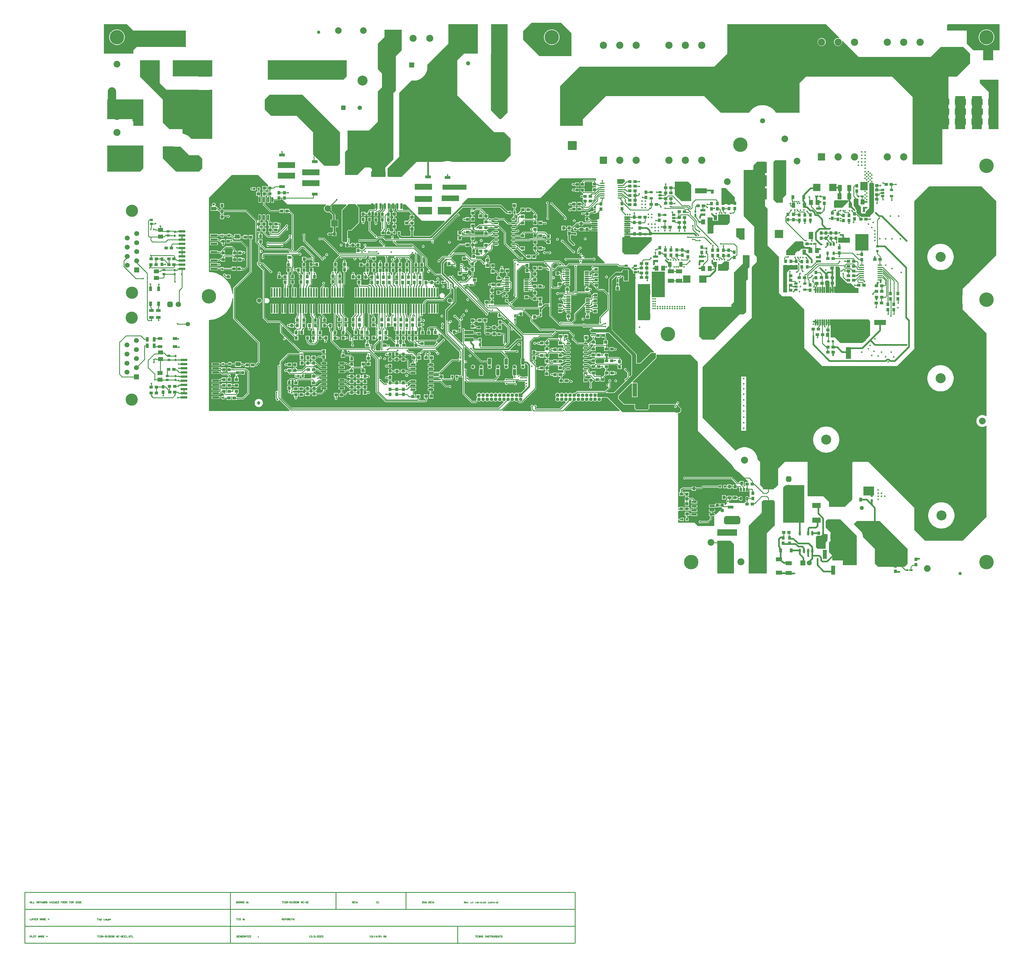
<source format=gtl>
G04*
G04 #@! TF.GenerationSoftware,Altium Limited,Altium Designer,23.1.1 (15)*
G04*
G04 Layer_Physical_Order=1*
G04 Layer_Color=255*
%FSAX44Y44*%
%MOMM*%
G71*
G04*
G04 #@! TF.SameCoordinates,9B1E6CB6-7F21-4D16-986F-FEEA4F8F1DB9*
G04*
G04*
G04 #@! TF.FilePolarity,Positive*
G04*
G01*
G75*
%ADD10C,0.2500*%
%ADD14C,0.5000*%
%ADD19C,0.2540*%
%ADD22C,0.2032*%
%ADD24C,0.1524*%
%ADD32R,0.9500X1.0000*%
%ADD33R,1.0000X0.9500*%
%ADD34O,1.2500X0.5500*%
%ADD35R,1.4000X2.2000*%
%ADD36R,1.3000X1.8500*%
G04:AMPARAMS|DCode=37|XSize=0.6mm|YSize=1mm|CornerRadius=0.051mm|HoleSize=0mm|Usage=FLASHONLY|Rotation=180.000|XOffset=0mm|YOffset=0mm|HoleType=Round|Shape=RoundedRectangle|*
%AMROUNDEDRECTD37*
21,1,0.6000,0.8980,0,0,180.0*
21,1,0.4980,1.0000,0,0,180.0*
1,1,0.1020,-0.2490,0.4490*
1,1,0.1020,0.2490,0.4490*
1,1,0.1020,0.2490,-0.4490*
1,1,0.1020,-0.2490,-0.4490*
%
%ADD37ROUNDEDRECTD37*%
G04:AMPARAMS|DCode=38|XSize=0.7mm|YSize=0.7mm|CornerRadius=0.049mm|HoleSize=0mm|Usage=FLASHONLY|Rotation=0.000|XOffset=0mm|YOffset=0mm|HoleType=Round|Shape=RoundedRectangle|*
%AMROUNDEDRECTD38*
21,1,0.7000,0.6020,0,0,0.0*
21,1,0.6020,0.7000,0,0,0.0*
1,1,0.0980,0.3010,-0.3010*
1,1,0.0980,-0.3010,-0.3010*
1,1,0.0980,-0.3010,0.3010*
1,1,0.0980,0.3010,0.3010*
%
%ADD38ROUNDEDRECTD38*%
%ADD39O,1.4500X0.4000*%
G04:AMPARAMS|DCode=40|XSize=3.5mm|YSize=1.6mm|CornerRadius=0.048mm|HoleSize=0mm|Usage=FLASHONLY|Rotation=180.000|XOffset=0mm|YOffset=0mm|HoleType=Round|Shape=RoundedRectangle|*
%AMROUNDEDRECTD40*
21,1,3.5000,1.5040,0,0,180.0*
21,1,3.4040,1.6000,0,0,180.0*
1,1,0.0960,-1.7020,0.7520*
1,1,0.0960,1.7020,0.7520*
1,1,0.0960,1.7020,-0.7520*
1,1,0.0960,-1.7020,-0.7520*
%
%ADD40ROUNDEDRECTD40*%
G04:AMPARAMS|DCode=41|XSize=1.19mm|YSize=2.79mm|CornerRadius=0.0476mm|HoleSize=0mm|Usage=FLASHONLY|Rotation=180.000|XOffset=0mm|YOffset=0mm|HoleType=Round|Shape=RoundedRectangle|*
%AMROUNDEDRECTD41*
21,1,1.1900,2.6948,0,0,180.0*
21,1,1.0948,2.7900,0,0,180.0*
1,1,0.0952,-0.5474,1.3474*
1,1,0.0952,0.5474,1.3474*
1,1,0.0952,0.5474,-1.3474*
1,1,0.0952,-0.5474,-1.3474*
%
%ADD41ROUNDEDRECTD41*%
G04:AMPARAMS|DCode=42|XSize=0.75mm|YSize=0.9mm|CornerRadius=0.0488mm|HoleSize=0mm|Usage=FLASHONLY|Rotation=180.000|XOffset=0mm|YOffset=0mm|HoleType=Round|Shape=RoundedRectangle|*
%AMROUNDEDRECTD42*
21,1,0.7500,0.8025,0,0,180.0*
21,1,0.6525,0.9000,0,0,180.0*
1,1,0.0975,-0.3263,0.4013*
1,1,0.0975,0.3263,0.4013*
1,1,0.0975,0.3263,-0.4013*
1,1,0.0975,-0.3263,-0.4013*
%
%ADD42ROUNDEDRECTD42*%
G04:AMPARAMS|DCode=43|XSize=0.7581mm|YSize=0.8121mm|CornerRadius=0.0493mm|HoleSize=0mm|Usage=FLASHONLY|Rotation=270.000|XOffset=0mm|YOffset=0mm|HoleType=Round|Shape=RoundedRectangle|*
%AMROUNDEDRECTD43*
21,1,0.7581,0.7136,0,0,270.0*
21,1,0.6596,0.8121,0,0,270.0*
1,1,0.0986,-0.3568,-0.3298*
1,1,0.0986,-0.3568,0.3298*
1,1,0.0986,0.3568,0.3298*
1,1,0.0986,0.3568,-0.3298*
%
%ADD43ROUNDEDRECTD43*%
G04:AMPARAMS|DCode=44|XSize=0.6mm|YSize=1mm|CornerRadius=0.051mm|HoleSize=0mm|Usage=FLASHONLY|Rotation=270.000|XOffset=0mm|YOffset=0mm|HoleType=Round|Shape=RoundedRectangle|*
%AMROUNDEDRECTD44*
21,1,0.6000,0.8980,0,0,270.0*
21,1,0.4980,1.0000,0,0,270.0*
1,1,0.1020,-0.4490,-0.2490*
1,1,0.1020,-0.4490,0.2490*
1,1,0.1020,0.4490,0.2490*
1,1,0.1020,0.4490,-0.2490*
%
%ADD44ROUNDEDRECTD44*%
G04:AMPARAMS|DCode=45|XSize=3.25mm|YSize=3.43mm|CornerRadius=0.0488mm|HoleSize=0mm|Usage=FLASHONLY|Rotation=180.000|XOffset=0mm|YOffset=0mm|HoleType=Round|Shape=RoundedRectangle|*
%AMROUNDEDRECTD45*
21,1,3.2500,3.3325,0,0,180.0*
21,1,3.1525,3.4300,0,0,180.0*
1,1,0.0975,-1.5763,1.6663*
1,1,0.0975,1.5763,1.6663*
1,1,0.0975,1.5763,-1.6663*
1,1,0.0975,-1.5763,-1.6663*
%
%ADD45ROUNDEDRECTD45*%
%ADD46R,0.5000X2.7239*%
G04:AMPARAMS|DCode=47|XSize=1.02mm|YSize=1.905mm|CornerRadius=0.051mm|HoleSize=0mm|Usage=FLASHONLY|Rotation=180.000|XOffset=0mm|YOffset=0mm|HoleType=Round|Shape=RoundedRectangle|*
%AMROUNDEDRECTD47*
21,1,1.0200,1.8030,0,0,180.0*
21,1,0.9180,1.9050,0,0,180.0*
1,1,0.1020,-0.4590,0.9015*
1,1,0.1020,0.4590,0.9015*
1,1,0.1020,0.4590,-0.9015*
1,1,0.1020,-0.4590,-0.9015*
%
%ADD47ROUNDEDRECTD47*%
G04:AMPARAMS|DCode=48|XSize=0.9mm|YSize=1.7mm|CornerRadius=0.0495mm|HoleSize=0mm|Usage=FLASHONLY|Rotation=270.000|XOffset=0mm|YOffset=0mm|HoleType=Round|Shape=RoundedRectangle|*
%AMROUNDEDRECTD48*
21,1,0.9000,1.6010,0,0,270.0*
21,1,0.8010,1.7000,0,0,270.0*
1,1,0.0990,-0.8005,-0.4005*
1,1,0.0990,-0.8005,0.4005*
1,1,0.0990,0.8005,0.4005*
1,1,0.0990,0.8005,-0.4005*
%
%ADD48ROUNDEDRECTD48*%
G04:AMPARAMS|DCode=49|XSize=1.55mm|YSize=0.6mm|CornerRadius=0.051mm|HoleSize=0mm|Usage=FLASHONLY|Rotation=90.000|XOffset=0mm|YOffset=0mm|HoleType=Round|Shape=RoundedRectangle|*
%AMROUNDEDRECTD49*
21,1,1.5500,0.4980,0,0,90.0*
21,1,1.4480,0.6000,0,0,90.0*
1,1,0.1020,0.2490,0.7240*
1,1,0.1020,0.2490,-0.7240*
1,1,0.1020,-0.2490,-0.7240*
1,1,0.1020,-0.2490,0.7240*
%
%ADD49ROUNDEDRECTD49*%
%ADD50R,1.8500X1.3000*%
%ADD51O,1.4000X0.4500*%
G04:AMPARAMS|DCode=52|XSize=1.85mm|YSize=0.45mm|CornerRadius=0.0495mm|HoleSize=0mm|Usage=FLASHONLY|Rotation=0.000|XOffset=0mm|YOffset=0mm|HoleType=Round|Shape=RoundedRectangle|*
%AMROUNDEDRECTD52*
21,1,1.8500,0.3510,0,0,0.0*
21,1,1.7510,0.4500,0,0,0.0*
1,1,0.0990,0.8755,-0.1755*
1,1,0.0990,-0.8755,-0.1755*
1,1,0.0990,-0.8755,0.1755*
1,1,0.0990,0.8755,0.1755*
%
%ADD52ROUNDEDRECTD52*%
G04:AMPARAMS|DCode=53|XSize=1mm|YSize=1.2mm|CornerRadius=0.055mm|HoleSize=0mm|Usage=FLASHONLY|Rotation=90.000|XOffset=0mm|YOffset=0mm|HoleType=Round|Shape=RoundedRectangle|*
%AMROUNDEDRECTD53*
21,1,1.0000,1.0900,0,0,90.0*
21,1,0.8900,1.2000,0,0,90.0*
1,1,0.1100,0.5450,0.4450*
1,1,0.1100,0.5450,-0.4450*
1,1,0.1100,-0.5450,-0.4450*
1,1,0.1100,-0.5450,0.4450*
%
%ADD53ROUNDEDRECTD53*%
G04:AMPARAMS|DCode=54|XSize=0.7mm|YSize=0.7mm|CornerRadius=0.049mm|HoleSize=0mm|Usage=FLASHONLY|Rotation=90.000|XOffset=0mm|YOffset=0mm|HoleType=Round|Shape=RoundedRectangle|*
%AMROUNDEDRECTD54*
21,1,0.7000,0.6020,0,0,90.0*
21,1,0.6020,0.7000,0,0,90.0*
1,1,0.0980,0.3010,0.3010*
1,1,0.0980,0.3010,-0.3010*
1,1,0.0980,-0.3010,-0.3010*
1,1,0.0980,-0.3010,0.3010*
%
%ADD54ROUNDEDRECTD54*%
G04:AMPARAMS|DCode=55|XSize=0.75mm|YSize=0.9mm|CornerRadius=0.0488mm|HoleSize=0mm|Usage=FLASHONLY|Rotation=270.000|XOffset=0mm|YOffset=0mm|HoleType=Round|Shape=RoundedRectangle|*
%AMROUNDEDRECTD55*
21,1,0.7500,0.8025,0,0,270.0*
21,1,0.6525,0.9000,0,0,270.0*
1,1,0.0975,-0.4013,-0.3263*
1,1,0.0975,-0.4013,0.3263*
1,1,0.0975,0.4013,0.3263*
1,1,0.0975,0.4013,-0.3263*
%
%ADD55ROUNDEDRECTD55*%
G04:AMPARAMS|DCode=56|XSize=3.5mm|YSize=1.6mm|CornerRadius=0.048mm|HoleSize=0mm|Usage=FLASHONLY|Rotation=90.000|XOffset=0mm|YOffset=0mm|HoleType=Round|Shape=RoundedRectangle|*
%AMROUNDEDRECTD56*
21,1,3.5000,1.5040,0,0,90.0*
21,1,3.4040,1.6000,0,0,90.0*
1,1,0.0960,0.7520,1.7020*
1,1,0.0960,0.7520,-1.7020*
1,1,0.0960,-0.7520,-1.7020*
1,1,0.0960,-0.7520,1.7020*
%
%ADD56ROUNDEDRECTD56*%
G04:AMPARAMS|DCode=57|XSize=1.8mm|YSize=3.4mm|CornerRadius=0.054mm|HoleSize=0mm|Usage=FLASHONLY|Rotation=90.000|XOffset=0mm|YOffset=0mm|HoleType=Round|Shape=RoundedRectangle|*
%AMROUNDEDRECTD57*
21,1,1.8000,3.2920,0,0,90.0*
21,1,1.6920,3.4000,0,0,90.0*
1,1,0.1080,1.6460,0.8460*
1,1,0.1080,1.6460,-0.8460*
1,1,0.1080,-1.6460,-0.8460*
1,1,0.1080,-1.6460,0.8460*
%
%ADD57ROUNDEDRECTD57*%
G04:AMPARAMS|DCode=58|XSize=0.3mm|YSize=0.45mm|CornerRadius=0.0495mm|HoleSize=0mm|Usage=FLASHONLY|Rotation=90.000|XOffset=0mm|YOffset=0mm|HoleType=Round|Shape=RoundedRectangle|*
%AMROUNDEDRECTD58*
21,1,0.3000,0.3510,0,0,90.0*
21,1,0.2010,0.4500,0,0,90.0*
1,1,0.0990,0.1755,0.1005*
1,1,0.0990,0.1755,-0.1005*
1,1,0.0990,-0.1755,-0.1005*
1,1,0.0990,-0.1755,0.1005*
%
%ADD58ROUNDEDRECTD58*%
G04:AMPARAMS|DCode=59|XSize=0.45mm|YSize=0.3mm|CornerRadius=0.0495mm|HoleSize=0mm|Usage=FLASHONLY|Rotation=90.000|XOffset=0mm|YOffset=0mm|HoleType=Round|Shape=RoundedRectangle|*
%AMROUNDEDRECTD59*
21,1,0.4500,0.2010,0,0,90.0*
21,1,0.3510,0.3000,0,0,90.0*
1,1,0.0990,0.1005,0.1755*
1,1,0.0990,0.1005,-0.1755*
1,1,0.0990,-0.1005,-0.1755*
1,1,0.0990,-0.1005,0.1755*
%
%ADD59ROUNDEDRECTD59*%
%ADD60R,2.0000X2.0000*%
G04:AMPARAMS|DCode=61|XSize=1.55mm|YSize=0.6mm|CornerRadius=0.051mm|HoleSize=0mm|Usage=FLASHONLY|Rotation=180.000|XOffset=0mm|YOffset=0mm|HoleType=Round|Shape=RoundedRectangle|*
%AMROUNDEDRECTD61*
21,1,1.5500,0.4980,0,0,180.0*
21,1,1.4480,0.6000,0,0,180.0*
1,1,0.1020,-0.7240,0.2490*
1,1,0.1020,0.7240,0.2490*
1,1,0.1020,0.7240,-0.2490*
1,1,0.1020,-0.7240,-0.2490*
%
%ADD61ROUNDEDRECTD61*%
%ADD62R,1.6000X3.4000*%
G04:AMPARAMS|DCode=63|XSize=1mm|YSize=1.2mm|CornerRadius=0.055mm|HoleSize=0mm|Usage=FLASHONLY|Rotation=180.000|XOffset=0mm|YOffset=0mm|HoleType=Round|Shape=RoundedRectangle|*
%AMROUNDEDRECTD63*
21,1,1.0000,1.0900,0,0,180.0*
21,1,0.8900,1.2000,0,0,180.0*
1,1,0.1100,-0.4450,0.5450*
1,1,0.1100,0.4450,0.5450*
1,1,0.1100,0.4450,-0.5450*
1,1,0.1100,-0.4450,-0.5450*
%
%ADD63ROUNDEDRECTD63*%
%ADD64R,1.1000X1.6000*%
%ADD65R,1.2700X1.6002*%
G04:AMPARAMS|DCode=66|XSize=1.85mm|YSize=0.45mm|CornerRadius=0.0495mm|HoleSize=0mm|Usage=FLASHONLY|Rotation=90.000|XOffset=0mm|YOffset=0mm|HoleType=Round|Shape=RoundedRectangle|*
%AMROUNDEDRECTD66*
21,1,1.8500,0.3510,0,0,90.0*
21,1,1.7510,0.4500,0,0,90.0*
1,1,0.0990,0.1755,0.8755*
1,1,0.0990,0.1755,-0.8755*
1,1,0.0990,-0.1755,-0.8755*
1,1,0.0990,-0.1755,0.8755*
%
%ADD66ROUNDEDRECTD66*%
G04:AMPARAMS|DCode=67|XSize=0.65mm|YSize=1.6mm|CornerRadius=0.0488mm|HoleSize=0mm|Usage=FLASHONLY|Rotation=90.000|XOffset=0mm|YOffset=0mm|HoleType=Round|Shape=RoundedRectangle|*
%AMROUNDEDRECTD67*
21,1,0.6500,1.5025,0,0,90.0*
21,1,0.5525,1.6000,0,0,90.0*
1,1,0.0975,0.7512,0.2763*
1,1,0.0975,0.7512,-0.2763*
1,1,0.0975,-0.7512,-0.2763*
1,1,0.0975,-0.7512,0.2763*
%
%ADD67ROUNDEDRECTD67*%
G04:AMPARAMS|DCode=68|XSize=0.65mm|YSize=1.6mm|CornerRadius=0.0488mm|HoleSize=0mm|Usage=FLASHONLY|Rotation=0.000|XOffset=0mm|YOffset=0mm|HoleType=Round|Shape=RoundedRectangle|*
%AMROUNDEDRECTD68*
21,1,0.6500,1.5025,0,0,0.0*
21,1,0.5525,1.6000,0,0,0.0*
1,1,0.0975,0.2763,-0.7512*
1,1,0.0975,-0.2763,-0.7512*
1,1,0.0975,-0.2763,0.7512*
1,1,0.0975,0.2763,0.7512*
%
%ADD68ROUNDEDRECTD68*%
%ADD69R,0.9150X1.2200*%
%ADD70R,1.8900X1.2400*%
G04:AMPARAMS|DCode=71|XSize=2.1mm|YSize=0.6mm|CornerRadius=0.051mm|HoleSize=0mm|Usage=FLASHONLY|Rotation=180.000|XOffset=0mm|YOffset=0mm|HoleType=Round|Shape=RoundedRectangle|*
%AMROUNDEDRECTD71*
21,1,2.1000,0.4980,0,0,180.0*
21,1,1.9980,0.6000,0,0,180.0*
1,1,0.1020,-0.9990,0.2490*
1,1,0.1020,0.9990,0.2490*
1,1,0.1020,0.9990,-0.2490*
1,1,0.1020,-0.9990,-0.2490*
%
%ADD71ROUNDEDRECTD71*%
%ADD72R,0.6000X0.8000*%
%ADD73R,1.6002X1.2700*%
G04:AMPARAMS|DCode=74|XSize=0.4mm|YSize=0.5mm|CornerRadius=0.05mm|HoleSize=0mm|Usage=FLASHONLY|Rotation=90.000|XOffset=0mm|YOffset=0mm|HoleType=Round|Shape=RoundedRectangle|*
%AMROUNDEDRECTD74*
21,1,0.4000,0.4000,0,0,90.0*
21,1,0.3000,0.5000,0,0,90.0*
1,1,0.1000,0.2000,0.1500*
1,1,0.1000,0.2000,-0.1500*
1,1,0.1000,-0.2000,-0.1500*
1,1,0.1000,-0.2000,0.1500*
%
%ADD74ROUNDEDRECTD74*%
%ADD75O,0.6000X1.4500*%
G04:AMPARAMS|DCode=76|XSize=1.6mm|YSize=2.6mm|CornerRadius=0.048mm|HoleSize=0mm|Usage=FLASHONLY|Rotation=270.000|XOffset=0mm|YOffset=0mm|HoleType=Round|Shape=RoundedRectangle|*
%AMROUNDEDRECTD76*
21,1,1.6000,2.5040,0,0,270.0*
21,1,1.5040,2.6000,0,0,270.0*
1,1,0.0960,-1.2520,-0.7520*
1,1,0.0960,-1.2520,0.7520*
1,1,0.0960,1.2520,0.7520*
1,1,0.0960,1.2520,-0.7520*
%
%ADD76ROUNDEDRECTD76*%
%ADD77R,3.8100X2.7940*%
%ADD78R,2.7000X1.0000*%
G04:AMPARAMS|DCode=79|XSize=1.65mm|YSize=0.6mm|CornerRadius=0.051mm|HoleSize=0mm|Usage=FLASHONLY|Rotation=270.000|XOffset=0mm|YOffset=0mm|HoleType=Round|Shape=RoundedRectangle|*
%AMROUNDEDRECTD79*
21,1,1.6500,0.4980,0,0,270.0*
21,1,1.5480,0.6000,0,0,270.0*
1,1,0.1020,-0.2490,-0.7740*
1,1,0.1020,-0.2490,0.7740*
1,1,0.1020,0.2490,0.7740*
1,1,0.1020,0.2490,-0.7740*
%
%ADD79ROUNDEDRECTD79*%
G04:AMPARAMS|DCode=80|XSize=1.65mm|YSize=4.41mm|CornerRadius=0.0495mm|HoleSize=0mm|Usage=FLASHONLY|Rotation=270.000|XOffset=0mm|YOffset=0mm|HoleType=Round|Shape=RoundedRectangle|*
%AMROUNDEDRECTD80*
21,1,1.6500,4.3110,0,0,270.0*
21,1,1.5510,4.4100,0,0,270.0*
1,1,0.0990,-2.1555,-0.7755*
1,1,0.0990,-2.1555,0.7755*
1,1,0.0990,2.1555,0.7755*
1,1,0.0990,2.1555,-0.7755*
%
%ADD80ROUNDEDRECTD80*%
%ADD81R,3.0000X5.5000*%
G04:AMPARAMS|DCode=82|XSize=1.35mm|YSize=0.9mm|CornerRadius=0.0495mm|HoleSize=0mm|Usage=FLASHONLY|Rotation=270.000|XOffset=0mm|YOffset=0mm|HoleType=Round|Shape=RoundedRectangle|*
%AMROUNDEDRECTD82*
21,1,1.3500,0.8010,0,0,270.0*
21,1,1.2510,0.9000,0,0,270.0*
1,1,0.0990,-0.4005,-0.6255*
1,1,0.0990,-0.4005,0.6255*
1,1,0.0990,0.4005,0.6255*
1,1,0.0990,0.4005,-0.6255*
%
%ADD82ROUNDEDRECTD82*%
G04:AMPARAMS|DCode=83|XSize=0.9mm|YSize=1.3mm|CornerRadius=0.0495mm|HoleSize=0mm|Usage=FLASHONLY|Rotation=270.000|XOffset=0mm|YOffset=0mm|HoleType=Round|Shape=RoundedRectangle|*
%AMROUNDEDRECTD83*
21,1,0.9000,1.2010,0,0,270.0*
21,1,0.8010,1.3000,0,0,270.0*
1,1,0.0990,-0.6005,-0.4005*
1,1,0.0990,-0.6005,0.4005*
1,1,0.0990,0.6005,0.4005*
1,1,0.0990,0.6005,-0.4005*
%
%ADD83ROUNDEDRECTD83*%
G04:AMPARAMS|DCode=84|XSize=2.16mm|YSize=2.26mm|CornerRadius=0.054mm|HoleSize=0mm|Usage=FLASHONLY|Rotation=180.000|XOffset=0mm|YOffset=0mm|HoleType=Round|Shape=RoundedRectangle|*
%AMROUNDEDRECTD84*
21,1,2.1600,2.1520,0,0,180.0*
21,1,2.0520,2.2600,0,0,180.0*
1,1,0.1080,-1.0260,1.0760*
1,1,0.1080,1.0260,1.0760*
1,1,0.1080,1.0260,-1.0760*
1,1,0.1080,-1.0260,-1.0760*
%
%ADD84ROUNDEDRECTD84*%
G04:AMPARAMS|DCode=85|XSize=0.4mm|YSize=0.5mm|CornerRadius=0.05mm|HoleSize=0mm|Usage=FLASHONLY|Rotation=180.000|XOffset=0mm|YOffset=0mm|HoleType=Round|Shape=RoundedRectangle|*
%AMROUNDEDRECTD85*
21,1,0.4000,0.4000,0,0,180.0*
21,1,0.3000,0.5000,0,0,180.0*
1,1,0.1000,-0.1500,0.2000*
1,1,0.1000,0.1500,0.2000*
1,1,0.1000,0.1500,-0.2000*
1,1,0.1000,-0.1500,-0.2000*
%
%ADD85ROUNDEDRECTD85*%
G04:AMPARAMS|DCode=86|XSize=0.9mm|YSize=1.3mm|CornerRadius=0.0495mm|HoleSize=0mm|Usage=FLASHONLY|Rotation=180.000|XOffset=0mm|YOffset=0mm|HoleType=Round|Shape=RoundedRectangle|*
%AMROUNDEDRECTD86*
21,1,0.9000,1.2010,0,0,180.0*
21,1,0.8010,1.3000,0,0,180.0*
1,1,0.0990,-0.4005,0.6005*
1,1,0.0990,0.4005,0.6005*
1,1,0.0990,0.4005,-0.6005*
1,1,0.0990,-0.4005,-0.6005*
%
%ADD86ROUNDEDRECTD86*%
G04:AMPARAMS|DCode=87|XSize=1.35mm|YSize=0.9mm|CornerRadius=0.0495mm|HoleSize=0mm|Usage=FLASHONLY|Rotation=180.000|XOffset=0mm|YOffset=0mm|HoleType=Round|Shape=RoundedRectangle|*
%AMROUNDEDRECTD87*
21,1,1.3500,0.8010,0,0,180.0*
21,1,1.2510,0.9000,0,0,180.0*
1,1,0.0990,-0.6255,0.4005*
1,1,0.0990,0.6255,0.4005*
1,1,0.0990,0.6255,-0.4005*
1,1,0.0990,-0.6255,-0.4005*
%
%ADD87ROUNDEDRECTD87*%
%ADD88C,1.0000*%
G04:AMPARAMS|DCode=97|XSize=1.05mm|YSize=0.5mm|CornerRadius=0.05mm|HoleSize=0mm|Usage=FLASHONLY|Rotation=90.000|XOffset=0mm|YOffset=0mm|HoleType=Round|Shape=RoundedRectangle|*
%AMROUNDEDRECTD97*
21,1,1.0500,0.4000,0,0,90.0*
21,1,0.9500,0.5000,0,0,90.0*
1,1,0.1000,0.2000,0.4750*
1,1,0.1000,0.2000,-0.4750*
1,1,0.1000,-0.2000,-0.4750*
1,1,0.1000,-0.2000,0.4750*
%
%ADD97ROUNDEDRECTD97*%
G04:AMPARAMS|DCode=98|XSize=0.7mm|YSize=0.5mm|CornerRadius=0.05mm|HoleSize=0mm|Usage=FLASHONLY|Rotation=90.000|XOffset=0mm|YOffset=0mm|HoleType=Round|Shape=RoundedRectangle|*
%AMROUNDEDRECTD98*
21,1,0.7000,0.4000,0,0,90.0*
21,1,0.6000,0.5000,0,0,90.0*
1,1,0.1000,0.2000,0.3000*
1,1,0.1000,0.2000,-0.3000*
1,1,0.1000,-0.2000,-0.3000*
1,1,0.1000,-0.2000,0.3000*
%
%ADD98ROUNDEDRECTD98*%
G04:AMPARAMS|DCode=99|XSize=1.05mm|YSize=0.5mm|CornerRadius=0.05mm|HoleSize=0mm|Usage=FLASHONLY|Rotation=180.000|XOffset=0mm|YOffset=0mm|HoleType=Round|Shape=RoundedRectangle|*
%AMROUNDEDRECTD99*
21,1,1.0500,0.4000,0,0,180.0*
21,1,0.9500,0.5000,0,0,180.0*
1,1,0.1000,-0.4750,0.2000*
1,1,0.1000,0.4750,0.2000*
1,1,0.1000,0.4750,-0.2000*
1,1,0.1000,-0.4750,-0.2000*
%
%ADD99ROUNDEDRECTD99*%
G04:AMPARAMS|DCode=100|XSize=0.7mm|YSize=0.5mm|CornerRadius=0.05mm|HoleSize=0mm|Usage=FLASHONLY|Rotation=180.000|XOffset=0mm|YOffset=0mm|HoleType=Round|Shape=RoundedRectangle|*
%AMROUNDEDRECTD100*
21,1,0.7000,0.4000,0,0,180.0*
21,1,0.6000,0.5000,0,0,180.0*
1,1,0.1000,-0.3000,0.2000*
1,1,0.1000,0.3000,0.2000*
1,1,0.1000,0.3000,-0.2000*
1,1,0.1000,-0.3000,-0.2000*
%
%ADD100ROUNDEDRECTD100*%
G04:AMPARAMS|DCode=111|XSize=0.75mm|YSize=0.3mm|CornerRadius=0.0495mm|HoleSize=0mm|Usage=FLASHONLY|Rotation=90.000|XOffset=0mm|YOffset=0mm|HoleType=Round|Shape=RoundedRectangle|*
%AMROUNDEDRECTD111*
21,1,0.7500,0.2010,0,0,90.0*
21,1,0.6510,0.3000,0,0,90.0*
1,1,0.0990,0.1005,0.3255*
1,1,0.0990,0.1005,-0.3255*
1,1,0.0990,-0.1005,-0.3255*
1,1,0.0990,-0.1005,0.3255*
%
%ADD111ROUNDEDRECTD111*%
G04:AMPARAMS|DCode=112|XSize=1mm|YSize=0.95mm|CornerRadius=0.0522mm|HoleSize=0mm|Usage=FLASHONLY|Rotation=90.000|XOffset=0mm|YOffset=0mm|HoleType=Round|Shape=RoundedRectangle|*
%AMROUNDEDRECTD112*
21,1,1.0000,0.8455,0,0,90.0*
21,1,0.8955,0.9500,0,0,90.0*
1,1,0.1045,0.4228,0.4478*
1,1,0.1045,0.4228,-0.4478*
1,1,0.1045,-0.4228,-0.4478*
1,1,0.1045,-0.4228,0.4478*
%
%ADD112ROUNDEDRECTD112*%
%ADD129C,2.2000*%
G04:AMPARAMS|DCode=130|XSize=2.2mm|YSize=2.2mm|CornerRadius=0.055mm|HoleSize=0mm|Usage=FLASHONLY|Rotation=90.000|XOffset=0mm|YOffset=0mm|HoleType=Round|Shape=RoundedRectangle|*
%AMROUNDEDRECTD130*
21,1,2.2000,2.0900,0,0,90.0*
21,1,2.0900,2.2000,0,0,90.0*
1,1,0.1100,1.0450,1.0450*
1,1,0.1100,1.0450,-1.0450*
1,1,0.1100,-1.0450,-1.0450*
1,1,0.1100,-1.0450,1.0450*
%
%ADD130ROUNDEDRECTD130*%
%ADD132C,1.5500*%
G04:AMPARAMS|DCode=133|XSize=1.55mm|YSize=1.55mm|CornerRadius=0.0465mm|HoleSize=0mm|Usage=FLASHONLY|Rotation=90.000|XOffset=0mm|YOffset=0mm|HoleType=Round|Shape=RoundedRectangle|*
%AMROUNDEDRECTD133*
21,1,1.5500,1.4570,0,0,90.0*
21,1,1.4570,1.5500,0,0,90.0*
1,1,0.0930,0.7285,0.7285*
1,1,0.0930,0.7285,-0.7285*
1,1,0.0930,-0.7285,-0.7285*
1,1,0.0930,-0.7285,0.7285*
%
%ADD133ROUNDEDRECTD133*%
%ADD134C,4.4000*%
G04:AMPARAMS|DCode=135|XSize=1.07mm|YSize=1.7mm|CornerRadius=0.535mm|HoleSize=0mm|Usage=FLASHONLY|Rotation=90.000|XOffset=0mm|YOffset=0mm|HoleType=Round|Shape=RoundedRectangle|*
%AMROUNDEDRECTD135*
21,1,1.0700,0.6300,0,0,90.0*
21,1,0.0000,1.7000,0,0,90.0*
1,1,1.0700,0.3150,0.0000*
1,1,1.0700,0.3150,0.0000*
1,1,1.0700,-0.3150,0.0000*
1,1,1.0700,-0.3150,0.0000*
%
%ADD135ROUNDEDRECTD135*%
G04:AMPARAMS|DCode=136|XSize=1.07mm|YSize=1.7mm|CornerRadius=0.0481mm|HoleSize=0mm|Usage=FLASHONLY|Rotation=90.000|XOffset=0mm|YOffset=0mm|HoleType=Round|Shape=RoundedRectangle|*
%AMROUNDEDRECTD136*
21,1,1.0700,1.6037,0,0,90.0*
21,1,0.9737,1.7000,0,0,90.0*
1,1,0.0963,0.8019,0.4869*
1,1,0.0963,0.8019,-0.4869*
1,1,0.0963,-0.8019,-0.4869*
1,1,0.0963,-0.8019,0.4869*
%
%ADD136ROUNDEDRECTD136*%
%ADD137C,0.7500*%
%ADD138C,2.7000*%
G04:AMPARAMS|DCode=139|XSize=2.7mm|YSize=2.7mm|CornerRadius=0.054mm|HoleSize=0mm|Usage=FLASHONLY|Rotation=90.000|XOffset=0mm|YOffset=0mm|HoleType=Round|Shape=RoundedRectangle|*
%AMROUNDEDRECTD139*
21,1,2.7000,2.5920,0,0,90.0*
21,1,2.5920,2.7000,0,0,90.0*
1,1,0.1080,1.2960,1.2960*
1,1,0.1080,1.2960,-1.2960*
1,1,0.1080,-1.2960,-1.2960*
1,1,0.1080,-1.2960,1.2960*
%
%ADD139ROUNDEDRECTD139*%
G04:AMPARAMS|DCode=140|XSize=1.35mm|YSize=1.35mm|CornerRadius=0.0472mm|HoleSize=0mm|Usage=FLASHONLY|Rotation=0.000|XOffset=0mm|YOffset=0mm|HoleType=Round|Shape=RoundedRectangle|*
%AMROUNDEDRECTD140*
21,1,1.3500,1.2555,0,0,0.0*
21,1,1.2555,1.3500,0,0,0.0*
1,1,0.0945,0.6278,-0.6278*
1,1,0.0945,-0.6278,-0.6278*
1,1,0.0945,-0.6278,0.6278*
1,1,0.0945,0.6278,0.6278*
%
%ADD140ROUNDEDRECTD140*%
%ADD141C,1.3500*%
G04:AMPARAMS|DCode=142|XSize=2.15mm|YSize=2.15mm|CornerRadius=0.0538mm|HoleSize=0mm|Usage=FLASHONLY|Rotation=90.000|XOffset=0mm|YOffset=0mm|HoleType=Round|Shape=RoundedRectangle|*
%AMROUNDEDRECTD142*
21,1,2.1500,2.0425,0,0,90.0*
21,1,2.0425,2.1500,0,0,90.0*
1,1,0.1075,1.0213,1.0213*
1,1,0.1075,1.0213,-1.0213*
1,1,0.1075,-1.0213,-1.0213*
1,1,0.1075,-1.0213,1.0213*
%
%ADD142ROUNDEDRECTD142*%
%ADD143C,2.1500*%
G04:AMPARAMS|DCode=144|XSize=2.15mm|YSize=2.15mm|CornerRadius=0.0538mm|HoleSize=0mm|Usage=FLASHONLY|Rotation=180.000|XOffset=0mm|YOffset=0mm|HoleType=Round|Shape=RoundedRectangle|*
%AMROUNDEDRECTD144*
21,1,2.1500,2.0425,0,0,180.0*
21,1,2.0425,2.1500,0,0,180.0*
1,1,0.1075,-1.0213,1.0213*
1,1,0.1075,1.0213,1.0213*
1,1,0.1075,1.0213,-1.0213*
1,1,0.1075,-1.0213,-1.0213*
%
%ADD144ROUNDEDRECTD144*%
%ADD145C,2.0000*%
G04:AMPARAMS|DCode=146|XSize=3.05mm|YSize=3.05mm|CornerRadius=0.0458mm|HoleSize=0mm|Usage=FLASHONLY|Rotation=90.000|XOffset=0mm|YOffset=0mm|HoleType=Round|Shape=RoundedRectangle|*
%AMROUNDEDRECTD146*
21,1,3.0500,2.9585,0,0,90.0*
21,1,2.9585,3.0500,0,0,90.0*
1,1,0.0915,1.4793,1.4793*
1,1,0.0915,1.4793,-1.4793*
1,1,0.0915,-1.4793,-1.4793*
1,1,0.0915,-1.4793,1.4793*
%
%ADD146ROUNDEDRECTD146*%
%ADD147C,3.0500*%
%ADD150C,1.0200*%
G04:AMPARAMS|DCode=151|XSize=1.3mm|YSize=1.3mm|CornerRadius=0.052mm|HoleSize=0mm|Usage=FLASHONLY|Rotation=180.000|XOffset=0mm|YOffset=0mm|HoleType=Round|Shape=RoundedRectangle|*
%AMROUNDEDRECTD151*
21,1,1.3000,1.1960,0,0,180.0*
21,1,1.1960,1.3000,0,0,180.0*
1,1,0.1040,-0.5980,0.5980*
1,1,0.1040,0.5980,0.5980*
1,1,0.1040,0.5980,-0.5980*
1,1,0.1040,-0.5980,-0.5980*
%
%ADD151ROUNDEDRECTD151*%
%ADD152C,1.3000*%
G04:AMPARAMS|DCode=153|XSize=1.3mm|YSize=1.3mm|CornerRadius=0.052mm|HoleSize=0mm|Usage=FLASHONLY|Rotation=270.000|XOffset=0mm|YOffset=0mm|HoleType=Round|Shape=RoundedRectangle|*
%AMROUNDEDRECTD153*
21,1,1.3000,1.1960,0,0,270.0*
21,1,1.1960,1.3000,0,0,270.0*
1,1,0.1040,-0.5980,-0.5980*
1,1,0.1040,-0.5980,0.5980*
1,1,0.1040,0.5980,0.5980*
1,1,0.1040,0.5980,-0.5980*
%
%ADD153ROUNDEDRECTD153*%
G04:AMPARAMS|DCode=154|XSize=1.12mm|YSize=1.12mm|CornerRadius=0.0504mm|HoleSize=0mm|Usage=FLASHONLY|Rotation=180.000|XOffset=0mm|YOffset=0mm|HoleType=Round|Shape=RoundedRectangle|*
%AMROUNDEDRECTD154*
21,1,1.1200,1.0192,0,0,180.0*
21,1,1.0192,1.1200,0,0,180.0*
1,1,0.1008,-0.5096,0.5096*
1,1,0.1008,0.5096,0.5096*
1,1,0.1008,0.5096,-0.5096*
1,1,0.1008,-0.5096,-0.5096*
%
%ADD154ROUNDEDRECTD154*%
%ADD155C,1.1200*%
G04:AMPARAMS|DCode=156|XSize=3.2mm|YSize=1.2mm|CornerRadius=0.6mm|HoleSize=0mm|Usage=FLASHONLY|Rotation=0.000|XOffset=0mm|YOffset=0mm|HoleType=Round|Shape=RoundedRectangle|*
%AMROUNDEDRECTD156*
21,1,3.2000,0.0000,0,0,0.0*
21,1,2.0000,1.2000,0,0,0.0*
1,1,1.2000,1.0000,0.0000*
1,1,1.2000,-1.0000,0.0000*
1,1,1.2000,-1.0000,0.0000*
1,1,1.2000,1.0000,0.0000*
%
%ADD156ROUNDEDRECTD156*%
G04:AMPARAMS|DCode=157|XSize=3.4mm|YSize=1.2mm|CornerRadius=0.6mm|HoleSize=0mm|Usage=FLASHONLY|Rotation=0.000|XOffset=0mm|YOffset=0mm|HoleType=Round|Shape=RoundedRectangle|*
%AMROUNDEDRECTD157*
21,1,3.4000,0.0000,0,0,0.0*
21,1,2.2000,1.2000,0,0,0.0*
1,1,1.2000,1.1000,0.0000*
1,1,1.2000,-1.1000,0.0000*
1,1,1.2000,-1.1000,0.0000*
1,1,1.2000,1.1000,0.0000*
%
%ADD157ROUNDEDRECTD157*%
G04:AMPARAMS|DCode=158|XSize=1.4mm|YSize=4.1mm|CornerRadius=0.049mm|HoleSize=0mm|Usage=FLASHONLY|Rotation=0.000|XOffset=0mm|YOffset=0mm|HoleType=Round|Shape=RoundedRectangle|*
%AMROUNDEDRECTD158*
21,1,1.4000,4.0020,0,0,0.0*
21,1,1.3020,4.1000,0,0,0.0*
1,1,0.0980,0.6510,-2.0010*
1,1,0.0980,-0.6510,-2.0010*
1,1,0.0980,-0.6510,2.0010*
1,1,0.0980,0.6510,2.0010*
%
%ADD158ROUNDEDRECTD158*%
%ADD159C,1.5000*%
G04:AMPARAMS|DCode=160|XSize=3.05mm|YSize=3.05mm|CornerRadius=0.0458mm|HoleSize=0mm|Usage=FLASHONLY|Rotation=210.000|XOffset=0mm|YOffset=0mm|HoleType=Round|Shape=RoundedRectangle|*
%AMROUNDEDRECTD160*
21,1,3.0500,2.9585,0,0,210.0*
21,1,2.9585,3.0500,0,0,210.0*
1,1,0.0915,-2.0207,0.5414*
1,1,0.0915,0.5414,2.0207*
1,1,0.0915,2.0207,-0.5414*
1,1,0.0915,-0.5414,-2.0207*
%
%ADD160ROUNDEDRECTD160*%
%ADD164C,1.4000*%
G04:AMPARAMS|DCode=173|XSize=1mm|YSize=1.6mm|CornerRadius=0.05mm|HoleSize=0mm|Usage=FLASHONLY|Rotation=0.000|XOffset=0mm|YOffset=0mm|HoleType=Round|Shape=RoundedRectangle|*
%AMROUNDEDRECTD173*
21,1,1.0000,1.5000,0,0,0.0*
21,1,0.9000,1.6000,0,0,0.0*
1,1,0.1000,0.4500,-0.7500*
1,1,0.1000,-0.4500,-0.7500*
1,1,0.1000,-0.4500,0.7500*
1,1,0.1000,0.4500,0.7500*
%
%ADD173ROUNDEDRECTD173*%
G04:AMPARAMS|DCode=174|XSize=5.8mm|YSize=6.2mm|CornerRadius=0.058mm|HoleSize=0mm|Usage=FLASHONLY|Rotation=270.000|XOffset=0mm|YOffset=0mm|HoleType=Round|Shape=RoundedRectangle|*
%AMROUNDEDRECTD174*
21,1,5.8000,6.0840,0,0,270.0*
21,1,5.6840,6.2000,0,0,270.0*
1,1,0.1160,-3.0420,-2.8420*
1,1,0.1160,-3.0420,2.8420*
1,1,0.1160,3.0420,2.8420*
1,1,0.1160,3.0420,-2.8420*
%
%ADD174ROUNDEDRECTD174*%
%ADD175C,2.5400*%
%ADD176C,2.0320*%
%ADD177C,0.0254*%
%ADD178C,1.3480*%
%ADD179C,1.6500*%
G04:AMPARAMS|DCode=180|XSize=1.65mm|YSize=1.65mm|CornerRadius=0.4125mm|HoleSize=0mm|Usage=FLASHONLY|Rotation=270.000|XOffset=0mm|YOffset=0mm|HoleType=Round|Shape=RoundedRectangle|*
%AMROUNDEDRECTD180*
21,1,1.6500,0.8250,0,0,270.0*
21,1,0.8250,1.6500,0,0,270.0*
1,1,0.8250,-0.4125,-0.4125*
1,1,0.8250,-0.4125,0.4125*
1,1,0.8250,0.4125,0.4125*
1,1,0.8250,0.4125,-0.4125*
%
%ADD180ROUNDEDRECTD180*%
%ADD181R,1.3000X1.3000*%
G04:AMPARAMS|DCode=182|XSize=1.5mm|YSize=1.5mm|CornerRadius=0.0525mm|HoleSize=0mm|Usage=FLASHONLY|Rotation=0.000|XOffset=0mm|YOffset=0mm|HoleType=Round|Shape=RoundedRectangle|*
%AMROUNDEDRECTD182*
21,1,1.5000,1.3950,0,0,0.0*
21,1,1.3950,1.5000,0,0,0.0*
1,1,0.1050,0.6975,-0.6975*
1,1,0.1050,-0.6975,-0.6975*
1,1,0.1050,-0.6975,0.6975*
1,1,0.1050,0.6975,0.6975*
%
%ADD182ROUNDEDRECTD182*%
%ADD183R,1.5000X1.5000*%
%ADD184C,3.7000*%
G04:AMPARAMS|DCode=185|XSize=1.65mm|YSize=1.65mm|CornerRadius=0.4125mm|HoleSize=0mm|Usage=FLASHONLY|Rotation=0.000|XOffset=0mm|YOffset=0mm|HoleType=Round|Shape=RoundedRectangle|*
%AMROUNDEDRECTD185*
21,1,1.6500,0.8250,0,0,0.0*
21,1,0.8250,1.6500,0,0,0.0*
1,1,0.8250,0.4125,-0.4125*
1,1,0.8250,-0.4125,-0.4125*
1,1,0.8250,-0.4125,0.4125*
1,1,0.8250,0.4125,0.4125*
%
%ADD185ROUNDEDRECTD185*%
%ADD186C,0.5080*%
%ADD187C,0.5000*%
G36*
X02895453Y03193426D02*
X02894733Y03192350D01*
X02894285Y03192535D01*
X02891022Y03192965D01*
X02887759Y03192535D01*
X02884718Y03191276D01*
X02882107Y03189272D01*
X02880103Y03186661D01*
X02878844Y03183620D01*
X02878414Y03180357D01*
X02878844Y03177094D01*
X02880103Y03174053D01*
X02882107Y03171442D01*
X02884718Y03169438D01*
X02887759Y03168179D01*
X02891022Y03167749D01*
X02894285Y03168179D01*
X02897326Y03169438D01*
X02899937Y03171442D01*
X02901941Y03174053D01*
X02903200Y03177094D01*
X02903630Y03180357D01*
X02903200Y03183620D01*
X02903015Y03184068D01*
X02904091Y03184788D01*
X02953522Y03135357D01*
X03173522D01*
X03203522Y03165357D01*
X03273522D01*
X03293522Y03145357D01*
Y03115357D01*
X03253522Y03075357D01*
X03227722D01*
Y02915357D01*
X03208522D01*
Y02807857D01*
X03118522D01*
Y03012857D01*
X03056022Y03075357D01*
X02793522D01*
X02773522Y03055357D01*
X02773522Y02965357D01*
X02701746D01*
X02698986Y02969488D01*
X02694859Y02974194D01*
X02690153Y02978321D01*
X02684948Y02981798D01*
X02679334Y02984567D01*
X02673407Y02986579D01*
X02667268Y02987800D01*
X02661022Y02988209D01*
X02654776Y02987800D01*
X02648637Y02986579D01*
X02642710Y02984567D01*
X02637096Y02981798D01*
X02631891Y02978321D01*
X02627185Y02974194D01*
X02623058Y02969488D01*
X02620298Y02965357D01*
X02533522D01*
X02483522Y03015357D01*
X02183522D01*
X02113522Y02945357D01*
Y02925357D01*
X02043522D01*
Y03045357D01*
X02103522Y03105357D01*
X02513522D01*
X02553522Y03145357D01*
Y03235357D01*
X02853522D01*
X02895453Y03193426D01*
D02*
G37*
G36*
X00723522Y03235357D02*
X00743522Y03215357D01*
X00903522D01*
Y03165357D01*
X00753522D01*
X00743522Y03155357D01*
Y03145357D01*
X00653522D01*
Y03235357D01*
X00723522D01*
Y03235357D01*
D02*
G37*
G36*
X02078522Y03207857D02*
Y03137857D01*
X01981022D01*
X01931022Y03187857D01*
Y03187857D01*
Y03212857D01*
X01957048Y03238883D01*
X02047496D01*
X02078522Y03207857D01*
D02*
G37*
G36*
X03383687Y03155522D02*
X03383522Y03155357D01*
X03363522D01*
Y03125357D01*
X03333522D01*
Y03155357D01*
X03303522D01*
X03283522Y03175357D01*
Y03215357D01*
X03223522D01*
Y03232857D01*
X03226022Y03235357D01*
X03383687D01*
Y03155522D01*
D02*
G37*
G36*
X00983522Y03075481D02*
X00979363D01*
X00977791Y03075357D01*
X00976215Y03075357D01*
X00975163Y03075190D01*
X00970906Y03074855D01*
X00948138D01*
X00943881Y03075190D01*
X00942829Y03075357D01*
X00941253Y03075357D01*
X00939681Y03075481D01*
X00863646D01*
Y03125357D01*
X00983522D01*
Y03075481D01*
D02*
G37*
G36*
X01393522Y03075357D02*
X01383522Y03065357D01*
X01153522D01*
Y03125357D01*
X01393522D01*
Y03075357D01*
D02*
G37*
G36*
X01883522Y02965357D02*
X01863646Y02945481D01*
X01860142D01*
X01833522Y02972100D01*
Y03143785D01*
X01833646Y03145357D01*
Y03235357D01*
X01883522D01*
Y02965357D01*
D02*
G37*
G36*
X00773522Y02925357D02*
X00743522D01*
Y02945357D01*
X00663522D01*
Y03005357D01*
X00773522D01*
Y02925357D01*
D02*
G37*
G36*
X03380122Y02915357D02*
X03350122D01*
Y03028757D01*
X03323522Y03055357D01*
Y03065357D01*
X03380122D01*
Y02915357D01*
D02*
G37*
G36*
X03329322D02*
X03299322D01*
Y03015357D01*
X03329322D01*
Y02915357D01*
D02*
G37*
G36*
X03278522D02*
X03248522D01*
Y03015357D01*
X03278522D01*
Y02915357D01*
D02*
G37*
G36*
X00823522Y03055357D02*
X00843522Y03035357D01*
X00939681D01*
X00940201Y03035232D01*
X00946562Y03034731D01*
X00972482D01*
X00978843Y03035232D01*
X00979363Y03035357D01*
X00983522D01*
Y02885357D01*
X00920237D01*
X00915990Y02889604D01*
X00915822Y02889800D01*
X00915394Y02890229D01*
X00915178Y02890413D01*
X00915070Y02890533D01*
X00914440Y02891043D01*
X00910606Y02894318D01*
X00907922Y02895963D01*
X00905238Y02897607D01*
X00903534Y02898313D01*
X00899421Y02900017D01*
X00896360Y02900752D01*
X00893522Y02901433D01*
Y02915357D01*
X00853522D01*
X00833522Y02935357D01*
X00833522Y03005357D01*
X00783522Y03055357D01*
X00763522Y03075357D01*
Y03125357D01*
X00823522D01*
Y03055357D01*
D02*
G37*
G36*
X01793522Y03145357D02*
X01751022D01*
X01731022Y03125357D01*
Y03017857D01*
X01843522Y02905357D01*
X01873522Y02905357D01*
X01893522Y02885357D01*
Y02835357D01*
X01873522Y02815357D01*
X01715616D01*
X01714725Y02815726D01*
X01709339Y02817169D01*
X01703810Y02817897D01*
X01698234D01*
X01692705Y02817169D01*
X01687319Y02815726D01*
X01686428Y02815357D01*
X01606022D01*
X01563522Y02772857D01*
X01518522D01*
Y02795357D01*
X01553522Y02830357D01*
Y03025357D01*
X01591147Y03062982D01*
X01598807D01*
X01605157Y03063481D01*
X01611350Y03064968D01*
X01617234Y03067406D01*
X01622665Y03070734D01*
X01627509Y03074870D01*
X01631645Y03079714D01*
X01634973Y03085144D01*
X01637410Y03091029D01*
X01638897Y03097222D01*
X01639397Y03103572D01*
Y03111232D01*
X01703522Y03175357D01*
Y03235357D01*
X01793522D01*
Y03145357D01*
D02*
G37*
G36*
X01373522Y02905357D02*
Y02810357D01*
X01366022Y02802857D01*
X01326022D01*
X01291022Y02837857D01*
Y02905357D01*
X01241022Y02955357D01*
X01163522D01*
X01143522Y02975357D01*
Y03005357D01*
X01158522Y03020357D01*
X01258522D01*
X01373522Y02905357D01*
D02*
G37*
G36*
X01236022Y02796857D02*
X01183522D01*
Y02814357D01*
X01236022D01*
Y02796857D01*
D02*
G37*
G36*
X00887450Y02861429D02*
X00887545Y02861306D01*
X00891971Y02856880D01*
X00892094Y02856785D01*
X00913522Y02835357D01*
X00943522D01*
X00953522Y02825357D01*
Y02795357D01*
X00943522Y02785357D01*
X00873522D01*
X00833522Y02825357D01*
Y02861857D01*
X00887022D01*
X00887450Y02861429D01*
D02*
G37*
G36*
X00773522Y02795357D02*
X00763522Y02785357D01*
X00663522D01*
Y02865357D01*
X00773522D01*
Y02795357D01*
D02*
G37*
G36*
X01311022Y02774357D02*
X01258522D01*
Y02791857D01*
X01311022D01*
Y02774357D01*
D02*
G37*
G36*
X01561022Y03155357D02*
X01543647Y03137982D01*
X01543647Y03032982D01*
X01536022Y03025357D01*
Y02822857D01*
X01511022Y02797857D01*
Y02770357D01*
X01473522D01*
X01471022Y02772857D01*
Y02792857D01*
X01466022Y02797857D01*
X01448522D01*
X01426022Y02775357D01*
X01388522D01*
Y02845357D01*
X01396022Y02852857D01*
Y02910357D01*
X01461022D01*
X01488522Y02937857D01*
Y03030357D01*
X01501022Y03042857D01*
Y03085357D01*
X01488522Y03097857D01*
Y03175357D01*
X01508522Y03195357D01*
Y03217857D01*
X01561022D01*
X01561022Y03155357D01*
D02*
G37*
G36*
X01236022Y02764357D02*
X01183522D01*
Y02781857D01*
X01236022D01*
Y02764357D01*
D02*
G37*
G36*
X02153522Y02758357D02*
X02151022Y02757599D01*
X02151005Y02757625D01*
X02149540Y02759089D01*
X02148631Y02759697D01*
X02147558Y02759911D01*
X02115272D01*
X02114199Y02759697D01*
X02113289Y02759089D01*
X02110289Y02756089D01*
X02109682Y02755180D01*
X02109468Y02754107D01*
Y02752857D01*
X02105522D01*
Y02740357D01*
X02118522D01*
Y02752857D01*
X02120423Y02754303D01*
X02140207D01*
X02142522Y02753857D01*
Y02741357D01*
X02153522D01*
Y02736857D01*
X02142522D01*
Y02724411D01*
X02118522D01*
Y02735857D01*
X02105522D01*
Y02723357D01*
X02109718D01*
X02109932Y02722284D01*
X02110539Y02721374D01*
X02112289Y02719624D01*
X02113199Y02719016D01*
X02114001Y02718857D01*
X02113772Y02716357D01*
Y02716357D01*
X02113205Y02714661D01*
X02110718Y02714234D01*
X02110326Y02714397D01*
X02108718D01*
X02107233Y02713782D01*
X02106097Y02712645D01*
X02105482Y02711161D01*
Y02709553D01*
X02106097Y02708069D01*
X02107233Y02706932D01*
X02108718Y02706317D01*
X02110326D01*
X02111272Y02706709D01*
X02113044Y02705942D01*
X02113772Y02705358D01*
Y02704753D01*
X02113522Y02702357D01*
X02113522Y02701460D01*
Y02689857D01*
X02117718D01*
Y02686266D01*
X02117097Y02685645D01*
X02114335Y02685509D01*
X02111790Y02688054D01*
X02110880Y02688662D01*
X02109807Y02688875D01*
X02109022D01*
Y02692857D01*
X02096022D01*
Y02680357D01*
X02109022D01*
Y02680357D01*
X02110814Y02681099D01*
X02116503Y02675411D01*
X02116500Y02675254D01*
X02115726Y02672911D01*
X02109022D01*
Y02677607D01*
X02096022D01*
Y02665107D01*
X02109022D01*
Y02667303D01*
X02130272D01*
X02131345Y02667516D01*
X02132255Y02668124D01*
X02141983Y02677852D01*
X02144483Y02676817D01*
Y02673347D01*
X02144637Y02672570D01*
X02145077Y02671912D01*
X02145735Y02671472D01*
X02146512Y02671318D01*
X02151879D01*
X02152989Y02669357D01*
X02151879Y02667396D01*
X02146512D01*
X02145735Y02667242D01*
X02145077Y02666801D01*
X02144637Y02666143D01*
X02144483Y02665367D01*
Y02664161D01*
X02138522D01*
X02137449Y02663947D01*
X02136539Y02663340D01*
X02135022Y02661822D01*
X02132522Y02662857D01*
Y02662857D01*
X02120022D01*
Y02659911D01*
X02115181D01*
X02114561Y02660532D01*
X02113076Y02661147D01*
X02111468D01*
X02109984Y02660532D01*
X02108847Y02659395D01*
X02108232Y02657910D01*
Y02656303D01*
X02108847Y02654818D01*
X02109984Y02653682D01*
X02111468Y02653067D01*
X02113076D01*
X02114561Y02653682D01*
X02115181Y02654303D01*
X02120022D01*
Y02649857D01*
X02132522D01*
Y02654189D01*
X02134158D01*
X02135231Y02654402D01*
X02136141Y02655010D01*
X02138522Y02657392D01*
X02139683Y02658553D01*
X02144649D01*
X02145077Y02657912D01*
X02145735Y02657472D01*
X02146512Y02657318D01*
X02152532D01*
X02153308Y02657472D01*
X02153967Y02657912D01*
X02154406Y02658570D01*
X02154561Y02659347D01*
Y02660357D01*
X02163522D01*
Y02640357D01*
X02153522D01*
Y02637646D01*
X02142346D01*
X02142272Y02637661D01*
X02140183D01*
X02136505Y02641339D01*
X02135595Y02641947D01*
X02134522Y02642161D01*
X02132522D01*
Y02646857D01*
X02120022D01*
Y02633857D01*
X02132522D01*
Y02633857D01*
X02135022Y02634892D01*
X02137039Y02632874D01*
X02136658Y02630445D01*
X02136520Y02630301D01*
X02136264Y02630161D01*
X02114272D01*
Y02633857D01*
X02101772D01*
Y02630161D01*
X02094772D01*
X02093699Y02629947D01*
X02092789Y02629340D01*
X02080522Y02617072D01*
X02078022Y02618008D01*
Y02620107D01*
X02065522D01*
Y02616411D01*
X02061022D01*
Y02620107D01*
X02048522D01*
Y02607107D01*
X02061022D01*
Y02610803D01*
X02065522D01*
Y02607107D01*
X02078022D01*
Y02610803D01*
X02081022D01*
X02082095Y02611017D01*
X02082233Y02611109D01*
X02084383Y02610201D01*
X02084733Y02609840D01*
Y02606597D01*
X02084888Y02605820D01*
X02085327Y02605162D01*
X02085986Y02604722D01*
X02086762Y02604568D01*
X02092782D01*
X02093559Y02604722D01*
X02094217Y02605162D01*
X02094657Y02605820D01*
X02094811Y02606597D01*
Y02606803D01*
X02101232D01*
Y02605157D01*
X02101391Y02604357D01*
X02101844Y02603679D01*
X02102522Y02603226D01*
X02103322Y02603067D01*
X02114222D01*
X02115022Y02603226D01*
X02115700Y02603679D01*
X02116191Y02604372D01*
X02117022Y02604704D01*
X02119522Y02603412D01*
Y02603107D01*
X02132022D01*
Y02605053D01*
X02138569D01*
X02138829Y02604663D01*
X02139489Y02604223D01*
X02140267Y02604068D01*
X02153522D01*
Y02601607D01*
X02157272D01*
X02158522Y02600357D01*
Y02530357D01*
X02158522D01*
X02180408Y02508470D01*
X02179452Y02506161D01*
X02109506D01*
X02109009Y02508661D01*
X02109060Y02508682D01*
X02110197Y02509818D01*
X02110812Y02511303D01*
Y02512910D01*
X02110649Y02513303D01*
X02112015Y02515730D01*
X02112114Y02515803D01*
X02144612D01*
X02144984Y02515432D01*
X02146468Y02514817D01*
X02148076D01*
X02149560Y02515432D01*
X02150697Y02516568D01*
X02151312Y02518053D01*
Y02519660D01*
X02150697Y02521145D01*
X02149560Y02522282D01*
X02148076Y02522897D01*
X02146468D01*
X02144984Y02522282D01*
X02144112Y02521411D01*
X02118325D01*
X02117197Y02523818D01*
X02117812Y02525303D01*
Y02526911D01*
X02117197Y02528395D01*
X02116060Y02529532D01*
X02114576Y02530147D01*
X02114039D01*
X02112573Y02530908D01*
X02111812Y02532374D01*
Y02532910D01*
X02111197Y02534395D01*
X02110060Y02535532D01*
X02108576Y02536147D01*
X02106968D01*
X02105484Y02535532D01*
X02104347Y02534395D01*
X02103732Y02532910D01*
Y02531303D01*
X02104347Y02529818D01*
X02105484Y02528682D01*
X02106968Y02528067D01*
X02107505D01*
X02108971Y02527306D01*
X02109732Y02525840D01*
Y02525303D01*
X02110347Y02523818D01*
X02109219Y02521411D01*
X02064182D01*
X02063810Y02521782D01*
X02062326Y02522397D01*
X02060718D01*
X02059234Y02521782D01*
X02058097Y02520645D01*
X02057482Y02519160D01*
Y02517553D01*
X02058097Y02516068D01*
X02059234Y02514932D01*
X02060718Y02514317D01*
X02062326D01*
X02063810Y02514932D01*
X02064682Y02515803D01*
X02101430D01*
X02101529Y02515730D01*
X02102894Y02513303D01*
X02102732Y02512910D01*
Y02511303D01*
X02103347Y02509818D01*
X02104483Y02508682D01*
X02104535Y02508661D01*
X02104037Y02506161D01*
X02071522D01*
X02070449Y02505947D01*
X02069539Y02505340D01*
X02063151Y02498951D01*
X02059604D01*
X02057562Y02500553D01*
Y02502160D01*
X02056947Y02503645D01*
X02055810Y02504782D01*
X02054326Y02505397D01*
X02053447D01*
X02047505Y02511340D01*
X02046595Y02511947D01*
X02045522Y02512161D01*
X02044165D01*
X02042696Y02513629D01*
X02041786Y02514237D01*
X02040713Y02514451D01*
X01997331D01*
X01996258Y02514237D01*
X01995348Y02513629D01*
X01993879Y02512161D01*
X01919026D01*
X01913848Y02517339D01*
X01912938Y02517947D01*
X01911865Y02518161D01*
X01907431D01*
X01906810Y02518782D01*
X01905326Y02519397D01*
X01903718D01*
X01902233Y02518782D01*
X01901097Y02517645D01*
X01900482Y02516160D01*
Y02514553D01*
X01901097Y02513068D01*
X01902233Y02511932D01*
X01902811Y02511693D01*
X01903426Y02509142D01*
X01903400Y02508949D01*
X01903097Y02508645D01*
X01902482Y02507160D01*
Y02505553D01*
X01903097Y02504068D01*
X01903468Y02503697D01*
Y02412266D01*
X01902597Y02411395D01*
X01901982Y02409910D01*
Y02408303D01*
X01902597Y02406818D01*
X01903734Y02405682D01*
X01905218Y02405067D01*
X01906826D01*
X01907947Y02402825D01*
X01908078Y02401878D01*
X01896347Y02390147D01*
X01894968D01*
X01893483Y02389532D01*
X01892347Y02388395D01*
X01889432Y02387892D01*
X01886391Y02390933D01*
Y02395017D01*
X01886237Y02395793D01*
X01885797Y02396452D01*
X01885138Y02396891D01*
X01884362Y02397046D01*
X01878342D01*
X01877565Y02396891D01*
X01876907Y02396452D01*
X01876467Y02395793D01*
X01876313Y02395017D01*
Y02388997D01*
X01876467Y02388220D01*
X01876907Y02387562D01*
X01877565Y02387122D01*
X01878342Y02386968D01*
X01882426D01*
X01887923Y02381470D01*
X01886967Y02379161D01*
X01844216D01*
X01842616Y02380998D01*
X01842616Y02381661D01*
Y02393498D01*
X01838920D01*
Y02398778D01*
X01842616D01*
Y02411278D01*
X01838920D01*
Y02416558D01*
X01842616D01*
Y02429058D01*
X01844911Y02429553D01*
X01868522D01*
X01869595Y02429766D01*
X01870505Y02430374D01*
X01870908Y02430777D01*
X01871512Y02430709D01*
X01873759Y02429187D01*
X01873996Y02427991D01*
X01873881Y02427475D01*
X01872535Y02425491D01*
X01871352D01*
X01870279Y02425277D01*
X01869369Y02424669D01*
X01864676Y02419976D01*
X01862176Y02420524D01*
Y02423285D01*
X01849676D01*
Y02410285D01*
X01862176D01*
Y02413981D01*
X01865450D01*
X01866523Y02414194D01*
X01867433Y02414802D01*
X01872513Y02419883D01*
X01875029D01*
X01876119Y02419154D01*
X01877582Y02418863D01*
X01878548D01*
Y02411046D01*
X01878342D01*
X01877565Y02410891D01*
X01876907Y02410452D01*
X01876467Y02409793D01*
X01875514Y02409416D01*
X01874082Y02409188D01*
X01873890Y02409202D01*
X01873060Y02410032D01*
X01871576Y02410647D01*
X01869968D01*
X01868483Y02410032D01*
X01867347Y02408895D01*
X01866732Y02407410D01*
Y02405803D01*
X01867347Y02404318D01*
X01868483Y02403182D01*
X01869968Y02402567D01*
X01871576D01*
X01873060Y02403182D01*
X01873082Y02403203D01*
X01876313D01*
Y02402997D01*
X01876467Y02402220D01*
X01876907Y02401562D01*
X01877565Y02401122D01*
X01878342Y02400968D01*
X01884362D01*
X01885138Y02401122D01*
X01885797Y02401562D01*
X01886237Y02402220D01*
X01886391Y02402997D01*
Y02409017D01*
X01886237Y02409793D01*
X01885797Y02410452D01*
X01885138Y02410891D01*
X01884362Y02411046D01*
X01884156D01*
Y02418863D01*
X01887082D01*
X01888545Y02419154D01*
X01889786Y02419983D01*
X01890614Y02421224D01*
X01890905Y02422687D01*
X01890668Y02423883D01*
X01890787Y02424417D01*
X01892057Y02426383D01*
X01893130Y02426596D01*
X01894040Y02427204D01*
X01895505Y02428669D01*
X01896112Y02429578D01*
X01896326Y02430651D01*
Y02447222D01*
X01896112Y02448295D01*
X01895505Y02449205D01*
X01894040Y02450670D01*
X01893130Y02451277D01*
X01892057Y02451491D01*
X01890787Y02453456D01*
X01890668Y02453991D01*
X01890905Y02455187D01*
X01890614Y02456650D01*
X01889980Y02458437D01*
X01890614Y02460224D01*
X01890905Y02461687D01*
X01890614Y02463150D01*
X01889786Y02464390D01*
X01888545Y02465219D01*
X01887082Y02465510D01*
X01885136D01*
Y02477107D01*
X01889272D01*
Y02489607D01*
X01876272D01*
Y02477107D01*
X01879528D01*
Y02465510D01*
X01877582D01*
X01876119Y02465219D01*
X01874878Y02464390D01*
X01874050Y02463150D01*
X01873759Y02461687D01*
X01871787Y02459640D01*
X01871089Y02459537D01*
X01867736Y02462891D01*
X01866826Y02463499D01*
X01865753Y02463712D01*
X01862937D01*
Y02467158D01*
X01859076D01*
Y02473371D01*
X01859489Y02475699D01*
X01861188Y02477107D01*
X01861955Y02477107D01*
X01862083Y02477107D01*
X01873272D01*
Y02489607D01*
X01870918D01*
X01869947Y02492068D01*
X01870562Y02493553D01*
Y02495161D01*
X01869947Y02496645D01*
X01868810Y02497782D01*
X01867326Y02498397D01*
X01865718D01*
X01864234Y02497782D01*
X01863097Y02496645D01*
X01862482Y02495161D01*
Y02493553D01*
X01863097Y02492068D01*
X01862126Y02489607D01*
X01860272D01*
Y02479241D01*
X01860272Y02478769D01*
X01859664Y02478339D01*
X01858310Y02477969D01*
X01856342Y02479252D01*
X01852383Y02483211D01*
X01851474Y02483819D01*
X01850401Y02484032D01*
X01845157D01*
Y02487478D01*
X01840826D01*
Y02492758D01*
X01845157D01*
Y02505258D01*
X01832157D01*
Y02492758D01*
X01835218D01*
Y02487478D01*
X01832157D01*
Y02474978D01*
X01845157D01*
Y02478424D01*
X01849239D01*
X01853468Y02474196D01*
Y02467158D01*
X01849937D01*
Y02454658D01*
X01862937D01*
Y02456224D01*
X01865437Y02457259D01*
X01867739Y02454957D01*
X01867086Y02452074D01*
X01866983Y02452032D01*
X01865847Y02450895D01*
X01865232Y02449411D01*
Y02447803D01*
X01865847Y02446318D01*
X01866273Y02445892D01*
X01865269Y02443392D01*
X01862937D01*
Y02446838D01*
X01849937D01*
Y02435161D01*
X01846936D01*
Y02446838D01*
X01833937D01*
Y02444161D01*
X01831431D01*
X01831060Y02444532D01*
X01829576Y02445147D01*
X01827968D01*
X01826483Y02444532D01*
X01825347Y02443395D01*
X01824972Y02442491D01*
X01824932Y02442430D01*
X01824917Y02442358D01*
X01824732Y02441911D01*
Y02441426D01*
X01824718Y02441357D01*
X01824732Y02441287D01*
Y02440303D01*
X01825347Y02438818D01*
X01826483Y02437682D01*
X01827968Y02437067D01*
X01829576D01*
X01831060Y02437682D01*
X01831437Y02438058D01*
X01833937Y02437358D01*
Y02434338D01*
X01834022D01*
X01834978Y02432028D01*
X01834039Y02431089D01*
X01833432Y02430180D01*
X01833218Y02429107D01*
Y02429058D01*
X01829617D01*
Y02416558D01*
X01833313D01*
Y02411278D01*
X01829617D01*
Y02398778D01*
X01833313D01*
Y02393498D01*
X01829617D01*
Y02384132D01*
X01827379Y02381987D01*
X01826969Y02382009D01*
X01826650Y02382237D01*
X01826617Y02382457D01*
Y02393498D01*
X01813616D01*
Y02380998D01*
X01817313D01*
Y02377067D01*
X01814813Y02376031D01*
X01796343Y02394501D01*
Y02398184D01*
X01796129Y02399257D01*
X01795522Y02400166D01*
X01767102Y02428586D01*
Y02429464D01*
X01766487Y02430949D01*
X01765350Y02432085D01*
X01763866Y02432701D01*
X01762258D01*
X01760773Y02432085D01*
X01759637Y02430949D01*
X01759022Y02429464D01*
Y02428358D01*
X01757601Y02427411D01*
X01756712Y02427132D01*
X01752337Y02431507D01*
X01753054Y02434326D01*
X01753311Y02434432D01*
X01754447Y02435568D01*
X01754886Y02436629D01*
X01758058D01*
X01758292Y02436473D01*
X01759072Y02436318D01*
X01765072D01*
X01765852Y02436473D01*
X01766514Y02436915D01*
X01767030D01*
X01767692Y02436473D01*
X01768472Y02436318D01*
X01777972D01*
X01778752Y02436473D01*
X01779414Y02436915D01*
X01779840Y02437553D01*
X01781557D01*
X01782630Y02437766D01*
X01783540Y02438374D01*
X01785005Y02439839D01*
X01785612Y02440748D01*
X01785826Y02441821D01*
Y02449107D01*
X01789522D01*
Y02461607D01*
X01777529D01*
X01776473Y02464086D01*
X01779505Y02467118D01*
X01780112Y02468028D01*
X01780326Y02469101D01*
Y02480857D01*
X01783772D01*
Y02493857D01*
X01771272D01*
Y02490921D01*
X01763814D01*
Y02494617D01*
X01751326D01*
Y02500357D01*
X01751112Y02501430D01*
X01750505Y02502339D01*
X01748005Y02504839D01*
X01747095Y02505447D01*
X01746022Y02505661D01*
X01742911D01*
X01742887Y02505656D01*
X01740916D01*
X01740138Y02505501D01*
X01739478Y02505060D01*
X01739037Y02504400D01*
X01738882Y02503622D01*
Y02501612D01*
X01739037Y02500833D01*
X01739478Y02500099D01*
Y02498634D01*
X01739037Y02497900D01*
X01738882Y02497122D01*
Y02495112D01*
X01739037Y02494333D01*
X01739478Y02493600D01*
Y02492134D01*
X01739037Y02491400D01*
X01738882Y02490622D01*
Y02488612D01*
X01739037Y02487834D01*
X01739478Y02487173D01*
X01739867Y02486913D01*
Y02481607D01*
X01732522D01*
Y02469107D01*
X01745522D01*
Y02475053D01*
X01755612D01*
X01756234Y02474432D01*
X01757718Y02473817D01*
X01759326D01*
X01760810Y02474432D01*
X01761947Y02475568D01*
X01762562Y02477053D01*
Y02478660D01*
X01762373Y02479117D01*
X01762628Y02479583D01*
X01763814Y02481617D01*
X01763814Y02481617D01*
X01763814Y02481617D01*
Y02485313D01*
X01771272D01*
Y02480857D01*
X01774718D01*
Y02470262D01*
X01772062Y02467606D01*
X01770819Y02467882D01*
X01769421Y02468501D01*
X01768947Y02469645D01*
X01767811Y02470782D01*
X01766326Y02471397D01*
X01764718D01*
X01763233Y02470782D01*
X01762097Y02469645D01*
X01761482Y02468161D01*
Y02466553D01*
X01762097Y02465068D01*
X01763233Y02463932D01*
X01764378Y02463458D01*
X01764997Y02462059D01*
X01765273Y02460817D01*
X01756617Y02452161D01*
X01742432D01*
X01742310Y02452282D01*
X01740826Y02452897D01*
X01739218D01*
X01737734Y02452282D01*
X01736597Y02451145D01*
X01736491Y02450889D01*
X01733672Y02450172D01*
X01720715Y02463130D01*
X01720689Y02463257D01*
X01720812Y02463553D01*
Y02465161D01*
X01720197Y02466645D01*
X01719061Y02467782D01*
X01717576Y02468397D01*
X01715968D01*
X01714483Y02467782D01*
X01714111Y02467409D01*
X01712874Y02466779D01*
X01710925Y02467330D01*
X01710810Y02467444D01*
X01709326Y02468059D01*
X01707718D01*
X01706234Y02467444D01*
X01705097Y02466307D01*
X01704677Y02465294D01*
X01703000Y02464604D01*
X01701982Y02464453D01*
X01690100Y02476335D01*
Y02504891D01*
X01697448Y02512239D01*
X01699272Y02510527D01*
Y02497607D01*
X01711772D01*
Y02499813D01*
X01717808D01*
X01718398Y02499160D01*
X01719420Y02497313D01*
X01719382Y02497122D01*
Y02495112D01*
X01719537Y02494333D01*
X01719978Y02493674D01*
X01720638Y02493233D01*
X01721416Y02493078D01*
X01724926D01*
X01725704Y02493233D01*
X01726364Y02493674D01*
X01726805Y02494333D01*
X01726960Y02495112D01*
Y02497122D01*
X01726840Y02497727D01*
X01726803Y02497915D01*
X01726599Y02499367D01*
X01726803Y02500819D01*
X01726840Y02501007D01*
X01726960Y02501612D01*
Y02503622D01*
X01726805Y02504400D01*
X01726364Y02505060D01*
X01725975Y02505320D01*
Y02506958D01*
X01725762Y02508031D01*
X01725154Y02508940D01*
X01713505Y02520589D01*
X01713168Y02520814D01*
X01712750Y02522416D01*
X01712731Y02522669D01*
X01712826Y02523700D01*
X01721679Y02532553D01*
X01753361D01*
X01756807Y02529107D01*
X01755771Y02526607D01*
X01745022D01*
Y02514107D01*
X01758022D01*
Y02515956D01*
X01760522Y02516892D01*
X01765718Y02511696D01*
Y02505457D01*
X01765932Y02504384D01*
X01766539Y02503475D01*
X01768004Y02502010D01*
X01768914Y02501402D01*
X01769987Y02501189D01*
X01771272D01*
Y02496857D01*
X01783772D01*
Y02506686D01*
X01783968Y02506817D01*
X01785576D01*
X01787061Y02507432D01*
X01788197Y02508568D01*
X01788812Y02510053D01*
Y02511660D01*
X01790630Y02513803D01*
X01800111D01*
X01807238Y02506676D01*
X01807232Y02506660D01*
Y02505053D01*
X01807847Y02503568D01*
X01808983Y02502432D01*
X01810468Y02501817D01*
X01812076D01*
X01813560Y02502432D01*
X01813656Y02502528D01*
X01816156Y02501492D01*
Y02492758D01*
X01829156D01*
Y02505258D01*
X01825826D01*
Y02509107D01*
X01829522D01*
Y02521607D01*
X01827814D01*
X01827235Y02524107D01*
X01827447Y02524318D01*
X01828062Y02525803D01*
Y02527410D01*
X01827447Y02528895D01*
X01826310Y02530032D01*
X01824826Y02530647D01*
X01823218D01*
X01821734Y02530032D01*
X01820597Y02528895D01*
X01819982Y02527410D01*
Y02525803D01*
X01820597Y02524318D01*
X01820809Y02524107D01*
X01820229Y02521607D01*
X01816522D01*
Y02509775D01*
X01814225Y02508618D01*
X01813560Y02509282D01*
X01812076Y02509897D01*
X01811947D01*
X01803255Y02518589D01*
X01802345Y02519197D01*
X01801272Y02519411D01*
X01789069D01*
X01787272Y02521107D01*
X01787272Y02521911D01*
Y02524803D01*
X01808237D01*
X01809310Y02525016D01*
X01810220Y02525624D01*
X01819755Y02535159D01*
X01820363Y02536069D01*
X01820576Y02537142D01*
Y02537457D01*
X01824272D01*
Y02540903D01*
X01828872D01*
X01829945Y02541116D01*
X01830855Y02541724D01*
X01837005Y02547874D01*
X01837612Y02548784D01*
X01837826Y02549857D01*
Y02558696D01*
X01839933Y02560803D01*
X01843317D01*
X01844364Y02560103D01*
X01846022Y02559774D01*
X01853022D01*
X01854680Y02560103D01*
X01856086Y02561043D01*
X01857025Y02562449D01*
X01857355Y02564107D01*
X01857025Y02565765D01*
X01856086Y02567171D01*
X01854680Y02568110D01*
X01853022Y02568440D01*
X01846022D01*
X01844364Y02568110D01*
X01842958Y02567171D01*
X01842450Y02566411D01*
X01838827D01*
X01838712Y02566531D01*
X01837609Y02568728D01*
X01842653Y02573773D01*
X01842958Y02573743D01*
X01844364Y02572804D01*
X01846022Y02572473D01*
X01853022D01*
X01854680Y02572804D01*
X01856086Y02573743D01*
X01857025Y02575149D01*
X01857355Y02576807D01*
X01857025Y02578465D01*
X01856086Y02579871D01*
X01854680Y02580810D01*
X01853022Y02581140D01*
X01846022D01*
X01844364Y02580810D01*
X01842958Y02579871D01*
X01842784Y02579611D01*
X01841722D01*
X01840649Y02579397D01*
X01839739Y02578789D01*
X01826772Y02565822D01*
X01824272Y02566858D01*
Y02567737D01*
X01811272D01*
Y02555237D01*
X01808804Y02555161D01*
X01786290D01*
X01784993Y02555725D01*
X01784172Y02557494D01*
Y02565458D01*
X01786483Y02566682D01*
X01787968Y02566067D01*
X01789576D01*
X01791060Y02566682D01*
X01792197Y02567818D01*
X01792812Y02569303D01*
Y02570911D01*
X01792197Y02572395D01*
X01791060Y02573532D01*
X01789576Y02574147D01*
X01787968D01*
X01786483Y02573532D01*
X01785347Y02572395D01*
X01784732Y02570911D01*
Y02570850D01*
X01784318Y02569174D01*
X01782422Y02568582D01*
X01779576D01*
Y02575497D01*
X01784172D01*
Y02586743D01*
X01824416D01*
X01825489Y02586956D01*
X01825958Y02587269D01*
X01834774D01*
X01834901Y02587142D01*
X01836386Y02586527D01*
X01837993D01*
X01838881Y02586895D01*
X01839846Y02586703D01*
X01842784D01*
X01842958Y02586443D01*
X01844364Y02585504D01*
X01846022Y02585174D01*
X01853022D01*
X01854680Y02585504D01*
X01856086Y02586443D01*
X01857025Y02587849D01*
X01857355Y02589507D01*
X01857025Y02591165D01*
X01856086Y02592571D01*
X01854680Y02593510D01*
X01853022Y02593840D01*
X01846022D01*
X01844364Y02593510D01*
X01843031Y02592620D01*
X01841771Y02592743D01*
X01840550Y02592920D01*
X01839478Y02593992D01*
X01838898Y02594232D01*
X01838137Y02596632D01*
X01838166Y02597035D01*
X01840446Y02599316D01*
X01842938Y02599173D01*
X01842958Y02599143D01*
X01844364Y02598203D01*
X01846022Y02597874D01*
X01853022D01*
X01854680Y02598203D01*
X01856086Y02599143D01*
X01857025Y02600549D01*
X01857355Y02602207D01*
X01857025Y02603865D01*
X01856086Y02605271D01*
X01854680Y02606210D01*
X01853022Y02606540D01*
X01846022D01*
X01844364Y02606210D01*
X01842958Y02605271D01*
X01842784Y02605011D01*
X01839372D01*
X01838299Y02604797D01*
X01837389Y02604189D01*
X01831861Y02598661D01*
X01824272D01*
Y02603297D01*
X01820576D01*
Y02604357D01*
X01820362Y02605430D01*
X01819930Y02606077D01*
X01820184Y02607080D01*
X01821053Y02608577D01*
X01824272D01*
Y02612023D01*
X01831880D01*
X01833053Y02611537D01*
X01834661D01*
X01835834Y02612023D01*
X01842838D01*
X01842958Y02611843D01*
X01844364Y02610904D01*
X01846022Y02610574D01*
X01853022D01*
X01854680Y02610904D01*
X01856086Y02611843D01*
X01856197Y02612009D01*
X01859233Y02612509D01*
X01872891Y02598851D01*
Y02566456D01*
X01873104Y02565383D01*
X01873712Y02564473D01*
X01918811Y02519374D01*
X01919721Y02518766D01*
X01920794Y02518553D01*
X01924362D01*
X01924984Y02517932D01*
X01926468Y02517317D01*
X01928076D01*
X01929561Y02517932D01*
X01930697Y02519068D01*
X01931312Y02520553D01*
Y02522160D01*
X01930697Y02523645D01*
X01929561Y02524782D01*
X01928076Y02525397D01*
X01926468D01*
X01924984Y02524782D01*
X01924362Y02524161D01*
X01921955D01*
X01901352Y02544764D01*
X01902309Y02547074D01*
X01905522D01*
X01907180Y02547404D01*
X01908586Y02548343D01*
X01909144Y02549177D01*
X01910980D01*
X01912053Y02549391D01*
X01912188Y02549481D01*
X01912348Y02549415D01*
X01913226D01*
X01938517Y02524124D01*
X01939426Y02523516D01*
X01940499Y02523303D01*
X01941772D01*
Y02519857D01*
X01954772D01*
Y02532357D01*
X01941772D01*
Y02532335D01*
X01939272Y02531299D01*
X01927732Y02542839D01*
X01928689Y02545148D01*
X01936492D01*
Y02557648D01*
X01923492D01*
Y02557648D01*
X01922045Y02557049D01*
X01917697Y02561397D01*
X01917197Y02562604D01*
X01916060Y02563740D01*
X01914854Y02564240D01*
X01913005Y02566089D01*
X01912095Y02566697D01*
X01911022Y02566911D01*
X01908760D01*
X01908586Y02567171D01*
X01907180Y02568110D01*
X01905522Y02568440D01*
X01898522D01*
X01896864Y02568110D01*
X01895458Y02567171D01*
X01894519Y02565765D01*
X01894189Y02564107D01*
X01894519Y02562449D01*
X01895458Y02561043D01*
X01896864Y02560103D01*
X01898522Y02559774D01*
X01905522D01*
X01907180Y02560103D01*
X01907232Y02560138D01*
X01908082Y02559925D01*
X01908809Y02559550D01*
X01909554Y02556696D01*
X01908837Y02555627D01*
X01907180Y02555410D01*
X01905522Y02555740D01*
X01898522D01*
X01896864Y02555410D01*
X01895458Y02554471D01*
X01895347Y02554305D01*
X01892311Y02553805D01*
X01878499Y02567617D01*
Y02600012D01*
X01878285Y02601085D01*
X01877677Y02601995D01*
X01857315Y02622357D01*
X01857096Y02622747D01*
X01856697Y02625251D01*
X01856768Y02625563D01*
X01857025Y02625948D01*
X01857355Y02627607D01*
X01857025Y02629265D01*
X01856086Y02630671D01*
X01854680Y02631610D01*
X01853022Y02631940D01*
X01846022D01*
X01844364Y02631610D01*
X01842958Y02630671D01*
X01842617Y02630161D01*
X01838183D01*
X01833816Y02634528D01*
X01833825Y02634792D01*
X01834605Y02637028D01*
X01843279D01*
X01844364Y02636303D01*
X01846022Y02635974D01*
X01853022D01*
X01854680Y02636303D01*
X01856086Y02637243D01*
X01856260Y02637503D01*
X01872411D01*
X01884289Y02625624D01*
X01885199Y02625016D01*
X01886272Y02624803D01*
X01895284D01*
X01895458Y02624543D01*
X01896864Y02623604D01*
X01898522Y02623274D01*
X01905522D01*
X01907180Y02623604D01*
X01908586Y02624543D01*
X01908760Y02624803D01*
X01911217D01*
X01912066Y02623470D01*
X01912311Y02622361D01*
X01908187Y02618237D01*
X01907180Y02618910D01*
X01905522Y02619240D01*
X01898522D01*
X01896864Y02618910D01*
X01895458Y02617971D01*
X01894519Y02616565D01*
X01894189Y02614907D01*
X01894519Y02613249D01*
X01895458Y02611843D01*
X01896864Y02610904D01*
X01898522Y02610574D01*
X01905522D01*
X01907180Y02610904D01*
X01908586Y02611843D01*
X01909058Y02612549D01*
X01909268D01*
X01910341Y02612762D01*
X01911251Y02613370D01*
X01921510Y02623629D01*
X01923492Y02622808D01*
Y02622808D01*
X01936492D01*
Y02635308D01*
X01938891Y02635553D01*
X01959200D01*
X01961592Y02635291D01*
Y02622791D01*
X01974592D01*
Y02635291D01*
X01972576D01*
Y02642206D01*
X01974592D01*
Y02654706D01*
X01970896D01*
Y02659287D01*
X01970682Y02660360D01*
X01970075Y02661270D01*
X01960255Y02671089D01*
X01959345Y02671697D01*
X01958272Y02671911D01*
X01953022D01*
Y02675357D01*
X01940022D01*
Y02662857D01*
X01953022D01*
Y02666303D01*
X01957111D01*
X01965288Y02658125D01*
Y02654706D01*
X01961592D01*
Y02642206D01*
X01959525Y02641161D01*
X01938552D01*
X01936492Y02642223D01*
X01936492Y02643661D01*
Y02654723D01*
X01923639D01*
X01921975Y02656595D01*
X01928237Y02662857D01*
X01937022D01*
Y02675357D01*
X01924022D01*
Y02666572D01*
X01915847Y02658397D01*
X01914718D01*
X01913233Y02657782D01*
X01912412Y02657365D01*
X01912412Y02657365D01*
X01912412Y02657365D01*
X01911397Y02657638D01*
X01910800Y02658040D01*
Y02658040D01*
X01910311Y02658369D01*
Y02663949D01*
X01910157Y02664726D01*
X01909717Y02665384D01*
X01909059Y02665824D01*
X01908282Y02665978D01*
X01908076D01*
Y02676336D01*
X01911022D01*
Y02688836D01*
X01898022D01*
Y02676336D01*
X01902468D01*
Y02665978D01*
X01902262D01*
X01901486Y02665824D01*
X01900827Y02665384D01*
X01900388Y02664726D01*
X01900233Y02663949D01*
Y02657929D01*
X01900388Y02657153D01*
X01900827Y02656495D01*
X01901486Y02656055D01*
X01902218Y02655909D01*
Y02651018D01*
X01901039Y02649839D01*
X01900432Y02648930D01*
X01900218Y02647857D01*
Y02644640D01*
X01898522D01*
X01896864Y02644310D01*
X01895458Y02643371D01*
X01894519Y02641965D01*
X01894189Y02640307D01*
X01894519Y02638649D01*
X01895458Y02637243D01*
X01896864Y02636303D01*
X01898522Y02635974D01*
X01905522D01*
X01907180Y02636303D01*
X01908586Y02637243D01*
X01909525Y02638649D01*
X01909855Y02640307D01*
X01909525Y02641965D01*
X01908586Y02643371D01*
X01907180Y02644310D01*
X01906452Y02644455D01*
X01906124Y02646994D01*
X01907005Y02647874D01*
X01907612Y02648784D01*
X01907826Y02649857D01*
Y02654219D01*
X01908982Y02654881D01*
X01911461Y02653564D01*
X01911523Y02653455D01*
X01911728Y02652959D01*
X01912097Y02652068D01*
X01913233Y02650932D01*
X01914020Y02650606D01*
X01914752Y02648576D01*
X01914767Y02647817D01*
X01913789Y02646840D01*
X01913182Y02645930D01*
X01912968Y02644857D01*
Y02632768D01*
X01911031Y02630831D01*
X01908586Y02630671D01*
X01907180Y02631610D01*
X01905522Y02631940D01*
X01898522D01*
X01896864Y02631610D01*
X01895458Y02630671D01*
X01895284Y02630411D01*
X01887433D01*
X01875555Y02642289D01*
X01874645Y02642897D01*
X01873572Y02643111D01*
X01856260D01*
X01856086Y02643371D01*
X01854680Y02644310D01*
X01853022Y02644640D01*
X01846022D01*
X01844364Y02644310D01*
X01842958Y02643371D01*
X01842467Y02642636D01*
X01831956D01*
X01831810Y02642782D01*
X01830326Y02643397D01*
X01828718D01*
X01827233Y02642782D01*
X01826097Y02641645D01*
X01825728Y02640754D01*
X01824272Y02638857D01*
X01820576D01*
Y02643357D01*
X01824272D01*
Y02655857D01*
X01819040D01*
Y02656642D01*
X01818827Y02657715D01*
X01818219Y02658625D01*
X01805005Y02671840D01*
X01804095Y02672447D01*
X01803022Y02672661D01*
X01788123D01*
X01787050Y02672447D01*
X01786140Y02671840D01*
X01781622Y02667321D01*
X01780710Y02667610D01*
X01779312Y02668547D01*
Y02669661D01*
X01778697Y02671145D01*
X01777560Y02672282D01*
X01776076Y02672897D01*
X01774468D01*
X01772984Y02672282D01*
X01771847Y02671145D01*
X01771232Y02669661D01*
Y02668131D01*
X01771172Y02665656D01*
X01771172Y02665656D01*
X01771172Y02665656D01*
Y02653156D01*
X01774868D01*
Y02646241D01*
X01771172D01*
Y02633741D01*
X01784172D01*
Y02646241D01*
X01780476D01*
Y02653156D01*
X01784172D01*
Y02661941D01*
X01789284Y02667053D01*
X01798988D01*
X01799148Y02666794D01*
X01799755Y02664553D01*
X01799097Y02663895D01*
X01798482Y02662411D01*
Y02660803D01*
X01799097Y02659319D01*
X01799468Y02658947D01*
Y02655857D01*
X01795272D01*
Y02643357D01*
X01808272D01*
Y02655857D01*
X01805076D01*
Y02658447D01*
X01805947Y02659319D01*
X01805980Y02659398D01*
X01808872Y02660042D01*
X01811795Y02657119D01*
X01811272Y02655857D01*
X01811272D01*
Y02643357D01*
X01814968D01*
Y02638857D01*
X01811272D01*
Y02626357D01*
X01809280Y02625131D01*
X01798492D01*
X01797419Y02624917D01*
X01796509Y02624309D01*
X01790597Y02618397D01*
X01789718D01*
X01788233Y02617782D01*
X01787097Y02616645D01*
X01786482Y02615161D01*
X01784172Y02615619D01*
Y02626826D01*
X01771172D01*
Y02615580D01*
X01770773Y02614096D01*
X01769155Y02613161D01*
X01749272D01*
X01748199Y02612947D01*
X01747289Y02612339D01*
X01740307Y02605357D01*
X01731772D01*
Y02592357D01*
X01737556D01*
X01738892Y02589857D01*
X01738558Y02589357D01*
X01731772D01*
Y02576357D01*
X01744272D01*
Y02585142D01*
X01745873Y02586743D01*
X01771172D01*
Y02575497D01*
X01773968D01*
Y02568582D01*
X01771172D01*
Y02556082D01*
X01773279D01*
Y02555296D01*
X01773492Y02554223D01*
X01774100Y02553313D01*
X01774807Y02552607D01*
X01774772Y02550107D01*
X01774772D01*
Y02537107D01*
X01787272D01*
Y02549553D01*
X01795272D01*
Y02537457D01*
X01798616D01*
X01799482Y02536160D01*
Y02534553D01*
X01800097Y02533068D01*
X01800255Y02532911D01*
X01799219Y02530411D01*
X01787272D01*
Y02534107D01*
X01774772D01*
Y02522608D01*
X01772272Y02521572D01*
X01756505Y02537339D01*
X01755595Y02537947D01*
X01754522Y02538161D01*
X01720827D01*
X01720259Y02538888D01*
X01719672Y02540542D01*
X01738658Y02559528D01*
X01755172D01*
Y02556082D01*
X01768172D01*
Y02568582D01*
X01755172D01*
Y02565135D01*
X01737497D01*
X01736424Y02564922D01*
X01735514Y02564314D01*
X01710864Y02539664D01*
X01710256Y02538754D01*
X01710043Y02537681D01*
Y02537026D01*
X01708149Y02535132D01*
X01707968D01*
X01706483Y02534517D01*
X01705347Y02533381D01*
X01704732Y02531896D01*
Y02530289D01*
X01702908Y02528161D01*
X01686772D01*
X01685699Y02527947D01*
X01684789Y02527339D01*
X01674347Y02516897D01*
X01673468D01*
X01671983Y02516282D01*
X01670847Y02515145D01*
X01670232Y02513660D01*
Y02512053D01*
X01670847Y02510568D01*
X01671983Y02509432D01*
X01673468Y02508817D01*
X01675076D01*
X01676561Y02509432D01*
X01677697Y02510568D01*
X01678312Y02512053D01*
Y02512932D01*
X01687933Y02522553D01*
X01692691D01*
X01693727Y02520053D01*
X01683138Y02509464D01*
X01682254Y02508141D01*
X01681944Y02506580D01*
X01681944Y02506580D01*
Y02475611D01*
X01680316Y02473934D01*
X01679599Y02473621D01*
X01665742D01*
X01638877Y02500486D01*
Y02520463D01*
X01638663Y02521536D01*
X01638055Y02522446D01*
X01595661Y02564839D01*
X01594752Y02565447D01*
X01593679Y02565661D01*
X01548611D01*
X01542820Y02571451D01*
Y02572329D01*
X01542728Y02572553D01*
X01544233Y02575053D01*
X01651246D01*
X01652281Y02572553D01*
X01652117Y02572389D01*
X01651502Y02570904D01*
Y02569297D01*
X01652117Y02567812D01*
X01653253Y02566675D01*
X01654738Y02566060D01*
X01656346D01*
X01657830Y02566675D01*
X01658967Y02567812D01*
X01659582Y02569297D01*
Y02570904D01*
X01658967Y02572389D01*
X01658720Y02572635D01*
X01658713Y02572727D01*
X01659595Y02575266D01*
X01660505Y02575874D01*
X01733447Y02648817D01*
X01734326D01*
X01735810Y02649432D01*
X01736947Y02650569D01*
X01737562Y02652053D01*
Y02653661D01*
X01736947Y02655145D01*
X01735810Y02656282D01*
X01734326Y02656897D01*
X01732718D01*
X01731234Y02656282D01*
X01730097Y02655145D01*
X01729482Y02653661D01*
Y02652782D01*
X01657439Y02580739D01*
X01654995Y02580985D01*
X01654093Y02583161D01*
X01747211Y02676278D01*
X01861333D01*
X01879638Y02657973D01*
X01879802Y02657864D01*
X01880233Y02657432D01*
X01880798Y02657198D01*
X01880961Y02657089D01*
X01881154Y02657050D01*
X01881718Y02656817D01*
X01882329D01*
X01882522Y02656779D01*
X01882715Y02656817D01*
X01883326D01*
X01883890Y02657050D01*
X01884083Y02657089D01*
X01886243Y02656766D01*
X01886827Y02656495D01*
X01887486Y02656055D01*
X01888262Y02655900D01*
X01894282D01*
X01895058Y02656055D01*
X01895717Y02656495D01*
X01896156Y02657153D01*
X01896311Y02657929D01*
Y02663949D01*
X01896156Y02664726D01*
X01895717Y02665384D01*
X01895058Y02665824D01*
X01894282Y02665978D01*
X01888262D01*
X01887486Y02665824D01*
X01886827Y02665384D01*
X01884502Y02665099D01*
X01883935Y02665211D01*
X01865906Y02683241D01*
X01864583Y02684125D01*
X01863022Y02684435D01*
X01863022Y02684435D01*
X01746136D01*
X01745235Y02685922D01*
X01745049Y02686884D01*
X01763522Y02705357D01*
X01983522D01*
X02043522Y02765357D01*
X02153522D01*
Y02758357D01*
D02*
G37*
G36*
X02241022Y02760357D02*
Y02755357D01*
X02233972Y02748307D01*
X02218522D01*
Y02762857D01*
X02238522D01*
X02241022Y02760357D01*
D02*
G37*
G36*
X01311022Y02741857D02*
X01258522D01*
Y02759357D01*
X01311022D01*
Y02741857D01*
D02*
G37*
G36*
X01758522Y02730357D02*
X01686022D01*
Y02745357D01*
X01758522D01*
Y02730357D01*
D02*
G37*
G36*
X01653522D02*
X01601022D01*
Y02747857D01*
X01653522D01*
Y02730357D01*
D02*
G37*
G36*
X02981022Y02728862D02*
X02959528D01*
Y02753834D01*
X02959548Y02753842D01*
X02981022D01*
Y02728862D01*
D02*
G37*
G36*
X02443522Y02745357D02*
Y02695357D01*
X02413522D01*
X02403522Y02705357D01*
X02403522D01*
X02393522Y02715357D01*
Y02755357D01*
X02433522D01*
X02443522Y02745357D01*
D02*
G37*
G36*
X01735772Y02695357D02*
X01683272D01*
Y02712857D01*
X01735772D01*
Y02695357D01*
D02*
G37*
G36*
X01653522Y02693357D02*
X01601022D01*
Y02710857D01*
X01653522D01*
Y02693357D01*
D02*
G37*
G36*
X02733522Y02715357D02*
X02722576Y02704411D01*
Y02690357D01*
X02703522D01*
X02694022Y02699857D01*
X02694022Y02814857D01*
X02699522Y02820357D01*
X02733522D01*
Y02715357D01*
D02*
G37*
G36*
X02576522Y02707357D02*
Y02686107D01*
X02536272D01*
X02536022Y02686357D01*
Y02735357D01*
X02548522D01*
X02576522Y02707357D01*
D02*
G37*
G36*
X02921515Y02695357D02*
X02921515Y02695357D01*
X02921774Y02694055D01*
X02921825Y02693796D01*
X02921880Y02693715D01*
X02905321Y02677156D01*
Y02675357D01*
X02878522D01*
Y02695357D01*
X02881022Y02697857D01*
X02921515D01*
Y02695357D01*
D02*
G37*
G36*
X03000522Y02749357D02*
X03000522Y02662357D01*
X02989522Y02651357D01*
Y02649357D01*
X02987522Y02647357D01*
X02961522D01*
X02958522Y02650357D01*
X02957522D01*
X02947522Y02660357D01*
Y02672357D01*
X02947522D01*
X02938522Y02681357D01*
Y02701357D01*
X02940522Y02703357D01*
X02951522D01*
X02953522Y02701357D01*
Y02685357D01*
X02960522Y02678357D01*
Y02661357D01*
X02964522Y02657357D01*
X02975522D01*
Y02663357D01*
X02986522Y02674357D01*
Y02749357D01*
X02988522Y02751357D01*
X02998522D01*
X03000522Y02749357D01*
D02*
G37*
G36*
X01711855Y02655357D02*
X01671022D01*
Y02678047D01*
X01711855D01*
Y02655357D01*
D02*
G37*
G36*
X01653522D02*
X01611022D01*
Y02678107D01*
X01653522D01*
Y02655357D01*
D02*
G37*
G36*
X02561022Y02651395D02*
Y02630357D01*
X02553522Y02622857D01*
X02513522D01*
X02511022Y02620357D01*
Y02597857D01*
X02493522D01*
Y02645357D01*
X02508522D01*
Y02637607D01*
X02510522Y02635607D01*
X02524522D01*
X02526022Y02637107D01*
Y02655145D01*
X02528529D01*
X02528718Y02655067D01*
X02530326D01*
X02530515Y02655145D01*
X02535426D01*
X02536218Y02654817D01*
X02537826D01*
X02538618Y02655145D01*
X02546279D01*
X02546468Y02655067D01*
X02548076D01*
X02548265Y02655145D01*
X02557272D01*
X02561022Y02651395D01*
D02*
G37*
G36*
X02138829Y02624164D02*
X02139489Y02623723D01*
X02140267Y02623568D01*
X02153522D01*
Y02618146D01*
X02140267D01*
X02139489Y02617991D01*
X02138829Y02617550D01*
X02138388Y02616890D01*
X02138233Y02616112D01*
Y02612602D01*
X02136520Y02610801D01*
X02136264Y02610661D01*
X02132022D01*
Y02616107D01*
X02119522D01*
Y02615610D01*
X02118141Y02614311D01*
X02117022Y02613970D01*
X02116219Y02614524D01*
X02116153Y02614857D01*
X02115700Y02615535D01*
X02115022Y02615988D01*
X02114222Y02616147D01*
X02103322D01*
X02102522Y02615988D01*
X02101844Y02615535D01*
X02101391Y02614857D01*
X02101232Y02614057D01*
Y02612411D01*
X02094811D01*
Y02612617D01*
X02094657Y02613393D01*
X02094217Y02614052D01*
X02093559Y02614491D01*
X02092782Y02614646D01*
X02089562D01*
X02088526Y02617146D01*
X02095933Y02624553D01*
X02101772D01*
Y02620857D01*
X02114272D01*
Y02624553D01*
X02138569D01*
X02138829Y02624164D01*
D02*
G37*
G36*
X01771172Y02603743D02*
Y02594911D01*
X01784172D01*
Y02602856D01*
X01785022Y02603553D01*
X01808878D01*
X01811272Y02603297D01*
Y02592351D01*
X01746769D01*
X01744711Y02592356D01*
X01744272Y02594793D01*
Y02600451D01*
X01745232Y02601195D01*
X01747732Y02600053D01*
X01748347Y02598568D01*
X01749483Y02597432D01*
X01750968Y02596817D01*
X01752576D01*
X01752672Y02596857D01*
X01755172Y02595277D01*
Y02594911D01*
X01768172D01*
Y02602740D01*
X01770672Y02604077D01*
X01771172Y02603743D01*
D02*
G37*
G36*
X01623522Y02635357D02*
X01691219D01*
X01692254Y02632857D01*
X01648576Y02589178D01*
X01596640D01*
Y02605057D01*
X01599062D01*
Y02617557D01*
X01595366D01*
Y02622837D01*
X01599062D01*
Y02635337D01*
X01593503D01*
X01592467Y02637837D01*
X01592479Y02637849D01*
X01593087Y02638759D01*
X01593300Y02639832D01*
Y02640617D01*
X01599062D01*
Y02653117D01*
X01595326D01*
Y02657857D01*
X01595301Y02657982D01*
X01595326Y02658107D01*
X01595112Y02659180D01*
X01594505Y02660089D01*
X01586755Y02667839D01*
X01585845Y02668447D01*
X01584772Y02668661D01*
X01564576D01*
X01564345Y02669278D01*
X01564160Y02671161D01*
X01564411Y02671329D01*
X01564855Y02671993D01*
X01565011Y02672778D01*
Y02685357D01*
X01573522D01*
X01623522Y02635357D01*
D02*
G37*
G36*
X01154962Y02743917D02*
X01154006Y02741607D01*
X01152522D01*
Y02729107D01*
X01156218D01*
Y02724107D01*
X01152522D01*
Y02711607D01*
X01152522D01*
X01151842Y02709388D01*
X01151098Y02709240D01*
X01150433Y02708796D01*
X01149989Y02708131D01*
X01149833Y02707347D01*
Y02692867D01*
X01149989Y02692083D01*
X01150433Y02691418D01*
X01151098Y02690974D01*
X01151882Y02690818D01*
X01156862D01*
X01157646Y02690974D01*
X01158311Y02691418D01*
X01158755Y02692083D01*
X01158911Y02692867D01*
Y02707347D01*
X01158826Y02707777D01*
Y02711607D01*
X01162042D01*
X01162314Y02711206D01*
X01163133Y02708796D01*
X01162689Y02708131D01*
X01162533Y02707347D01*
Y02692867D01*
X01162689Y02692083D01*
X01163133Y02691418D01*
X01163798Y02690974D01*
X01164582Y02690818D01*
X01169562D01*
X01170346Y02690974D01*
X01171011Y02691418D01*
X01171455Y02692083D01*
X01171611Y02692867D01*
Y02697303D01*
X01181772D01*
X01182845Y02697516D01*
X01183755Y02698124D01*
X01184487Y02698857D01*
X01193022D01*
Y02702553D01*
X01196326D01*
X01197772Y02701107D01*
Y02698857D01*
X01200022D01*
X01213522Y02685357D01*
X01330093D01*
X01330763Y02682857D01*
X01328961Y02681816D01*
X01326820Y02679675D01*
X01325306Y02677053D01*
X01324522Y02674128D01*
Y02671100D01*
X01325306Y02668175D01*
X01326820Y02665553D01*
X01328961Y02663412D01*
X01331583Y02661898D01*
X01334508Y02661114D01*
X01337536D01*
X01340461Y02661898D01*
X01340784Y02662084D01*
X01350694Y02652175D01*
Y02639357D01*
X01344522D01*
Y02616357D01*
X01351944D01*
Y02601857D01*
X01349772D01*
Y02599435D01*
X01339272D01*
X01337822Y02599147D01*
X01337468D01*
X01335983Y02598532D01*
X01334847Y02597395D01*
X01334232Y02595910D01*
Y02594303D01*
X01334847Y02592818D01*
X01335983Y02591682D01*
X01337468Y02591067D01*
X01339076D01*
X01339587Y02591278D01*
X01349772D01*
Y02588857D01*
X01362272D01*
Y02601857D01*
X01360100D01*
Y02616357D01*
X01367522D01*
Y02639357D01*
X01358850D01*
Y02653864D01*
X01358850Y02653864D01*
X01358540Y02655425D01*
X01357656Y02656748D01*
X01346552Y02667852D01*
X01346738Y02668175D01*
X01347522Y02671100D01*
Y02674128D01*
X01346738Y02677053D01*
X01345847Y02678596D01*
X01352609Y02685357D01*
X01392209D01*
X01393166Y02683047D01*
X01378874Y02668755D01*
X01378398Y02667607D01*
Y02573857D01*
X01378874Y02572709D01*
X01382124Y02569459D01*
X01383272Y02568983D01*
X01387489D01*
X01389522Y02566483D01*
Y02554857D01*
X01402022D01*
Y02558553D01*
X01406022D01*
Y02554857D01*
X01418522D01*
Y02558553D01*
X01422272D01*
Y02554857D01*
X01434772D01*
Y02567857D01*
X01422272D01*
Y02564161D01*
X01418522D01*
Y02567857D01*
X01406022D01*
Y02564161D01*
X01402022D01*
Y02567857D01*
X01402022D01*
X01401487Y02570357D01*
X01402005Y02570874D01*
X01402612Y02571784D01*
X01402826Y02572857D01*
Y02575453D01*
X01402906Y02575573D01*
X01403061Y02576352D01*
Y02579862D01*
X01402906Y02580640D01*
X01402465Y02581300D01*
X01401805Y02581741D01*
X01401027Y02581896D01*
X01399017D01*
X01397396Y02583956D01*
Y02603934D01*
X01399194Y02605733D01*
X01407272D01*
X01408420Y02606209D01*
X01430920Y02628709D01*
X01431396Y02629857D01*
Y02676107D01*
X01430920Y02677255D01*
X01425128Y02683047D01*
X01426084Y02685357D01*
X01479733D01*
Y02672778D01*
X01479756Y02672661D01*
X01478657Y02670727D01*
X01478107Y02670161D01*
X01464522D01*
X01463449Y02669947D01*
X01462539Y02669340D01*
X01460539Y02667339D01*
X01459932Y02666430D01*
X01459718Y02665357D01*
Y02662651D01*
X01456886D01*
Y02658955D01*
X01449988D01*
Y02662651D01*
X01437488D01*
Y02649651D01*
X01449988D01*
Y02653347D01*
X01456886D01*
Y02649651D01*
X01469386D01*
Y02662651D01*
X01470830Y02664553D01*
X01475575D01*
X01477195Y02662053D01*
X01477120Y02661887D01*
X01476317D01*
Y02648887D01*
X01488817D01*
Y02661850D01*
X01491319D01*
X01492392Y02662063D01*
X01493301Y02662671D01*
X01498505Y02667874D01*
X01499112Y02668784D01*
X01499326Y02669857D01*
Y02670728D01*
X01499462D01*
X01500246Y02670884D01*
X01500911Y02671329D01*
X01501355Y02671993D01*
X01501511Y02672778D01*
Y02685357D01*
X01505133D01*
Y02672778D01*
X01505289Y02671993D01*
X01505733Y02671329D01*
X01505827Y02670377D01*
X01500039Y02664590D01*
X01499432Y02663680D01*
X01499218Y02662607D01*
Y02661507D01*
X01495716D01*
Y02648507D01*
X01507968D01*
Y02645507D01*
X01495716D01*
Y02632507D01*
X01499718D01*
Y02615266D01*
X01499097Y02614645D01*
X01498482Y02613160D01*
Y02611553D01*
X01499097Y02610068D01*
X01500233Y02608932D01*
X01501125Y02606532D01*
X01499803Y02605006D01*
X01497942D01*
Y02592506D01*
X01510942D01*
Y02605006D01*
X01510942D01*
X01510047Y02607167D01*
X01512755Y02609874D01*
X01513362Y02610784D01*
X01513576Y02611857D01*
Y02630602D01*
X01514772Y02632607D01*
X01516076Y02632607D01*
X01518333D01*
X01518559Y02630107D01*
X01518097Y02629645D01*
X01517482Y02628160D01*
Y02626553D01*
X01518097Y02625068D01*
X01519234Y02623932D01*
X01520718Y02623317D01*
X01522326D01*
X01523810Y02623932D01*
X01524947Y02625068D01*
X01525562Y02626553D01*
Y02628160D01*
X01524947Y02629645D01*
X01524485Y02630107D01*
X01524711Y02632607D01*
X01527272D01*
Y02645607D01*
X01516701D01*
X01515835Y02647107D01*
X01516701Y02648607D01*
X01527272D01*
Y02661607D01*
X01524326D01*
Y02670728D01*
X01524862D01*
X01525646Y02670884D01*
X01526311Y02671329D01*
X01526755Y02671993D01*
X01526911Y02672778D01*
Y02685357D01*
X01530533D01*
Y02672778D01*
X01530689Y02671993D01*
X01531133Y02671329D01*
X01531798Y02670884D01*
X01531968Y02670851D01*
Y02669357D01*
X01532182Y02668284D01*
X01532789Y02667374D01*
X01535543Y02664621D01*
X01534588Y02662121D01*
X01532252D01*
Y02649621D01*
X01536218D01*
Y02643357D01*
X01532272D01*
Y02630857D01*
X01536218D01*
Y02624237D01*
X01532122D01*
Y02611737D01*
X01536218D01*
Y02604396D01*
X01536012D01*
X01535236Y02604241D01*
X01534577Y02603802D01*
X01534138Y02603143D01*
X01533983Y02602367D01*
Y02602161D01*
X01526942D01*
Y02605006D01*
X01524788D01*
X01523697Y02607318D01*
X01524312Y02608803D01*
Y02610410D01*
X01523697Y02611895D01*
X01522560Y02613032D01*
X01521076Y02613647D01*
X01519468D01*
X01517984Y02613032D01*
X01516847Y02611895D01*
X01516232Y02610410D01*
Y02608803D01*
X01516847Y02607318D01*
X01515624Y02605006D01*
X01513942D01*
Y02592506D01*
X01526942D01*
Y02596553D01*
X01533983D01*
Y02596347D01*
X01534138Y02595570D01*
X01534577Y02594912D01*
X01535236Y02594472D01*
X01536012Y02594318D01*
X01542032D01*
X01542809Y02594472D01*
X01543467Y02594912D01*
X01543907Y02595570D01*
X01544061Y02596347D01*
Y02602367D01*
X01543907Y02603143D01*
X01543467Y02603802D01*
X01542809Y02604241D01*
X01542032Y02604396D01*
X01541826D01*
Y02611737D01*
X01545122D01*
Y02624237D01*
X01541826D01*
Y02630857D01*
X01545272D01*
Y02643357D01*
X01541826D01*
Y02649621D01*
X01545252D01*
Y02662121D01*
X01541826D01*
Y02665107D01*
X01541612Y02666180D01*
X01541005Y02667090D01*
X01539362Y02668732D01*
X01539011Y02671329D01*
X01539455Y02671993D01*
X01539611Y02672778D01*
Y02685357D01*
X01543233D01*
Y02672778D01*
X01543389Y02671993D01*
X01543833Y02671329D01*
X01544498Y02670884D01*
X01544968Y02670791D01*
Y02668357D01*
X01545182Y02667284D01*
X01545789Y02666374D01*
X01548289Y02663874D01*
X01549199Y02663266D01*
X01550272Y02663053D01*
X01583611D01*
X01589718Y02656945D01*
Y02653117D01*
X01586062D01*
Y02640661D01*
X01585582D01*
X01584509Y02640447D01*
X01583599Y02639839D01*
X01579097Y02635337D01*
X01570062D01*
Y02622837D01*
X01583062D01*
Y02629642D01*
X01583562Y02629976D01*
X01586062Y02628640D01*
Y02622837D01*
X01589758D01*
Y02617557D01*
X01586062D01*
Y02605057D01*
X01588484D01*
Y02589178D01*
X01560468D01*
X01557295Y02592351D01*
X01557450Y02594901D01*
X01557467Y02594912D01*
X01557907Y02595570D01*
X01558061Y02596347D01*
Y02602367D01*
X01557907Y02603143D01*
X01557467Y02603802D01*
X01556808Y02604241D01*
X01556032Y02604396D01*
X01550012D01*
X01549236Y02604241D01*
X01548577Y02603802D01*
X01548138Y02603143D01*
X01547983Y02602367D01*
Y02596347D01*
X01548138Y02595570D01*
X01548577Y02594912D01*
X01548944Y02594667D01*
Y02590857D01*
X01548944Y02590857D01*
X01549254Y02589296D01*
X01550138Y02587973D01*
X01554951Y02583161D01*
X01553915Y02580661D01*
X01535712D01*
X01535141Y02582829D01*
X01535129Y02583161D01*
X01536205Y02584237D01*
X01536821Y02585722D01*
Y02587329D01*
X01536205Y02588814D01*
X01535069Y02589950D01*
X01533584Y02590565D01*
X01531977D01*
X01530492Y02589950D01*
X01529356Y02588814D01*
X01528741Y02587329D01*
Y02585722D01*
X01529356Y02584237D01*
X01530432Y02583161D01*
X01530421Y02582829D01*
X01529850Y02580661D01*
X01514683D01*
X01508005Y02587339D01*
X01507095Y02587947D01*
X01506022Y02588161D01*
X01491022D01*
X01489949Y02587947D01*
X01489039Y02587339D01*
X01487571Y02585871D01*
X01485452Y02587288D01*
X01485562Y02587553D01*
Y02589160D01*
X01484947Y02590645D01*
X01483810Y02591782D01*
X01482326Y02592397D01*
X01481447D01*
X01466326Y02607518D01*
Y02633651D01*
X01469386D01*
Y02646651D01*
X01456886D01*
Y02633651D01*
X01460718D01*
Y02606357D01*
X01460932Y02605284D01*
X01461539Y02604374D01*
X01477482Y02588432D01*
Y02587553D01*
X01478097Y02586068D01*
X01479234Y02584932D01*
X01480718Y02584317D01*
X01482326D01*
X01482591Y02584427D01*
X01484007Y02582307D01*
X01480523Y02578824D01*
X01435769D01*
X01435148Y02579445D01*
X01433663Y02580060D01*
X01432056D01*
X01430571Y02579445D01*
X01429434Y02578308D01*
X01428819Y02576823D01*
Y02575216D01*
X01429434Y02573731D01*
X01430571Y02572595D01*
X01432056Y02571980D01*
X01433663D01*
X01435148Y02572595D01*
X01435769Y02573216D01*
X01481685D01*
X01482758Y02573429D01*
X01483667Y02574037D01*
X01492183Y02582553D01*
X01504861D01*
X01511539Y02575874D01*
X01512449Y02575266D01*
X01513522Y02575053D01*
X01533328D01*
X01534833Y02572553D01*
X01534740Y02572329D01*
Y02570722D01*
X01535356Y02569237D01*
X01536492Y02568101D01*
X01537977Y02567485D01*
X01538855D01*
X01545466Y02560874D01*
X01546376Y02560266D01*
X01547449Y02560053D01*
X01592518D01*
X01594600Y02557970D01*
X01593643Y02555661D01*
X01509712D01*
X01509140Y02557829D01*
X01509129Y02558161D01*
X01510206Y02559237D01*
X01510820Y02560722D01*
Y02562329D01*
X01510206Y02563814D01*
X01509069Y02564950D01*
X01507584Y02565565D01*
X01506706D01*
X01500448Y02571823D01*
X01500820Y02572722D01*
Y02574329D01*
X01500206Y02575814D01*
X01499069Y02576950D01*
X01497584Y02577566D01*
X01495977D01*
X01494492Y02576950D01*
X01493356Y02575814D01*
X01492741Y02574329D01*
Y02572722D01*
X01493356Y02571237D01*
X01494492Y02570100D01*
X01494670Y02570027D01*
X01494684Y02569959D01*
X01495292Y02569049D01*
X01502740Y02561600D01*
Y02560722D01*
X01503356Y02559237D01*
X01504432Y02558161D01*
X01504421Y02557829D01*
X01503849Y02555661D01*
X01452806D01*
X01452177Y02557095D01*
X01452039Y02558161D01*
X01452947Y02559068D01*
X01453562Y02560553D01*
Y02562161D01*
X01452947Y02563645D01*
X01451810Y02564782D01*
X01450326Y02565397D01*
X01448718D01*
X01447233Y02564782D01*
X01446097Y02563645D01*
X01445482Y02562161D01*
Y02560553D01*
X01446097Y02559068D01*
X01447233Y02557932D01*
X01448427Y02557437D01*
X01448861Y02556216D01*
X01449014Y02555036D01*
X01449017Y02554817D01*
X01442361Y02548161D01*
X01434772D01*
Y02551857D01*
X01422272D01*
Y02538857D01*
X01420388Y02537371D01*
X01371348D01*
X01326379Y02582339D01*
X01325469Y02582947D01*
X01324396Y02583161D01*
X01313931D01*
X01313311Y02583782D01*
X01311826Y02584397D01*
X01310218D01*
X01308734Y02583782D01*
X01307597Y02582645D01*
X01306982Y02581160D01*
Y02579553D01*
X01307597Y02578069D01*
X01308734Y02576932D01*
X01310218Y02576317D01*
X01311826D01*
X01313311Y02576932D01*
X01313931Y02577553D01*
X01323235D01*
X01368204Y02532584D01*
X01369113Y02531976D01*
X01369553Y02531889D01*
X01370713Y02529513D01*
X01357039Y02515840D01*
X01356432Y02514930D01*
X01356218Y02513857D01*
Y02509107D01*
X01352772D01*
Y02496107D01*
X01365272D01*
Y02509107D01*
X01361826D01*
Y02512695D01*
X01372126Y02522996D01*
X01372330Y02523022D01*
X01374930Y02522264D01*
X01375117Y02521812D01*
X01376253Y02520675D01*
X01377738Y02520060D01*
X01379346D01*
X01380830Y02520675D01*
X01381967Y02521812D01*
X01381980Y02521843D01*
X01412473D01*
X01414482Y02520160D01*
Y02518553D01*
X01415097Y02517068D01*
X01416234Y02515932D01*
X01417718Y02515317D01*
X01419326D01*
X01420810Y02515932D01*
X01421947Y02517068D01*
X01422562Y02518553D01*
Y02520160D01*
X01424571Y02521843D01*
X01429473D01*
X01431482Y02520160D01*
Y02518553D01*
X01432097Y02517068D01*
X01433233Y02515932D01*
X01434718Y02515317D01*
X01436326D01*
X01437811Y02515932D01*
X01438947Y02517068D01*
X01439562Y02518553D01*
Y02520160D01*
X01440493Y02521553D01*
X01447612D01*
X01448233Y02520932D01*
X01449718Y02520317D01*
X01451326D01*
X01452811Y02520932D01*
X01453947Y02522068D01*
X01454562Y02523553D01*
Y02525160D01*
X01456501Y02527012D01*
X01460928D01*
X01461963Y02524512D01*
X01461597Y02524145D01*
X01460982Y02522661D01*
Y02521053D01*
X01461597Y02519568D01*
X01462733Y02518432D01*
X01464218Y02517817D01*
X01465826D01*
X01467310Y02518432D01*
X01467932Y02519053D01*
X01470522D01*
Y02514607D01*
X01473723D01*
Y02507615D01*
X01470277D01*
Y02494615D01*
X01482777D01*
Y02507615D01*
X01479331D01*
Y02514607D01*
X01483522D01*
Y02527012D01*
X01508732D01*
X01510741Y02525329D01*
Y02523722D01*
X01511356Y02522237D01*
X01512492Y02521100D01*
X01512553Y02521075D01*
Y02507837D01*
X01509107D01*
Y02494837D01*
X01521607D01*
Y02507837D01*
X01518161D01*
Y02522192D01*
X01518206Y02522237D01*
X01518820Y02523722D01*
Y02525329D01*
X01520830Y02527012D01*
X01538168D01*
X01539484Y02524512D01*
X01538718Y02523397D01*
X01537233Y02522782D01*
X01536097Y02521645D01*
X01535138Y02521454D01*
X01534810Y02521782D01*
X01533326Y02522397D01*
X01531718D01*
X01530233Y02521782D01*
X01529097Y02520645D01*
X01528482Y02519160D01*
Y02517553D01*
X01529097Y02516068D01*
X01530233Y02514932D01*
X01531718Y02514317D01*
Y02507607D01*
X01528522D01*
Y02494607D01*
X01541022D01*
Y02507607D01*
X01537326D01*
Y02513188D01*
X01538718Y02515317D01*
X01540326D01*
X01541810Y02515932D01*
X01542947Y02517068D01*
X01543562Y02518553D01*
Y02519432D01*
X01545973Y02521843D01*
X01549473D01*
X01551482Y02520160D01*
Y02518553D01*
X01552097Y02517068D01*
X01553218Y02515947D01*
Y02508357D01*
X01549772D01*
Y02495357D01*
X01562272D01*
Y02508357D01*
X01558826D01*
Y02516159D01*
X01558819Y02516190D01*
Y02516941D01*
X01558947Y02517068D01*
X01559562Y02518553D01*
Y02520160D01*
X01561571Y02521843D01*
X01571826D01*
X01573732Y02519910D01*
Y02518303D01*
X01574347Y02516818D01*
X01574718Y02516447D01*
Y02508107D01*
X01571187D01*
Y02495107D01*
X01583687D01*
Y02508107D01*
X01580326D01*
Y02514668D01*
X01582513Y02516702D01*
X01583807Y02516588D01*
X01587977Y02512418D01*
Y02472625D01*
X01587622Y02472534D01*
X01587573Y02472545D01*
X01585312Y02474524D01*
Y02474660D01*
X01584697Y02476145D01*
X01584075Y02476767D01*
X01583687Y02479107D01*
X01583687Y02479107D01*
Y02492107D01*
X01571187D01*
Y02479107D01*
X01571187Y02479107D01*
X01571080Y02476651D01*
X01570932Y02476430D01*
X01570789Y02475715D01*
X01568312Y02475661D01*
X01567697Y02477145D01*
X01566560Y02478282D01*
X01565076Y02478897D01*
X01564581D01*
X01563334Y02479145D01*
X01562272Y02481107D01*
Y02492357D01*
X01549772D01*
Y02480087D01*
X01547741Y02478225D01*
X01547326Y02478397D01*
X01545718D01*
X01544234Y02477782D01*
X01543097Y02476645D01*
X01542482Y02475161D01*
Y02473553D01*
X01542713Y02472997D01*
X01541526Y02470733D01*
X01541248Y02470497D01*
X01540092D01*
Y02457497D01*
X01549940Y02457497D01*
X01550857Y02455997D01*
X01549940Y02454497D01*
X01540092D01*
Y02446527D01*
X01537592Y02445191D01*
X01537576Y02445201D01*
Y02478607D01*
X01541022D01*
Y02491607D01*
X01528522D01*
Y02478607D01*
X01531968D01*
Y02471134D01*
X01529732Y02470497D01*
X01529468Y02470497D01*
X01528796D01*
X01528518Y02470733D01*
X01527332Y02472997D01*
X01527562Y02473553D01*
Y02475161D01*
X01526947Y02476645D01*
X01525811Y02477782D01*
X01524326Y02478397D01*
X01523925D01*
X01522593Y02478650D01*
X01521607Y02480643D01*
Y02491837D01*
X01509107D01*
Y02480141D01*
X01508889Y02479879D01*
X01506687Y02478644D01*
X01506076Y02478897D01*
X01504692D01*
X01504468Y02478897D01*
X01502192Y02480660D01*
Y02491615D01*
X01489692D01*
Y02479933D01*
X01488280Y02478155D01*
X01487490Y02477897D01*
X01486468D01*
X01484984Y02477282D01*
X01483847Y02476145D01*
X01483460Y02475211D01*
X01481138Y02474556D01*
X01479449Y02476115D01*
X01479523Y02478615D01*
X01482777D01*
Y02491615D01*
X01470277D01*
Y02478615D01*
X01473723D01*
Y02474602D01*
X01473937Y02473529D01*
X01474545Y02472619D01*
X01474547Y02472617D01*
X01473511Y02470117D01*
X01463892D01*
Y02466421D01*
X01459540D01*
X01457933Y02468027D01*
X01458070Y02470565D01*
X01459310Y02471432D01*
X01460447Y02472568D01*
X01461062Y02474053D01*
Y02475661D01*
X01460782Y02476337D01*
X01461826Y02478441D01*
X01462246Y02478837D01*
X01463362D01*
Y02491837D01*
X01450862D01*
Y02480996D01*
X01448362Y02479382D01*
X01448326Y02479397D01*
X01446718D01*
X01445233Y02478782D01*
X01444097Y02477645D01*
X01443482Y02476160D01*
Y02474553D01*
X01444097Y02473068D01*
X01444591Y02472575D01*
X01445272Y02470357D01*
X01445272Y02470357D01*
Y02457357D01*
X01457772D01*
Y02460813D01*
X01463892D01*
Y02457117D01*
X01474074Y02457117D01*
X01474950Y02455617D01*
X01474074Y02454117D01*
X01463892D01*
Y02443276D01*
X01462576Y02442397D01*
X01460968D01*
X01459483Y02441782D01*
X01458347Y02440645D01*
X01456614Y02439447D01*
X01455541Y02439661D01*
X01437688D01*
X01437582Y02442117D01*
X01437582D01*
Y02455117D01*
X01425082D01*
Y02442117D01*
X01428528D01*
Y02439547D01*
X01428741Y02438474D01*
X01429349Y02437564D01*
X01432039Y02434874D01*
X01432485Y02434576D01*
X01432149Y02432275D01*
X01432069Y02432076D01*
X01425452Y02432076D01*
X01422952Y02432076D01*
X01417452D01*
Y02401837D01*
X01425452Y02401837D01*
X01427952Y02401837D01*
X01438952D01*
X01441452Y02401837D01*
X01443952Y02401837D01*
X01449452Y02401837D01*
X01451952Y02401837D01*
X01462952D01*
X01465452Y02401837D01*
Y02401837D01*
X01465452D01*
Y02401837D01*
X01470952D01*
X01473452Y02401837D01*
Y02401837D01*
X01473452D01*
Y02401837D01*
X01486952D01*
X01489452Y02401837D01*
Y02401837D01*
X01489452D01*
Y02401837D01*
X01502952D01*
X01505452Y02401837D01*
X01507952Y02401837D01*
X01513452Y02401837D01*
X01515952Y02401837D01*
X01526952D01*
X01529452Y02401837D01*
Y02401837D01*
X01529452D01*
Y02401837D01*
X01537452Y02401837D01*
X01539952Y02401837D01*
X01550952D01*
X01553452Y02401837D01*
X01555952Y02401837D01*
X01566952D01*
X01569452Y02401837D01*
X01571952Y02401837D01*
X01574952D01*
X01577452Y02401837D01*
Y02401837D01*
X01577452D01*
Y02401837D01*
X01590952D01*
X01593452Y02401837D01*
Y02401837D01*
X01593452D01*
Y02401837D01*
X01598952D01*
X01601452Y02401837D01*
Y02401837D01*
X01601452D01*
Y02401837D01*
X01614952D01*
X01617452Y02401837D01*
Y02401837D01*
X01617452D01*
Y02401837D01*
X01625452Y02401837D01*
X01627952Y02401837D01*
X01638952D01*
X01641452Y02401837D01*
X01643952Y02401837D01*
X01657452D01*
Y02401837D01*
X01657452D01*
Y02401837D01*
X01665452Y02401837D01*
X01667952Y02401837D01*
X01673452D01*
Y02432076D01*
X01664595Y02432076D01*
X01662812Y02434303D01*
Y02435910D01*
X01662197Y02437395D01*
X01661060Y02438532D01*
X01660063Y02438945D01*
X01659342Y02440925D01*
X01659272Y02441456D01*
X01659272Y02445193D01*
X01666383D01*
Y02444987D01*
X01666537Y02444210D01*
X01666977Y02443552D01*
X01667635Y02443112D01*
X01668412Y02442958D01*
X01674432D01*
X01675208Y02443112D01*
X01675867Y02443552D01*
X01676306Y02444210D01*
X01676461Y02444987D01*
Y02451007D01*
X01676306Y02451783D01*
X01675867Y02452442D01*
X01675208Y02452881D01*
X01674432Y02453036D01*
X01674226D01*
Y02456097D01*
X01674697Y02456568D01*
X01675312Y02458053D01*
Y02459660D01*
X01674697Y02461145D01*
X01673560Y02462282D01*
X01672076Y02462897D01*
X01670468D01*
X01668983Y02462282D01*
X01667847Y02461145D01*
X01667232Y02459660D01*
Y02458053D01*
X01667847Y02456568D01*
X01668618Y02455797D01*
Y02453036D01*
X01668412D01*
X01667635Y02452881D01*
X01666977Y02452442D01*
X01666537Y02451783D01*
X01666383Y02451007D01*
Y02450801D01*
X01659272D01*
Y02454117D01*
X01646772D01*
Y02450801D01*
X01641492D01*
Y02454117D01*
X01628992Y02454117D01*
X01628326Y02456341D01*
Y02478837D01*
X01628792D01*
Y02491837D01*
X01616292D01*
X01616292Y02478837D01*
X01614698Y02476997D01*
X01613847Y02476145D01*
X01613232Y02474660D01*
Y02474119D01*
X01611495Y02472041D01*
X01611052Y02471783D01*
X01610620Y02471817D01*
X01610576Y02471973D01*
Y02472857D01*
X01610362Y02473930D01*
X01609755Y02474839D01*
X01608257Y02476337D01*
X01609235Y02478837D01*
X01611012D01*
Y02491837D01*
X01598512D01*
Y02479600D01*
X01598512Y02478837D01*
X01596763Y02477061D01*
X01596084Y02476383D01*
X01594977Y02476531D01*
X01593584Y02477149D01*
Y02513580D01*
X01593371Y02514653D01*
X01592763Y02515562D01*
X01583814Y02524512D01*
X01584849Y02527012D01*
X01585981D01*
X01587054Y02527225D01*
X01587963Y02527833D01*
X01594447Y02534317D01*
X01595326D01*
X01596810Y02534932D01*
X01597129Y02535251D01*
X01597427Y02535282D01*
X01599869Y02534673D01*
X01600139Y02534021D01*
X01601275Y02532884D01*
X01601958Y02532601D01*
Y02507837D01*
X01598512D01*
Y02494837D01*
X01611012D01*
Y02507837D01*
X01607566D01*
Y02534413D01*
X01607431Y02535089D01*
X01607604Y02535505D01*
Y02535774D01*
X01610104Y02536810D01*
X01619718Y02527195D01*
Y02507837D01*
X01616292D01*
Y02494837D01*
X01628792D01*
Y02507837D01*
X01625326D01*
Y02523978D01*
X01627635Y02524935D01*
X01633269Y02519301D01*
Y02499325D01*
X01633482Y02498252D01*
X01634090Y02497342D01*
X01644363Y02487070D01*
X01643204Y02485114D01*
X01643000Y02484897D01*
X01641468D01*
X01639984Y02484282D01*
X01638847Y02483145D01*
X01638232Y02481660D01*
Y02480053D01*
X01638847Y02478568D01*
X01639984Y02477432D01*
X01641468Y02476817D01*
X01643076D01*
X01644560Y02477432D01*
X01645697Y02478568D01*
X01646312Y02480053D01*
Y02481585D01*
X01646529Y02481789D01*
X01648485Y02482948D01*
X01662598Y02468834D01*
X01663508Y02468226D01*
X01664581Y02468013D01*
X01678850D01*
X01690842Y02456021D01*
X01690490Y02452837D01*
X01689867Y02452442D01*
X01689208Y02452881D01*
X01688432Y02453036D01*
X01682412D01*
X01681635Y02452881D01*
X01680977Y02452442D01*
X01680538Y02451783D01*
X01680383Y02451007D01*
Y02444987D01*
X01680538Y02444210D01*
X01680977Y02443552D01*
X01681635Y02443112D01*
X01682412Y02442958D01*
X01688432D01*
X01689208Y02443112D01*
X01689867Y02443552D01*
X01689888Y02443585D01*
X01691405Y02444294D01*
X01692895Y02444408D01*
X01693718Y02444067D01*
X01695326D01*
X01696810Y02444682D01*
X01697218Y02445090D01*
X01699718Y02444059D01*
Y02434176D01*
X01699356Y02433814D01*
X01698741Y02432329D01*
Y02430722D01*
X01699356Y02429237D01*
X01700492Y02428100D01*
X01701977Y02427486D01*
X01703584D01*
X01705069Y02428100D01*
X01705718Y02428750D01*
X01707996Y02428122D01*
X01708218Y02427983D01*
Y02416518D01*
X01692540Y02400840D01*
X01690734Y02402516D01*
X01690921Y02402839D01*
X01691768Y02404306D01*
X01692303Y02406302D01*
Y02408369D01*
X01691768Y02410366D01*
X01690734Y02412156D01*
X01689273Y02413617D01*
X01687483Y02414651D01*
X01685486Y02415186D01*
X01683419D01*
X01681423Y02414651D01*
X01679633Y02413617D01*
X01678171Y02412156D01*
X01677138Y02410366D01*
X01676603Y02408369D01*
Y02406302D01*
X01677138Y02404306D01*
X01678171Y02402516D01*
X01679633Y02401054D01*
X01681423Y02400021D01*
X01683419Y02399486D01*
X01685486D01*
X01687483Y02400021D01*
X01688949Y02400867D01*
X01689273Y02401054D01*
X01690948Y02399248D01*
X01687361Y02395661D01*
X01636022D01*
X01634949Y02395447D01*
X01634039Y02394839D01*
X01627469Y02388270D01*
X01626862Y02387360D01*
X01626648Y02386287D01*
Y02384841D01*
X01625452Y02382836D01*
X01622952Y02382836D01*
X01617452Y02382836D01*
X01614952Y02382836D01*
X01603952D01*
X01601452Y02382836D01*
Y02382836D01*
X01601452D01*
Y02382836D01*
X01595952D01*
X01593452Y02382836D01*
Y02382836D01*
X01593452D01*
Y02382836D01*
X01585452D01*
Y02352597D01*
X01585452D01*
X01585547Y02350097D01*
X01584039Y02348589D01*
X01583432Y02347680D01*
X01583218Y02346607D01*
Y02342426D01*
X01583170Y02341614D01*
X01580611Y02340719D01*
X01579576Y02341755D01*
Y02346607D01*
X01579362Y02347680D01*
X01578755Y02348589D01*
X01577247Y02350097D01*
X01577452Y02352597D01*
X01577452D01*
Y02382836D01*
X01571952D01*
X01569452Y02382836D01*
Y02382836D01*
X01569452D01*
Y02382836D01*
X01555952D01*
X01553452Y02382836D01*
X01550952Y02382836D01*
X01539952D01*
X01537452Y02382836D01*
X01534952Y02382836D01*
X01529452D01*
Y02352597D01*
X01529790D01*
X01530506Y02351406D01*
X01530996Y02350097D01*
X01530502Y02348904D01*
Y02348302D01*
X01528559Y02346359D01*
X01527952Y02345450D01*
X01527738Y02344377D01*
Y02342853D01*
X01527649Y02342708D01*
X01524376Y02342088D01*
X01523576Y02342668D01*
Y02346876D01*
X01523362Y02347949D01*
X01522755Y02348858D01*
X01521497Y02350116D01*
X01521452Y02352597D01*
X01521452D01*
Y02382836D01*
X01515952D01*
X01513452Y02382836D01*
Y02382836D01*
X01513452D01*
Y02382836D01*
X01507952D01*
X01505452Y02382836D01*
Y02382836D01*
X01505452D01*
Y02382836D01*
X01491952D01*
X01489452Y02382836D01*
X01486952Y02382836D01*
X01475952D01*
X01473452Y02382836D01*
X01470952Y02382836D01*
X01465452Y02382836D01*
X01462952Y02382836D01*
X01457452D01*
Y02352597D01*
X01458648D01*
Y02312448D01*
X01456062Y02309862D01*
X01455112Y02309975D01*
X01453346Y02310682D01*
X01452947Y02311645D01*
X01451810Y02312782D01*
X01450326Y02313397D01*
X01448649Y02313745D01*
X01448256Y02315706D01*
Y02352597D01*
X01449452D01*
Y02382836D01*
X01441452Y02382836D01*
X01438952Y02382836D01*
X01427952D01*
X01425452Y02382836D01*
X01422952Y02382836D01*
X01417452D01*
Y02352597D01*
X01417452D01*
X01417343Y02350143D01*
X01411289Y02344090D01*
X01410682Y02343180D01*
X01410468Y02342107D01*
Y02340607D01*
X01407272D01*
Y02327607D01*
X01417175Y02327607D01*
X01418083Y02326107D01*
X01417175Y02324607D01*
X01407272D01*
Y02311607D01*
X01409980D01*
X01410559Y02309107D01*
X01410347Y02308895D01*
X01409732Y02307410D01*
Y02305803D01*
X01410347Y02304318D01*
X01411483Y02303182D01*
X01412968Y02302567D01*
X01413023D01*
X01414781Y02301503D01*
X01415022Y02300252D01*
Y02288357D01*
X01427522D01*
Y02301357D01*
X01423715D01*
X01423487Y02303857D01*
X01424755Y02305124D01*
X01425362Y02306034D01*
X01425576Y02307107D01*
Y02308086D01*
X01427476Y02310002D01*
X01428777Y02307769D01*
X01428732Y02307661D01*
Y02306053D01*
X01429347Y02304568D01*
X01430484Y02303432D01*
X01431115Y02303170D01*
X01432772Y02301357D01*
Y02288357D01*
X01443258D01*
X01444124Y02286857D01*
X01443258Y02285357D01*
X01432772D01*
Y02272357D01*
X01445272D01*
Y02275553D01*
X01446522D01*
X01447595Y02275766D01*
X01447874Y02275953D01*
X01450374Y02275014D01*
Y02272107D01*
X01452585D01*
X01453309Y02269607D01*
X01452847Y02269145D01*
X01452232Y02267661D01*
Y02266053D01*
X01452483Y02265447D01*
X01451355Y02263245D01*
X01451019Y02262947D01*
X01449862D01*
Y02250447D01*
X01462666D01*
X01462862Y02250447D01*
X01465166Y02249974D01*
Y02247464D01*
X01463038Y02246472D01*
X01462666Y02246399D01*
X01461845Y02246947D01*
X01460772Y02247161D01*
X01373183D01*
X01350076Y02270268D01*
Y02270309D01*
X01351772Y02272107D01*
X01352576Y02272107D01*
X01364272D01*
Y02273108D01*
X01365000Y02273692D01*
X01366772Y02274459D01*
X01367718Y02274067D01*
X01369326D01*
X01370811Y02274682D01*
X01371947Y02275818D01*
X01372562Y02277303D01*
Y02278911D01*
X01371947Y02280395D01*
X01370811Y02281532D01*
X01369326Y02282147D01*
X01367718D01*
X01366772Y02281755D01*
X01365000Y02282522D01*
X01364272Y02283106D01*
Y02285107D01*
X01353310D01*
X01352431Y02286607D01*
X01353310Y02288107D01*
X01364272D01*
Y02301107D01*
X01360256D01*
Y02349139D01*
X01362756Y02349385D01*
X01362862Y02348854D01*
X01363469Y02347944D01*
X01368218Y02343195D01*
Y02340367D01*
X01364832D01*
Y02327367D01*
X01377332D01*
Y02337691D01*
X01379832Y02339166D01*
X01380468Y02338814D01*
Y02301107D01*
X01376772D01*
Y02288107D01*
X01389272D01*
Y02295580D01*
X01391772Y02296616D01*
X01401718Y02286669D01*
Y02276266D01*
X01401097Y02275645D01*
X01400482Y02274160D01*
Y02272553D01*
X01401097Y02271068D01*
X01402233Y02269932D01*
X01403718Y02269317D01*
X01405326D01*
X01406218Y02269687D01*
X01408058Y02268867D01*
X01408718Y02268304D01*
Y02259266D01*
X01408097Y02258645D01*
X01407482Y02257160D01*
Y02255553D01*
X01408097Y02254068D01*
X01409234Y02252932D01*
X01410718Y02252317D01*
X01412326D01*
X01413810Y02252932D01*
X01414947Y02254068D01*
X01415562Y02255553D01*
Y02257160D01*
X01414947Y02258645D01*
X01414326Y02259266D01*
Y02270145D01*
X01415022Y02272357D01*
X01427522D01*
Y02285357D01*
X01415022D01*
Y02281661D01*
X01414022D01*
X01412949Y02281447D01*
X01412039Y02280840D01*
X01409826Y02278626D01*
X01408650Y02278817D01*
X01407326Y02279527D01*
Y02287831D01*
X01407112Y02288904D01*
X01406505Y02289814D01*
X01394826Y02301492D01*
Y02311357D01*
X01397772D01*
Y02324357D01*
X01386076D01*
Y02327357D01*
X01397772D01*
Y02340357D01*
X01393040D01*
Y02341142D01*
X01392827Y02342215D01*
X01392219Y02343125D01*
X01385247Y02350097D01*
X01385452Y02352597D01*
X01385452D01*
Y02382836D01*
X01379952D01*
X01377452Y02382836D01*
Y02382836D01*
X01377452D01*
Y02382836D01*
X01363952D01*
X01361452Y02382836D01*
X01358952Y02382836D01*
X01353452D01*
Y02352597D01*
X01354648D01*
Y02301107D01*
X01351772D01*
Y02298553D01*
X01349272Y02297795D01*
X01349255Y02297821D01*
X01346196Y02300880D01*
Y02309867D01*
X01349642D01*
Y02322867D01*
X01337142D01*
Y02319551D01*
X01331862D01*
Y02323247D01*
X01319362D01*
Y02310247D01*
X01331862D01*
Y02313943D01*
X01337142D01*
Y02309867D01*
X01340588D01*
Y02299718D01*
X01340802Y02298645D01*
X01341409Y02297735D01*
X01344468Y02294677D01*
Y02269107D01*
X01344682Y02268034D01*
X01345289Y02267124D01*
X01370039Y02242374D01*
X01370949Y02241766D01*
X01372022Y02241553D01*
X01380141D01*
X01380638Y02239053D01*
X01379984Y02238782D01*
X01378847Y02237645D01*
X01378232Y02236160D01*
Y02234553D01*
X01378847Y02233068D01*
X01379099Y02232817D01*
X01378477Y02230317D01*
X01375842D01*
Y02217817D01*
X01388842D01*
Y02221263D01*
X01399892D01*
X01402282Y02220997D01*
Y02207997D01*
X01414782D01*
Y02220997D01*
X01411826D01*
Y02222357D01*
X01411612Y02223430D01*
X01411005Y02224339D01*
X01409295Y02226049D01*
X01408385Y02226657D01*
X01407312Y02226871D01*
X01388842D01*
Y02230317D01*
X01385869D01*
X01385445Y02232817D01*
X01385697Y02233068D01*
X01386312Y02234553D01*
Y02236160D01*
X01385697Y02237645D01*
X01384561Y02238782D01*
X01383906Y02239053D01*
X01384403Y02241553D01*
X01393180D01*
X01393279Y02241480D01*
X01394645Y02239053D01*
X01394482Y02238660D01*
Y02237053D01*
X01395097Y02235568D01*
X01396234Y02234432D01*
X01397718Y02233817D01*
X01398851D01*
X01399294Y02233374D01*
X01400204Y02232766D01*
X01401277Y02232553D01*
X01457037D01*
X01457535Y02230053D01*
X01457484Y02230032D01*
X01456347Y02228895D01*
X01455732Y02227410D01*
Y02225803D01*
X01455896Y02225407D01*
X01454535Y02222983D01*
X01454432Y02222907D01*
X01453212D01*
Y02210407D01*
X01456908D01*
Y02205127D01*
X01453592D01*
Y02192627D01*
X01466592D01*
Y02205127D01*
X01462516D01*
Y02210407D01*
X01466212D01*
Y02222907D01*
X01465112D01*
X01465009Y02222983D01*
X01463648Y02225407D01*
X01463812Y02225803D01*
Y02227066D01*
X01464727Y02227760D01*
X01466122Y02228292D01*
X01481718Y02212695D01*
Y02114200D01*
X01481932Y02113127D01*
X01482539Y02112217D01*
X01510883Y02083874D01*
X01511792Y02083266D01*
X01512865Y02083053D01*
X01632772D01*
X01633845Y02083266D01*
X01634755Y02083874D01*
X01638005Y02087124D01*
X01638612Y02088034D01*
X01638826Y02089107D01*
Y02093847D01*
X01642012D01*
Y02106347D01*
X01629012D01*
Y02093847D01*
X01633218D01*
Y02090268D01*
X01631611Y02088661D01*
X01614508D01*
X01613590Y02091161D01*
X01613792Y02091464D01*
X01614006Y02092537D01*
Y02093830D01*
X01617702D01*
Y02106330D01*
X01604702D01*
Y02095774D01*
X01603202Y02094908D01*
X01601702Y02095774D01*
Y02106330D01*
X01598859D01*
Y02116588D01*
X01603295D01*
X01604079Y02116743D01*
X01604744Y02117188D01*
X01605188Y02117853D01*
X01605344Y02118637D01*
Y02123617D01*
X01605188Y02124401D01*
X01604744Y02125066D01*
X01604079Y02125510D01*
X01603295Y02125666D01*
X01588863D01*
X01588394Y02126234D01*
X01587369Y02127615D01*
X01588718Y02129273D01*
X01589555D01*
X01589628Y02129288D01*
X01603295D01*
X01604079Y02129444D01*
X01604744Y02129888D01*
X01605188Y02130553D01*
X01605344Y02131337D01*
Y02136317D01*
X01605188Y02137101D01*
X01604744Y02137766D01*
X01604079Y02138210D01*
X01603295Y02138366D01*
X01588815D01*
X01588031Y02138210D01*
X01587366Y02137766D01*
X01586922Y02137101D01*
X01586765Y02136317D01*
Y02134736D01*
X01586419Y02134667D01*
X01585509Y02134059D01*
X01582892Y02131442D01*
X01581580Y02131927D01*
X01580582Y02132668D01*
Y02133904D01*
X01579967Y02135389D01*
X01579552Y02135803D01*
X01579641Y02136810D01*
X01580314Y02138411D01*
X01580845Y02138517D01*
X01581755Y02139124D01*
X01584785Y02142155D01*
X01587366Y02142588D01*
X01588031Y02142144D01*
X01588815Y02141987D01*
X01603295D01*
X01604079Y02142144D01*
X01604744Y02142588D01*
X01605188Y02143253D01*
X01605344Y02144037D01*
Y02149017D01*
X01605188Y02149801D01*
X01604744Y02150466D01*
X01604079Y02150910D01*
X01603295Y02151066D01*
X01588815D01*
X01588031Y02150910D01*
X01587366Y02150466D01*
X01586922Y02149801D01*
X01586828Y02149331D01*
X01585192D01*
X01584119Y02149117D01*
X01583209Y02148510D01*
X01578611Y02143911D01*
X01572392D01*
Y02148527D01*
X01559892D01*
Y02143911D01*
X01552522D01*
Y02148107D01*
X01540022D01*
Y02143911D01*
X01531752D01*
Y02148527D01*
X01519252D01*
Y02141607D01*
X01518846Y02141367D01*
X01516752Y02140840D01*
X01516060Y02141532D01*
X01514576Y02142147D01*
X01512968D01*
X01511483Y02141532D01*
X01510347Y02140395D01*
X01507940Y02140904D01*
X01499812Y02149032D01*
Y02149910D01*
X01499197Y02151395D01*
X01498060Y02152532D01*
X01496576Y02153147D01*
X01494968D01*
X01494826Y02153088D01*
X01492326Y02154641D01*
Y02213269D01*
X01493219Y02213903D01*
X01494826Y02214557D01*
X01495880Y02214121D01*
X01497487D01*
X01498972Y02214736D01*
X01500108Y02215872D01*
X01500723Y02217357D01*
Y02218964D01*
X01500108Y02220449D01*
X01498972Y02221586D01*
X01497487Y02222201D01*
X01495880D01*
X01494395Y02221586D01*
X01493259Y02220449D01*
X01492943Y02219687D01*
X01490881Y02218955D01*
X01490143Y02218951D01*
X01477331Y02231763D01*
X01478367Y02234263D01*
X01516555D01*
X01518388Y02232351D01*
X01518230Y02232194D01*
X01515783Y02231207D01*
X01515326Y02231397D01*
X01513718D01*
X01512233Y02230782D01*
X01511097Y02229645D01*
X01510482Y02228161D01*
Y02226553D01*
X01511097Y02225068D01*
X01512233Y02223932D01*
X01513718Y02223317D01*
X01515326D01*
X01516810Y02223932D01*
X01517082Y02224203D01*
X01519582Y02223709D01*
Y02222227D01*
X01532082D01*
Y02234303D01*
X01539522D01*
Y02222857D01*
X01552022D01*
Y02226343D01*
X01560222D01*
Y02222227D01*
X01572722D01*
Y02225568D01*
X01589520D01*
X01591622Y02224607D01*
Y02212107D01*
X01595968D01*
Y02209018D01*
X01594072Y02207122D01*
X01593464Y02206213D01*
X01593251Y02205140D01*
Y02201866D01*
X01588815D01*
X01588031Y02201710D01*
X01587366Y02201266D01*
X01586922Y02200601D01*
X01586765Y02199817D01*
Y02194837D01*
X01586922Y02194053D01*
X01587366Y02193388D01*
X01588031Y02192944D01*
X01588815Y02192787D01*
X01603295D01*
X01604079Y02192944D01*
X01604744Y02193388D01*
X01605188Y02194053D01*
X01605344Y02194837D01*
Y02199817D01*
X01605188Y02200601D01*
X01604744Y02201266D01*
X01604079Y02201710D01*
X01604344Y02202653D01*
X01604986Y02204060D01*
X01606346D01*
X01607830Y02204675D01*
X01608967Y02205812D01*
X01609582Y02207297D01*
Y02208904D01*
X01609290Y02209607D01*
X01610301Y02211671D01*
X01610755Y02212107D01*
X01620622D01*
Y02224607D01*
X01616826D01*
Y02227197D01*
X01617447Y02227818D01*
X01618062Y02229303D01*
Y02230331D01*
X01619908Y02231483D01*
X01620372Y02231626D01*
X01621738Y02231060D01*
X01623345D01*
X01624830Y02231675D01*
X01625967Y02232812D01*
X01626582Y02234297D01*
Y02235175D01*
X01628960Y02237553D01*
X01644528D01*
X01644738Y02235140D01*
X01643253Y02234525D01*
X01642117Y02233389D01*
X01641627Y02232207D01*
X01640574Y02231924D01*
X01639024Y02231958D01*
X01638947Y02232145D01*
X01637811Y02233282D01*
X01636326Y02233897D01*
X01634718D01*
X01633233Y02233282D01*
X01632097Y02232145D01*
X01631482Y02230661D01*
Y02229053D01*
X01632097Y02227568D01*
X01632542Y02227124D01*
X01632292Y02224624D01*
X01629342D01*
Y02212124D01*
X01642342D01*
Y02224624D01*
X01638752D01*
X01638503Y02227124D01*
X01638947Y02227568D01*
X01639436Y02228750D01*
X01640490Y02229033D01*
X01642039Y02228999D01*
X01642117Y02228812D01*
X01643253Y02227675D01*
X01644008Y02227363D01*
X01644738Y02227060D01*
X01645216Y02226624D01*
X01645342Y02224624D01*
X01645342Y02224565D01*
X01645342Y02222603D01*
Y02212124D01*
X01647251D01*
Y02201866D01*
X01642815D01*
X01642031Y02201710D01*
X01641366Y02201266D01*
X01640921Y02200601D01*
X01640766Y02199817D01*
Y02194837D01*
X01640921Y02194053D01*
X01641366Y02193388D01*
X01642031Y02192944D01*
X01642815Y02192787D01*
X01647251D01*
Y02189166D01*
X01642815D01*
X01642031Y02189010D01*
X01641366Y02188566D01*
X01640921Y02187901D01*
X01640766Y02187117D01*
Y02182137D01*
X01640921Y02181353D01*
X01641366Y02180688D01*
X01642031Y02180244D01*
X01642815Y02180087D01*
X01657295D01*
X01658079Y02180244D01*
X01658744Y02180688D01*
X01659188Y02181353D01*
X01659344Y02182137D01*
Y02187117D01*
X01659188Y02187901D01*
X01658744Y02188566D01*
X01658079Y02189010D01*
X01657295Y02189166D01*
X01652859D01*
Y02192787D01*
X01657295D01*
X01658079Y02192944D01*
X01658744Y02193388D01*
X01659188Y02194053D01*
X01659344Y02194837D01*
Y02199817D01*
X01659188Y02200601D01*
X01658744Y02201266D01*
X01658079Y02201710D01*
X01657295Y02201866D01*
X01652859D01*
Y02212124D01*
X01658342D01*
Y02224624D01*
X01647842D01*
X01646499Y02224624D01*
X01646346Y02227060D01*
X01647830Y02227675D01*
X01648967Y02228812D01*
X01649582Y02230297D01*
Y02231904D01*
X01648967Y02233389D01*
X01647830Y02234525D01*
X01647066Y02234842D01*
X01646346Y02235140D01*
X01646556Y02237553D01*
X01662124D01*
X01662502Y02237175D01*
Y02236297D01*
X01663117Y02234812D01*
X01664253Y02233675D01*
X01665738Y02233060D01*
X01667420Y02231957D01*
X01667502Y02230750D01*
Y02230297D01*
X01668117Y02228812D01*
X01669253Y02227675D01*
X01670738Y02227060D01*
X01672345D01*
X01673830Y02227675D01*
X01674967Y02228812D01*
X01675582Y02230297D01*
Y02231904D01*
X01674967Y02233389D01*
X01673830Y02234525D01*
X01672345Y02235140D01*
X01670664Y02236243D01*
X01670582Y02237450D01*
Y02237904D01*
X01669967Y02239389D01*
X01668830Y02240525D01*
X01667345Y02241140D01*
X01666467D01*
X01665268Y02242339D01*
X01664458Y02242880D01*
X01664425Y02243318D01*
X01664801Y02245408D01*
X01665345Y02245516D01*
X01666255Y02246124D01*
X01687947Y02267817D01*
X01689076D01*
X01690560Y02268432D01*
X01691697Y02269568D01*
X01692312Y02271053D01*
Y02272661D01*
X01691697Y02274145D01*
X01690560Y02275282D01*
X01689076Y02275897D01*
X01687468D01*
X01685983Y02275282D01*
X01684847Y02274145D01*
X01684232Y02272661D01*
Y02272032D01*
X01675106Y02262906D01*
X01672197Y02263395D01*
X01671060Y02264532D01*
X01669686Y02265101D01*
X01669515Y02265707D01*
X01669303Y02267647D01*
X01669644Y02267874D01*
X01678505Y02276735D01*
X01679112Y02277645D01*
X01679326Y02278718D01*
Y02287528D01*
X01679821Y02288722D01*
Y02289039D01*
X01682321Y02290074D01*
X01737718Y02234677D01*
Y02220629D01*
X01737484Y02220532D01*
X01736347Y02219395D01*
X01735732Y02217910D01*
Y02216303D01*
X01734468Y02214647D01*
X01732984Y02214032D01*
X01732362Y02213411D01*
X01714904D01*
X01713831Y02213197D01*
X01712922Y02212590D01*
X01675063Y02174731D01*
X01659282D01*
X01659188Y02175201D01*
X01658744Y02175866D01*
X01658079Y02176310D01*
X01657295Y02176466D01*
X01642815D01*
X01642031Y02176310D01*
X01641366Y02175866D01*
X01640921Y02175201D01*
X01640766Y02174417D01*
Y02169437D01*
X01640921Y02168653D01*
X01641366Y02167988D01*
X01642031Y02167543D01*
X01642815Y02167388D01*
X01657295D01*
X01658079Y02167543D01*
X01658744Y02167988D01*
X01659188Y02168653D01*
X01659282Y02169123D01*
X01674301D01*
X01674821Y02169123D01*
X01675072Y02166727D01*
X01675072Y02166627D01*
Y02165421D01*
X01675072Y02165329D01*
Y02162031D01*
X01659282D01*
X01659188Y02162501D01*
X01658744Y02163166D01*
X01658079Y02163610D01*
X01657295Y02163766D01*
X01642815D01*
X01642031Y02163610D01*
X01641366Y02163166D01*
X01640921Y02162501D01*
X01640766Y02161717D01*
Y02156737D01*
X01640921Y02155953D01*
X01641366Y02155288D01*
X01642031Y02154843D01*
X01642815Y02154688D01*
X01657295D01*
X01658079Y02154843D01*
X01658744Y02155288D01*
X01659188Y02155953D01*
X01659282Y02156423D01*
X01675072D01*
Y02154227D01*
X01679336D01*
X01679432Y02153748D01*
X01680039Y02152839D01*
X01681601Y02151277D01*
X01681346Y02150717D01*
X01680127Y02149216D01*
X01679548Y02149331D01*
X01659282D01*
X01659188Y02149801D01*
X01658744Y02150466D01*
X01658079Y02150910D01*
X01657295Y02151066D01*
X01642815D01*
X01642031Y02150910D01*
X01641366Y02150466D01*
X01640921Y02149801D01*
X01640766Y02149017D01*
Y02144037D01*
X01640921Y02143253D01*
X01641366Y02142588D01*
X01642031Y02142144D01*
X01642815Y02141987D01*
X01657295D01*
X01658079Y02142144D01*
X01658744Y02142588D01*
X01659188Y02143253D01*
X01659282Y02143723D01*
X01678387D01*
X01694017Y02128093D01*
X01694927Y02127485D01*
X01696000Y02127272D01*
X01705387D01*
X01706016Y02126642D01*
X01707501Y02126027D01*
X01709108D01*
X01710593Y02126642D01*
X01711729Y02127778D01*
X01712345Y02129263D01*
Y02130870D01*
X01711729Y02132355D01*
X01710593Y02133492D01*
X01709108Y02134107D01*
X01707501D01*
X01706016Y02133492D01*
X01705404Y02132879D01*
X01697161D01*
X01683184Y02146856D01*
X01683438Y02147417D01*
X01684658Y02148918D01*
X01685237Y02148803D01*
X01713272D01*
X01714345Y02149017D01*
X01715255Y02149624D01*
X01718005Y02152374D01*
X01718613Y02153284D01*
X01718826Y02154357D01*
Y02155968D01*
X01719048Y02156012D01*
X01719707Y02156452D01*
X01720146Y02157110D01*
X01720301Y02157887D01*
Y02163907D01*
X01720146Y02164683D01*
X01719707Y02165342D01*
X01719048Y02165781D01*
X01718272Y02165936D01*
X01712252D01*
X01711476Y02165781D01*
X01710817Y02165342D01*
X01710377Y02164683D01*
X01710223Y02163907D01*
Y02157887D01*
X01710377Y02157110D01*
X01710511Y02156911D01*
X01709980Y02155244D01*
X01709403Y02154411D01*
X01688072D01*
Y02166727D01*
X01677572D01*
X01676993Y02166727D01*
X01676747Y02169227D01*
X01677297Y02169337D01*
X01678207Y02169944D01*
X01716066Y02207803D01*
X01732362D01*
X01732984Y02207182D01*
X01734468Y02206567D01*
X01736076D01*
X01737560Y02207182D01*
X01738697Y02208318D01*
X01739312Y02209803D01*
Y02210860D01*
X01740364Y02211600D01*
X01740891Y02211427D01*
X01742718Y02209674D01*
Y02165518D01*
X01740901Y02163701D01*
X01734301D01*
Y02163907D01*
X01734147Y02164683D01*
X01733707Y02165342D01*
X01733048Y02165781D01*
X01732272Y02165936D01*
X01726252D01*
X01725475Y02165781D01*
X01724817Y02165342D01*
X01724377Y02164683D01*
X01724223Y02163907D01*
Y02157887D01*
X01724377Y02157110D01*
X01724817Y02156452D01*
X01725242Y02154805D01*
X01725000Y02153558D01*
X01724732Y02152910D01*
Y02151303D01*
X01725347Y02149818D01*
X01726483Y02148682D01*
X01727968Y02148067D01*
X01729576D01*
X01731060Y02148682D01*
X01732197Y02149818D01*
X01732812Y02151303D01*
Y02152910D01*
X01732593Y02153439D01*
X01732950Y02155458D01*
X01733609Y02156387D01*
X01733707Y02156452D01*
X01734147Y02157110D01*
X01734301Y02157887D01*
Y02158093D01*
X01742062D01*
X01743135Y02158306D01*
X01744045Y02158914D01*
X01744408Y02159278D01*
X01746718Y02158321D01*
Y02109357D01*
X01746932Y02108284D01*
X01747539Y02107374D01*
X01773689Y02081224D01*
X01774599Y02080616D01*
X01775672Y02080403D01*
X01788022D01*
X01789095Y02080616D01*
X01790005Y02081224D01*
X01793702Y02084922D01*
X01795437Y02084457D01*
X01797307D01*
X01799113Y02084941D01*
X01800732Y02085876D01*
X01801071Y02086215D01*
X01802722Y02086914D01*
X01804373Y02086215D01*
X01804713Y02085876D01*
X01806331Y02084941D01*
X01808137Y02084457D01*
X01810007D01*
X01811812Y02084941D01*
X01813432Y02085876D01*
X01813771Y02086215D01*
X01815422Y02086914D01*
X01817073Y02086215D01*
X01817413Y02085876D01*
X01819032Y02084941D01*
X01820837Y02084457D01*
X01822707D01*
X01824512Y02084941D01*
X01826131Y02085876D01*
X01826471Y02086215D01*
X01828122Y02086914D01*
X01829773Y02086215D01*
X01830112Y02085876D01*
X01831732Y02084941D01*
X01833537Y02084457D01*
X01835407D01*
X01837213Y02084941D01*
X01838831Y02085876D01*
X01839171Y02086215D01*
X01840822Y02086914D01*
X01842473Y02086215D01*
X01842812Y02085876D01*
X01844431Y02084941D01*
X01846237Y02084457D01*
X01848107D01*
X01849913Y02084941D01*
X01851532Y02085876D01*
X01851871Y02086215D01*
X01853522Y02086914D01*
X01855173Y02086215D01*
X01855513Y02085876D01*
X01857132Y02084941D01*
X01858937Y02084457D01*
X01860807D01*
X01862612Y02084941D01*
X01864232Y02085876D01*
X01864571Y02086215D01*
X01866222Y02086914D01*
X01867873Y02086215D01*
X01868212Y02085876D01*
X01869832Y02084941D01*
X01870875Y02084661D01*
X01871686Y02082711D01*
X01871707Y02081957D01*
X01855411Y02065661D01*
X01226433D01*
X01195576Y02096518D01*
Y02204695D01*
X01217433Y02226553D01*
X01249341D01*
X01250702Y02224617D01*
Y02211617D01*
X01263202D01*
Y02224617D01*
X01261942D01*
X01260947Y02227068D01*
X01261562Y02228553D01*
Y02230161D01*
X01260947Y02231645D01*
X01260789Y02231803D01*
X01261825Y02234303D01*
X01317292D01*
Y02230647D01*
X01329792D01*
Y02243647D01*
X01317292D01*
Y02239911D01*
X01253683D01*
X01228630Y02264964D01*
X01228630Y02264965D01*
X01196326Y02297268D01*
Y02312447D01*
X01196947Y02313068D01*
X01197200Y02313678D01*
X01199548Y02314437D01*
X01200003Y02314411D01*
X01233522Y02280892D01*
Y02271857D01*
X01246022D01*
Y02284857D01*
X01239217D01*
X01238883Y02285357D01*
X01240219Y02287857D01*
X01246022D01*
Y02299524D01*
X01248312Y02301364D01*
X01249862Y02301043D01*
X01250522Y02300052D01*
Y02288107D01*
X01263022D01*
Y02301107D01*
X01263022Y02301107D01*
X01263663Y02303341D01*
X01264062Y02304303D01*
Y02305432D01*
X01265255Y02306624D01*
X01265862Y02307534D01*
X01266076Y02308607D01*
Y02310107D01*
X01269522D01*
Y02323107D01*
X01259212Y02323107D01*
X01258343Y02324607D01*
X01259212Y02326107D01*
X01269522D01*
Y02339107D01*
X01266326D01*
Y02345107D01*
X01266112Y02346180D01*
X01265505Y02347090D01*
X01264256Y02348338D01*
Y02352597D01*
X01273452D01*
Y02382836D01*
X01259952D01*
X01257452Y02382836D01*
X01254952Y02382836D01*
X01249452Y02382836D01*
X01246952Y02382836D01*
X01241452D01*
Y02352597D01*
X01242648D01*
Y02348448D01*
X01240289Y02346089D01*
X01239682Y02345180D01*
X01239468Y02344107D01*
Y02338857D01*
X01236522D01*
Y02325857D01*
X01247409D01*
X01248286Y02324357D01*
X01247409Y02322857D01*
X01236522D01*
Y02319161D01*
X01232522D01*
Y02322857D01*
X01220022D01*
Y02321573D01*
X01219596Y02321128D01*
X01217522Y02320108D01*
X01216826Y02320397D01*
X01215218D01*
X01213734Y02319782D01*
X01212597Y02318645D01*
X01211982Y02317160D01*
Y02315553D01*
X01212597Y02314068D01*
X01213734Y02312932D01*
X01215218Y02312317D01*
X01216826D01*
X01217522Y02312605D01*
X01219596Y02311586D01*
X01220022Y02311141D01*
Y02309857D01*
X01232522D01*
Y02313553D01*
X01236522D01*
Y02309857D01*
X01240467D01*
X01240940Y02307357D01*
X01240539Y02307090D01*
X01237789Y02304339D01*
X01237182Y02303430D01*
X01236968Y02302357D01*
Y02300857D01*
X01233522D01*
Y02292088D01*
X01231212Y02291132D01*
X01192505Y02329839D01*
X01191595Y02330447D01*
X01190522Y02330661D01*
X01154683D01*
X01143826Y02341518D01*
Y02384326D01*
X01144360Y02384837D01*
X01146326Y02385655D01*
X01147422Y02385022D01*
X01149418Y02384487D01*
X01151486D01*
X01153482Y02385022D01*
X01155272Y02386055D01*
X01156734Y02387517D01*
X01157767Y02389307D01*
X01158302Y02391303D01*
Y02393370D01*
X01157767Y02395367D01*
X01156734Y02397157D01*
X01155272Y02398618D01*
X01153482Y02399652D01*
X01151486Y02400187D01*
X01149418D01*
X01147422Y02399652D01*
X01146326Y02399019D01*
X01144360Y02399837D01*
X01143826Y02400348D01*
Y02485376D01*
X01143612Y02486449D01*
X01143005Y02487358D01*
X01131041Y02499322D01*
X01130959Y02500249D01*
X01133092Y02502553D01*
X01136361D01*
X01158732Y02480182D01*
Y02479303D01*
X01159347Y02477818D01*
X01160483Y02476682D01*
X01161968Y02476067D01*
X01163576D01*
X01165060Y02476682D01*
X01166197Y02477818D01*
X01166812Y02479303D01*
Y02480910D01*
X01166197Y02482395D01*
X01165060Y02483532D01*
X01163576Y02484147D01*
X01162697D01*
X01139505Y02507339D01*
X01138595Y02507947D01*
X01137522Y02508161D01*
X01131432D01*
X01130810Y02508782D01*
X01129612Y02510265D01*
X01129826Y02511338D01*
Y02537015D01*
X01129899Y02537114D01*
X01132326Y02538479D01*
X01132718Y02538317D01*
X01134326D01*
X01135810Y02538932D01*
X01136947Y02540068D01*
X01137562Y02541553D01*
Y02543161D01*
X01136947Y02544645D01*
X01135810Y02545782D01*
X01134326Y02546397D01*
X01132718D01*
X01132326Y02546234D01*
X01129899Y02547600D01*
X01129826Y02547699D01*
Y02556821D01*
X01132135Y02557778D01*
X01144039Y02545874D01*
X01144949Y02545266D01*
X01146022Y02545053D01*
X01214861D01*
X01220253Y02539661D01*
X01219217Y02537161D01*
X01141220D01*
X01140147Y02536947D01*
X01139238Y02536340D01*
X01136539Y02533641D01*
X01135932Y02532732D01*
X01135718Y02531659D01*
Y02525766D01*
X01135097Y02525145D01*
X01134482Y02523660D01*
Y02522053D01*
X01135097Y02520568D01*
X01136234Y02519432D01*
X01137718Y02518817D01*
X01139326D01*
X01140810Y02519432D01*
X01141947Y02520568D01*
X01142562Y02522053D01*
Y02523660D01*
X01141947Y02525145D01*
X01141326Y02525766D01*
Y02530497D01*
X01142382Y02531553D01*
X01210515D01*
X01212521Y02530360D01*
X01212521Y02529053D01*
Y02517860D01*
X01213674D01*
X01214172Y02515360D01*
X01213984Y02515282D01*
X01212847Y02514145D01*
X01212232Y02512661D01*
Y02511053D01*
X01212529Y02510337D01*
X01211534Y02508293D01*
X01211064Y02507837D01*
X01209892D01*
Y02494837D01*
X01222041D01*
X01222441Y02494814D01*
X01224482Y02493847D01*
Y02493087D01*
X01225097Y02491603D01*
X01225718Y02490981D01*
Y02471627D01*
X01222262D01*
Y02458627D01*
X01234762D01*
Y02471627D01*
X01231326D01*
Y02481304D01*
X01231985Y02481867D01*
X01233826Y02482687D01*
X01234718Y02482317D01*
X01236326D01*
X01237810Y02482932D01*
X01240292Y02482009D01*
Y02479577D01*
X01243738D01*
Y02477587D01*
X01243952Y02476514D01*
X01244559Y02475604D01*
X01246206Y02473958D01*
X01247772Y02472107D01*
Y02459107D01*
X01257675Y02459107D01*
X01258583Y02457607D01*
X01257675Y02456107D01*
X01247772D01*
Y02443107D01*
X01250648D01*
Y02432076D01*
X01249452D01*
Y02401837D01*
X01257452Y02401837D01*
X01259952Y02401837D01*
X01270952D01*
X01273452Y02401837D01*
X01275952Y02401837D01*
X01286952D01*
X01289452Y02401837D01*
X01291952Y02401837D01*
X01297452Y02401837D01*
X01299952Y02401837D01*
X01305452D01*
Y02432076D01*
X01297452Y02432076D01*
X01294952Y02432076D01*
X01289452Y02432076D01*
X01286952Y02432076D01*
X01282492D01*
X01281457Y02434576D01*
X01287005Y02440124D01*
X01287612Y02441034D01*
X01287826Y02442107D01*
Y02457206D01*
X01289272Y02459107D01*
X01290326Y02459107D01*
X01301772D01*
Y02472107D01*
X01300842D01*
X01300686Y02472227D01*
X01299377Y02474607D01*
X01299562Y02475053D01*
Y02476660D01*
X01298947Y02478145D01*
X01297810Y02479282D01*
X01296326Y02479897D01*
X01294718D01*
X01294200Y02479682D01*
X01291897Y02481014D01*
X01291772Y02481176D01*
Y02492857D01*
X01279272D01*
Y02479857D01*
X01282218D01*
Y02472340D01*
X01280022Y02471607D01*
X01279718Y02471607D01*
X01278521D01*
X01277937Y02472335D01*
X01277170Y02474107D01*
X01277562Y02475053D01*
Y02476660D01*
X01276947Y02478145D01*
X01275810Y02479282D01*
X01274326Y02479897D01*
X01272718D01*
X01272022Y02479608D01*
X01269947Y02480628D01*
X01269522Y02481073D01*
Y02492107D01*
X01257022D01*
Y02479107D01*
X01260468D01*
Y02474526D01*
X01260272Y02472107D01*
X01256076Y02472107D01*
Y02473642D01*
X01255862Y02474715D01*
X01255255Y02475625D01*
X01253790Y02477090D01*
X01253420Y02477337D01*
X01252792Y02479577D01*
X01252792Y02479577D01*
Y02492577D01*
X01240292D01*
Y02490705D01*
X01237810Y02489782D01*
X01236326Y02490397D01*
X01234718D01*
X01233826Y02490027D01*
X01233725Y02490066D01*
X01232789Y02490875D01*
X01232059Y02491874D01*
X01232562Y02493087D01*
Y02494695D01*
X01231947Y02496180D01*
X01231326Y02496801D01*
Y02522645D01*
X01231112Y02523718D01*
X01230505Y02524628D01*
X01229040Y02526092D01*
X01228130Y02526700D01*
X01227057Y02526913D01*
X01225892Y02528080D01*
X01226106Y02530708D01*
X01227527Y02531553D01*
X01248376D01*
X01249253Y02530675D01*
X01250738Y02530060D01*
X01252346D01*
X01253830Y02530675D01*
X01254967Y02531812D01*
X01255582Y02533297D01*
Y02534904D01*
X01254967Y02536389D01*
X01253830Y02537525D01*
X01252346Y02538140D01*
X01250738D01*
X01249253Y02537525D01*
X01248889Y02537161D01*
X01245327D01*
X01244291Y02539661D01*
X01257183Y02552553D01*
X01260842D01*
X01287329Y02526066D01*
X01287188Y02525064D01*
X01286494Y02523365D01*
X01285492Y02522950D01*
X01284702Y02522161D01*
X01270022D01*
Y02525607D01*
X01257522D01*
Y02512607D01*
X01260968D01*
Y02508107D01*
X01257022D01*
Y02495107D01*
X01269522D01*
Y02508107D01*
X01266576D01*
Y02512607D01*
X01270022D01*
Y02516553D01*
X01285040D01*
X01285492Y02516100D01*
X01286977Y02515486D01*
X01288584D01*
X01290267Y02513476D01*
Y02508857D01*
X01279272D01*
Y02495857D01*
X01291772D01*
Y02499553D01*
X01295620D01*
X01295748Y02499468D01*
X01296284Y02499361D01*
Y02495558D01*
X01308784D01*
Y02508558D01*
X01296284D01*
X01295874Y02510889D01*
Y02524290D01*
X01295661Y02525363D01*
X01295053Y02526272D01*
X01263986Y02557339D01*
X01263076Y02557947D01*
X01262003Y02558161D01*
X01256022D01*
X01254949Y02557947D01*
X01254039Y02557339D01*
X01239861Y02543161D01*
X01230007D01*
X01229584Y02545485D01*
X01231069Y02546100D01*
X01232206Y02547237D01*
X01232821Y02548722D01*
Y02550329D01*
X01232206Y02551814D01*
X01231584Y02552435D01*
Y02655098D01*
X01231371Y02656171D01*
X01230763Y02657081D01*
X01221005Y02666840D01*
X01220095Y02667447D01*
X01219022Y02667661D01*
X01218022D01*
Y02671607D01*
X01205022D01*
Y02659107D01*
X01218022D01*
Y02659107D01*
X01219991Y02659922D01*
X01225977Y02653937D01*
Y02593573D01*
X01223477Y02592543D01*
X01223069Y02592950D01*
X01221584Y02593565D01*
X01219977D01*
X01218492Y02592950D01*
X01217356Y02591814D01*
X01216740Y02590329D01*
Y02588722D01*
X01217356Y02587237D01*
X01217977Y02586616D01*
Y02583777D01*
X01204861Y02570661D01*
X01156432D01*
X01155810Y02571282D01*
X01154326Y02571897D01*
X01152718D01*
X01151234Y02571282D01*
X01150097Y02570145D01*
X01149482Y02568661D01*
Y02567053D01*
X01150097Y02565569D01*
X01151027Y02564107D01*
X01150097Y02562645D01*
X01149482Y02561161D01*
Y02559553D01*
X01150097Y02558068D01*
X01151234Y02556932D01*
X01152718Y02556317D01*
X01154326D01*
X01155810Y02556932D01*
X01156432Y02557553D01*
X01193112D01*
X01193734Y02556932D01*
X01195218Y02556317D01*
X01196826D01*
X01198310Y02556932D01*
X01199447Y02558068D01*
X01200062Y02559553D01*
Y02561161D01*
X01199447Y02562645D01*
X01200575Y02565053D01*
X01206022D01*
X01207095Y02565266D01*
X01208005Y02565874D01*
X01222763Y02580633D01*
X01223371Y02581542D01*
X01223477Y02582074D01*
X01225977Y02581828D01*
Y02552435D01*
X01225356Y02551814D01*
X01224741Y02550329D01*
Y02548722D01*
X01225356Y02547237D01*
X01226492Y02546100D01*
X01227283Y02545773D01*
X01227977Y02545485D01*
X01227554Y02543161D01*
X01224683D01*
X01218005Y02549839D01*
X01217095Y02550447D01*
X01216022Y02550661D01*
X01147183D01*
X01134487Y02563357D01*
X01135423Y02565857D01*
X01137272D01*
Y02578857D01*
X01124772D01*
Y02572199D01*
X01122462Y02571243D01*
X01120576Y02573129D01*
Y02601607D01*
X01125718D01*
Y02597857D01*
X01125818Y02597357D01*
X01124772Y02594857D01*
X01124772D01*
Y02581857D01*
X01137272D01*
Y02594857D01*
X01133326D01*
Y02595857D01*
X01133112Y02596930D01*
X01132505Y02597839D01*
X01131326Y02599018D01*
Y02601607D01*
X01132022D01*
Y02614107D01*
X01128326D01*
Y02619107D01*
X01132022D01*
Y02631607D01*
X01128826D01*
Y02634196D01*
X01129205Y02634574D01*
X01129812Y02635484D01*
X01130026Y02636557D01*
Y02636818D01*
X01131462D01*
X01132246Y02636974D01*
X01132911Y02637418D01*
X01133355Y02638083D01*
X01133511Y02638867D01*
Y02653347D01*
X01133355Y02654131D01*
X01132911Y02654796D01*
X01132246Y02655240D01*
X01131462Y02655396D01*
X01126482D01*
X01125698Y02655240D01*
X01125033Y02654796D01*
X01124589Y02654131D01*
X01124433Y02653347D01*
Y02644430D01*
X01124418Y02644357D01*
Y02637718D01*
X01124039Y02637339D01*
X01123857Y02637067D01*
X01121611Y02636758D01*
X01120971Y02636873D01*
X01090005Y02667839D01*
X01089095Y02668447D01*
X01088022Y02668661D01*
X01019772D01*
Y02669857D01*
X01016326D01*
Y02675857D01*
X01019772D01*
Y02688857D01*
X01007272D01*
Y02675857D01*
X01010718D01*
Y02669857D01*
X01007272D01*
Y02669857D01*
X01005128Y02670716D01*
X01003671Y02672173D01*
X01003612Y02672466D01*
X01003005Y02673375D01*
X01001540Y02674839D01*
X01000630Y02675447D01*
X00999557Y02675661D01*
X00998561D01*
Y02677525D01*
X00998407Y02678299D01*
X00997969Y02678954D01*
X00997314Y02679392D01*
X00996541Y02679546D01*
X00993671D01*
X00992635Y02682046D01*
X00992973Y02682383D01*
X00993772Y02684313D01*
Y02686401D01*
X00992973Y02688331D01*
X00991496Y02689808D01*
X00989566Y02690607D01*
X00987478D01*
X00985548Y02689808D01*
X00984071Y02688331D01*
X00983272Y02686401D01*
Y02684313D01*
X00984071Y02682383D01*
X00984409Y02682046D01*
X00983373Y02679546D01*
X00980503D01*
X00979730Y02679392D01*
X00979075Y02678954D01*
X00978637Y02678299D01*
X00978483Y02677525D01*
Y02667788D01*
X00978637Y02667015D01*
X00979075Y02666360D01*
X00979730Y02665922D01*
X00980503Y02665768D01*
X00996541D01*
X00997314Y02665922D01*
X00997969Y02666360D01*
X00997989Y02666389D01*
X01000225Y02666981D01*
X01000946Y02666967D01*
X01004039Y02663874D01*
X01004949Y02663266D01*
X01006022Y02663053D01*
X01007272D01*
Y02656857D01*
X01019772D01*
Y02663053D01*
X01086861D01*
X01116237Y02633676D01*
X01115789Y02633228D01*
X01115182Y02632319D01*
X01114968Y02631246D01*
Y02571968D01*
X01115182Y02570895D01*
X01115789Y02569985D01*
X01124218Y02561556D01*
Y02512499D01*
X01121249Y02509531D01*
X01120642Y02508621D01*
X01120428Y02507548D01*
Y02503166D01*
X01120642Y02502093D01*
X01121249Y02501183D01*
X01138218Y02484214D01*
Y02340357D01*
X01138432Y02339284D01*
X01139039Y02338374D01*
X01151539Y02325874D01*
X01152449Y02325266D01*
X01153522Y02325053D01*
X01189361D01*
X01192576Y02321838D01*
X01192602Y02321383D01*
X01191844Y02319034D01*
X01191234Y02318782D01*
X01190097Y02317645D01*
X01189482Y02316160D01*
Y02314553D01*
X01190097Y02313068D01*
X01190718Y02312447D01*
Y02296107D01*
X01190932Y02295034D01*
X01191539Y02294124D01*
X01203767Y02281897D01*
X01202731Y02279397D01*
X01202718D01*
X01201234Y02278782D01*
X01200097Y02277645D01*
X01199482Y02276160D01*
Y02274553D01*
X01200097Y02273068D01*
X01201234Y02271932D01*
X01202718Y02271317D01*
X01204326D01*
X01205810Y02271932D01*
X01206947Y02273068D01*
X01207562Y02274553D01*
Y02274566D01*
X01210062Y02275602D01*
X01224664Y02260999D01*
X01224665Y02260999D01*
X01250539Y02235124D01*
X01249908Y02232569D01*
X01249622Y02232161D01*
X01216272D01*
X01215199Y02231947D01*
X01214289Y02231340D01*
X01190789Y02207840D01*
X01190182Y02206930D01*
X01189968Y02205857D01*
Y02197612D01*
X01187576Y02195897D01*
X01185968D01*
X01184483Y02195282D01*
X01183347Y02194145D01*
X01182732Y02192661D01*
Y02191053D01*
X01183347Y02189568D01*
X01183968Y02188947D01*
Y02117587D01*
X01183318Y02117027D01*
X01181468Y02116199D01*
X01180584Y02116566D01*
X01178977D01*
X01177492Y02115950D01*
X01176356Y02114814D01*
X01175741Y02113329D01*
Y02111722D01*
X01176356Y02110237D01*
X01176977Y02109616D01*
Y02094224D01*
X01177190Y02093151D01*
X01177798Y02092241D01*
X01178740Y02091298D01*
Y02089722D01*
X01179356Y02088237D01*
X01180492Y02087101D01*
X01181977Y02086485D01*
X01183584D01*
X01185069Y02087101D01*
X01186206Y02088237D01*
X01186360Y02088611D01*
X01189066Y02089359D01*
X01189164Y02089343D01*
X01220149Y02058358D01*
X01219114Y02055858D01*
X00982358D01*
X00975339Y02055460D01*
X00973522Y02057177D01*
Y02333356D01*
X00976108D01*
X00983247Y02334060D01*
X00990281Y02335459D01*
X00997145Y02337541D01*
X01003771Y02340286D01*
X01010097Y02343667D01*
X01016061Y02347652D01*
X01021605Y02352202D01*
X01026677Y02357274D01*
X01031227Y02362818D01*
X01035212Y02368782D01*
X01038593Y02375107D01*
X01041338Y02381734D01*
X01043420Y02388598D01*
X01044819Y02395632D01*
X01045218Y02399682D01*
X01047718Y02399559D01*
Y02338357D01*
X01047932Y02337284D01*
X01048539Y02336374D01*
X01122718Y02262195D01*
Y02205773D01*
X01121584Y02203565D01*
X01119977D01*
X01118492Y02202950D01*
X01117356Y02201814D01*
X01116740Y02200329D01*
Y02198738D01*
X01112831D01*
Y02202185D01*
X01099831D01*
Y02189685D01*
X01112831D01*
Y02193131D01*
X01118100D01*
X01119173Y02193344D01*
X01120082Y02193952D01*
X01121638Y02195508D01*
X01123069Y02196100D01*
X01124205Y02197237D01*
X01124798Y02198668D01*
X01127505Y02201374D01*
X01128112Y02202284D01*
X01128326Y02203357D01*
Y02263357D01*
X01128112Y02264430D01*
X01127505Y02265340D01*
X01053326Y02339518D01*
Y02428195D01*
X01103085Y02477954D01*
X01103692Y02478864D01*
X01103906Y02479937D01*
Y02579747D01*
X01107602D01*
Y02592247D01*
X01094602D01*
Y02579747D01*
X01098298D01*
Y02481098D01*
X01048539Y02431340D01*
X01047932Y02430430D01*
X01047718Y02429357D01*
Y02413154D01*
X01045218Y02413031D01*
X01044819Y02417081D01*
X01043420Y02424115D01*
X01041338Y02430979D01*
X01038593Y02437606D01*
X01035212Y02443931D01*
X01031227Y02449895D01*
X01026677Y02455439D01*
X01024794Y02457323D01*
X01026545Y02459107D01*
X01029012Y02459107D01*
X01039522D01*
Y02471607D01*
X01026522D01*
X01024449Y02472639D01*
X01024447Y02472645D01*
X01023310Y02473782D01*
X01021826Y02474397D01*
X01020218D01*
X01018734Y02473782D01*
X01017597Y02472645D01*
X01016982Y02471160D01*
Y02469553D01*
X01017597Y02468068D01*
X01018734Y02466932D01*
X01020218Y02466317D01*
X01020399D01*
X01020686Y02466029D01*
X01020720Y02465859D01*
X01021328Y02464949D01*
X01022903Y02463374D01*
X01023812Y02462766D01*
X01024885Y02462553D01*
X01026522Y02460916D01*
X01026522Y02459130D01*
X01024738Y02457379D01*
X01021605Y02460511D01*
X01016061Y02465061D01*
X01010097Y02469046D01*
X01003771Y02472428D01*
X00997145Y02475172D01*
X00990281Y02477254D01*
X00983246Y02478654D01*
X00976108Y02479357D01*
X00973522D01*
Y02705357D01*
X01043522Y02775357D01*
X01123522D01*
X01154962Y02743917D01*
D02*
G37*
G36*
X02723502Y02607837D02*
X02723522Y02607828D01*
Y02582857D01*
X02698522D01*
Y02606575D01*
X02699789Y02607837D01*
X02723502D01*
D02*
G37*
G36*
X02606022Y02577857D02*
X02592640D01*
X02589331Y02581166D01*
X02585943Y02583947D01*
X02582078Y02586013D01*
X02581022Y02586333D01*
Y02612857D01*
X02606022D01*
Y02577857D01*
D02*
G37*
G36*
X01429772Y02676107D02*
Y02629857D01*
X01407272Y02607357D01*
X01398522D01*
X01395772Y02604607D01*
Y02572607D01*
X01393772Y02570607D01*
X01383272Y02570607D01*
X01380022Y02573857D01*
Y02667607D01*
X01398772Y02686357D01*
X01399272D01*
X01419503Y02686376D01*
X01429772Y02676107D01*
D02*
G37*
G36*
X02983522Y02545357D02*
X02943522D01*
Y02595357D01*
X02983522D01*
Y02545357D01*
D02*
G37*
G36*
X02322772Y02574832D02*
X02303296Y02555357D01*
X02280796Y02532857D01*
X02241022D01*
X02233522Y02540357D01*
Y02585357D01*
X02322772D01*
Y02574832D01*
D02*
G37*
G36*
X02786022Y02570357D02*
Y02560357D01*
X02792022Y02554357D01*
X02810272Y02554357D01*
Y02550357D01*
X02778522D01*
X02771022Y02542857D01*
X02766022D01*
X02760097Y02536932D01*
Y02530357D01*
X02733522D01*
Y02545357D01*
X02761022Y02572857D01*
X02783522D01*
X02786022Y02570357D01*
D02*
G37*
G36*
X02048306Y02502608D02*
X02048139Y02499499D01*
X02047440Y02498951D01*
X02038312D01*
X02037239Y02498737D01*
X02036329Y02498129D01*
X02028361Y02490161D01*
X02026431D01*
X02025811Y02490782D01*
X02024326Y02491397D01*
X02022718D01*
X02021036Y02493406D01*
Y02499906D01*
X02025973Y02504843D01*
X02034776D01*
X02035097Y02504068D01*
X02036234Y02502932D01*
X02037718Y02502317D01*
X02039326D01*
X02040810Y02502932D01*
X02041947Y02504068D01*
X02042418Y02505206D01*
X02043909Y02505714D01*
X02045062Y02505852D01*
X02048306Y02502608D01*
D02*
G37*
G36*
X01995482Y02506191D02*
Y02505553D01*
X01996097Y02504068D01*
X01997233Y02502932D01*
X01998718Y02502317D01*
X01999597D01*
X02006083Y02495831D01*
X02004489Y02493889D01*
X02003981Y02494229D01*
X02002908Y02494442D01*
X01989566D01*
Y02497888D01*
X01976566D01*
Y02485388D01*
X01989566D01*
Y02488834D01*
X02001747D01*
X02003482Y02487099D01*
Y02486553D01*
X02004097Y02485068D01*
X02005233Y02483932D01*
X02006718Y02483317D01*
X02008326D01*
X02008928Y02483566D01*
X02011135Y02482434D01*
X02011428Y02482102D01*
Y02385232D01*
X02011367Y02385117D01*
X02011046Y02384620D01*
X02009326Y02383397D01*
X02008715D01*
X02008522Y02383435D01*
X02008445Y02383420D01*
X01998485D01*
X01998485Y02383420D01*
X01996924Y02383109D01*
X01995601Y02382225D01*
X01992582Y02379206D01*
X01990272Y02380163D01*
Y02386857D01*
X01988111D01*
X01987312Y02388053D01*
Y02389660D01*
X01989294Y02391408D01*
X01989566D01*
Y02403908D01*
X01976566D01*
Y02391408D01*
X01977250D01*
X01979232Y02389660D01*
Y02388053D01*
X01978432Y02386857D01*
X01977272D01*
Y02374357D01*
X01977272D01*
X01976538Y02372161D01*
X01905163D01*
X01897557Y02379767D01*
X01898060Y02382682D01*
X01899197Y02383818D01*
X01899812Y02385303D01*
Y02385682D01*
X01914505Y02400374D01*
X01915112Y02401284D01*
X01915326Y02402357D01*
Y02481195D01*
X01930970Y02496840D01*
X01937137D01*
Y02493144D01*
X01949637D01*
Y02506144D01*
X01951967Y02506553D01*
X01995041D01*
X01995482Y02506191D01*
D02*
G37*
G36*
X02087032Y02499893D02*
X02087852Y02498053D01*
X02087482Y02497160D01*
Y02495553D01*
X02088097Y02494068D01*
X02088718Y02493447D01*
Y02423518D01*
X02083611Y02418411D01*
X02074423D01*
X02072522Y02419857D01*
Y02432357D01*
X02069076D01*
Y02436533D01*
X02071022D01*
X02072485Y02436824D01*
X02073725Y02437653D01*
X02074554Y02438894D01*
X02074845Y02440357D01*
X02074554Y02441820D01*
X02073920Y02443607D01*
X02074554Y02445394D01*
X02074845Y02446857D01*
X02074554Y02448320D01*
X02073920Y02450107D01*
X02074554Y02451894D01*
X02074845Y02453357D01*
X02074554Y02454820D01*
X02073920Y02456607D01*
X02074554Y02458394D01*
X02074845Y02459857D01*
X02074554Y02461320D01*
X02073725Y02462560D01*
Y02463653D01*
X02074554Y02464894D01*
X02074845Y02466357D01*
X02074554Y02467820D01*
X02073920Y02469607D01*
X02074554Y02471394D01*
X02074845Y02472857D01*
X02074554Y02474320D01*
X02073725Y02475560D01*
Y02476653D01*
X02074554Y02477894D01*
X02074845Y02479357D01*
X02074554Y02480820D01*
X02073920Y02482607D01*
X02074554Y02484394D01*
X02074845Y02485857D01*
X02074554Y02487320D01*
X02073725Y02488560D01*
X02072485Y02489389D01*
X02071022Y02489680D01*
X02061522D01*
X02060059Y02489389D01*
X02059343Y02488911D01*
X02056682D01*
X02055810Y02489782D01*
X02054326Y02490397D01*
X02052718D01*
X02051234Y02489782D01*
X02050097Y02488645D01*
X02049482Y02487160D01*
Y02485553D01*
X02050097Y02484068D01*
Y02481645D01*
X02049850Y02481049D01*
X02049482Y02480161D01*
Y02478553D01*
X02050096Y02477072D01*
X02048142Y02475757D01*
X02048015Y02475829D01*
X02045505Y02478340D01*
X02044595Y02478947D01*
X02043522Y02479161D01*
X02042772D01*
Y02481857D01*
X02030272D01*
Y02468857D01*
X02042772D01*
X02044718Y02467520D01*
Y02460357D01*
X02044932Y02459284D01*
X02045539Y02458374D01*
X02049482Y02454432D01*
Y02453053D01*
X02050097Y02451568D01*
X02050019Y02449144D01*
X02049272Y02448857D01*
Y02448857D01*
X02036272D01*
Y02436357D01*
X02036272D01*
X02035538Y02434161D01*
X02023683D01*
X02021036Y02436808D01*
Y02456857D01*
X02021181Y02457041D01*
X02023536Y02458321D01*
X02024008Y02458126D01*
X02025616D01*
X02027101Y02458741D01*
X02028237Y02459877D01*
X02028852Y02461362D01*
Y02462969D01*
X02028237Y02464454D01*
X02027101Y02465591D01*
X02025616Y02466206D01*
X02024008D01*
X02023536Y02466010D01*
X02021181Y02467290D01*
X02021036Y02467474D01*
Y02481308D01*
X02022718Y02483317D01*
X02024326D01*
X02025811Y02483932D01*
X02026431Y02484553D01*
X02029522D01*
X02030595Y02484766D01*
X02031505Y02485374D01*
X02039473Y02493343D01*
X02050928D01*
X02051331Y02493263D01*
X02055713D01*
X02056116Y02493343D01*
X02064312D01*
X02065385Y02493557D01*
X02066295Y02494164D01*
X02072683Y02500553D01*
X02086469D01*
X02087032Y02499893D01*
D02*
G37*
G36*
X02552733Y02511682D02*
X02554218Y02511067D01*
X02555826D01*
X02557230Y02511649D01*
X02558522Y02510357D01*
Y02487857D01*
X02553522Y02482857D01*
X02526022D01*
Y02503357D01*
X02536022D01*
X02544522Y02511857D01*
X02552559D01*
X02552733Y02511682D01*
D02*
G37*
G36*
X02251022Y02452857D02*
X02238522D01*
Y02465357D01*
X02236022Y02467857D01*
X02231735D01*
X02230810Y02468782D01*
X02229326Y02469397D01*
X02227718D01*
X02226234Y02468782D01*
X02225309Y02467857D01*
X02213522D01*
X02201022Y02455357D01*
Y02302857D01*
X02276022Y02227857D01*
Y02200357D01*
X02288522D01*
X02321022Y02232857D01*
X02336022D01*
Y02217857D01*
X02221022Y02102857D01*
Y02092857D01*
X02238522Y02075357D01*
X02271022D01*
Y02062857D01*
X02276022Y02057857D01*
X02311022D01*
X02316022Y02062857D01*
Y02075357D01*
X02398522D01*
X02411022Y02062857D01*
Y02055357D01*
X02406022Y02050357D01*
X02397468D01*
X02395999Y02051338D01*
X02393522Y02051831D01*
X02234548D01*
X02188522Y02097857D01*
X02166660D01*
X02166113Y02098173D01*
X02164307Y02098657D01*
X02162437D01*
X02160632Y02098173D01*
X02160084Y02097857D01*
X02158522D01*
Y02109674D01*
X02158875Y02110798D01*
X02208963D01*
X02245593Y02147428D01*
X02246810Y02147932D01*
X02247947Y02149068D01*
X02248451Y02150286D01*
X02263522Y02165357D01*
Y02225357D01*
X02193522Y02295357D01*
X02139947D01*
X02138272Y02297032D01*
Y02304357D01*
X02181522D01*
X02193522Y02316357D01*
Y02363900D01*
X02194112Y02364784D01*
X02194326Y02365857D01*
Y02409357D01*
X02194112Y02410430D01*
X02193522Y02411313D01*
Y02457857D01*
X02213522Y02477857D01*
X02233522D01*
Y02482857D01*
X02236022Y02485357D01*
X02251022D01*
Y02452857D01*
D02*
G37*
G36*
X02222749Y02496164D02*
X02223659Y02495556D01*
X02224732Y02495343D01*
X02239035D01*
X02239129Y02494873D01*
X02239573Y02494208D01*
X02240238Y02493763D01*
X02241022Y02493607D01*
X02250002D01*
X02250786Y02493763D01*
X02251451Y02494208D01*
X02253772Y02494596D01*
X02254372Y02494507D01*
X02266600Y02482278D01*
X02266473Y02481637D01*
Y02476657D01*
X02266629Y02475873D01*
X02267073Y02475208D01*
X02267738Y02474764D01*
X02268522Y02474608D01*
X02273522D01*
Y02293478D01*
X02330210Y02236790D01*
X02329253Y02234480D01*
X02321022D01*
X02319874Y02234005D01*
X02287849Y02201980D01*
X02277646D01*
Y02227857D01*
X02277170Y02229005D01*
X02202646Y02303529D01*
Y02454684D01*
X02214127Y02466166D01*
X02216571Y02465936D01*
X02217440Y02464020D01*
X02217494Y02463733D01*
X02216932Y02462891D01*
X02216718Y02461818D01*
Y02459675D01*
X02216080Y02459249D01*
X02215638Y02458587D01*
X02215483Y02457807D01*
Y02448307D01*
X02215638Y02447527D01*
X02215983Y02446607D01*
X02215638Y02445687D01*
X02215483Y02444907D01*
Y02438907D01*
X02215592Y02438357D01*
X02215528Y02437935D01*
X02214329Y02435857D01*
X02213272D01*
Y02422857D01*
X02225772D01*
Y02435857D01*
X02224715D01*
X02223516Y02437935D01*
X02223452Y02438357D01*
X02223561Y02438907D01*
Y02444907D01*
X02223406Y02445687D01*
X02223061Y02446607D01*
X02223406Y02447527D01*
X02223561Y02448307D01*
Y02457807D01*
X02224791Y02459819D01*
X02225292Y02460264D01*
X02225535D01*
X02226608Y02460478D01*
X02227518Y02461086D01*
X02227749Y02461317D01*
X02229326D01*
X02230810Y02461932D01*
X02231947Y02463068D01*
X02232562Y02464553D01*
Y02466160D01*
X02232611Y02466233D01*
X02235349D01*
X02236898Y02464684D01*
Y02452857D01*
X02237374Y02451709D01*
X02238522Y02451233D01*
X02251022D01*
X02252170Y02451709D01*
X02252646Y02452857D01*
Y02485357D01*
X02252170Y02486505D01*
X02251022Y02486980D01*
X02236022D01*
X02234874Y02486505D01*
X02232374Y02484005D01*
X02231898Y02482857D01*
Y02479480D01*
X02213522D01*
X02212374Y02479005D01*
X02192374Y02459005D01*
X02191898Y02457857D01*
Y02416212D01*
X02189589Y02415255D01*
X02178755Y02426089D01*
X02177845Y02426697D01*
X02176772Y02426911D01*
X02162683D01*
X02159237Y02430357D01*
X02160273Y02432857D01*
X02161022D01*
Y02445357D01*
X02148022D01*
Y02445357D01*
X02145522Y02444822D01*
X02143027Y02447317D01*
X02144063Y02449817D01*
X02144076D01*
X02145272Y02450312D01*
X02147772Y02449377D01*
Y02448857D01*
X02160772D01*
Y02461357D01*
X02147772D01*
Y02460041D01*
X02145465Y02458140D01*
X02144626Y02458248D01*
X02143794Y02459181D01*
X02143527Y02460397D01*
X02145011Y02461881D01*
X02145619Y02462790D01*
X02145703Y02463213D01*
X02147522Y02464857D01*
X02160522D01*
Y02477357D01*
X02147522D01*
Y02475573D01*
X02147097Y02475128D01*
X02145022Y02474108D01*
X02144326Y02474397D01*
X02142718D01*
X02141234Y02473782D01*
X02140097Y02472645D01*
X02139878Y02472116D01*
X02138326Y02470397D01*
X02136718D01*
X02135580Y02469925D01*
X02134380Y02470731D01*
X02133628Y02471568D01*
X02133607Y02471661D01*
X02133845Y02472857D01*
X02133554Y02474320D01*
X02133499Y02474476D01*
X02134813Y02476936D01*
X02138405D01*
X02139478Y02477149D01*
X02140387Y02477757D01*
X02145022Y02482392D01*
X02147522Y02481357D01*
Y02481357D01*
X02160522D01*
Y02493857D01*
X02149949Y02493857D01*
X02147562Y02494160D01*
X02146947Y02495645D01*
X02145811Y02496782D01*
X02144326Y02497397D01*
X02142718D01*
X02141234Y02496782D01*
X02140097Y02495645D01*
X02139482Y02494160D01*
Y02492553D01*
X02140097Y02491068D01*
X02141234Y02489932D01*
X02141723Y02487023D01*
X02137243Y02482543D01*
X02132003D01*
X02131485Y02482889D01*
X02130022Y02483180D01*
X02120522D01*
X02119059Y02482889D01*
X02117818Y02482060D01*
X02116990Y02480820D01*
X02116698Y02479357D01*
X02116990Y02477894D01*
X02117624Y02476107D01*
X02116990Y02474320D01*
X02116698Y02472857D01*
X02116990Y02471394D01*
X02117624Y02469607D01*
X02116990Y02467820D01*
X02116698Y02466357D01*
X02116990Y02464894D01*
X02117624Y02463107D01*
X02116990Y02461320D01*
X02116698Y02459857D01*
X02116990Y02458394D01*
X02117624Y02456607D01*
X02116990Y02454820D01*
X02116698Y02453357D01*
X02116990Y02451894D01*
X02117818Y02450653D01*
Y02449560D01*
X02116990Y02448320D01*
X02116698Y02446857D01*
X02116990Y02445394D01*
X02117624Y02443607D01*
X02116990Y02441820D01*
X02116698Y02440357D01*
X02116990Y02438894D01*
X02117818Y02437653D01*
X02119059Y02436824D01*
X02120522Y02436533D01*
X02123718D01*
Y02432107D01*
X02119522D01*
Y02419607D01*
X02117087Y02419451D01*
X02098520D01*
X02097447Y02419237D01*
X02096537Y02418629D01*
X02092064Y02414156D01*
X02090999Y02414333D01*
X02090141Y02417010D01*
X02093505Y02420374D01*
X02094112Y02421284D01*
X02094326Y02422357D01*
Y02493447D01*
X02094947Y02494068D01*
X02095562Y02495553D01*
Y02497160D01*
X02095192Y02498053D01*
X02096012Y02499893D01*
X02096575Y02500553D01*
X02218361D01*
X02222749Y02496164D01*
D02*
G37*
G36*
X02768669Y02497710D02*
Y02486469D01*
X02768557Y02486357D01*
X02743522D01*
X02735522Y02478357D01*
Y02417357D01*
X02724657D01*
X02723522Y02417684D01*
Y02500357D01*
X02766022D01*
X02768669Y02497710D01*
D02*
G37*
G36*
X02865522Y02449357D02*
Y02435357D01*
X02864522Y02434357D01*
Y02416357D01*
X02853522D01*
Y02439357D01*
X02851522Y02441357D01*
Y02450357D01*
X02851522D01*
X02854522Y02453357D01*
X02861522D01*
X02865522Y02449357D01*
D02*
G37*
G36*
X02144789Y02437624D02*
X02145699Y02437016D01*
X02146772Y02436803D01*
X02148022D01*
Y02432857D01*
X02151718D01*
Y02431107D01*
X02151932Y02430034D01*
X02152539Y02429124D01*
X02159539Y02422124D01*
X02160449Y02421516D01*
X02161522Y02421303D01*
X02175611D01*
X02188718Y02408195D01*
Y02367018D01*
X02164789Y02343089D01*
X02164182Y02342180D01*
X02163968Y02341107D01*
Y02327766D01*
X02163347Y02327145D01*
X02162732Y02325660D01*
Y02324053D01*
X02163102Y02323161D01*
X02162282Y02321320D01*
X02161719Y02320661D01*
X02121665D01*
X02121196Y02321129D01*
X02120286Y02321737D01*
X02119213Y02321951D01*
X02114831D01*
X02113758Y02321737D01*
X02112848Y02321129D01*
X02112379Y02320661D01*
X02084327D01*
X02083291Y02323161D01*
X02091505Y02331374D01*
X02092112Y02332284D01*
X02092326Y02333357D01*
Y02349516D01*
X02116263Y02373453D01*
X02119538Y02373193D01*
X02119970Y02372597D01*
X02119964Y02372441D01*
X02119699Y02371107D01*
X02119990Y02369644D01*
X02120624Y02367857D01*
X02119990Y02366070D01*
X02119699Y02364607D01*
X02119990Y02363144D01*
X02120624Y02361357D01*
X02119990Y02359570D01*
X02119699Y02358107D01*
X02119990Y02356644D01*
X02120818Y02355403D01*
X02122059Y02354574D01*
X02122852Y02354417D01*
X02124176Y02352668D01*
X02124482Y02351911D01*
Y02350303D01*
X02123683Y02349107D01*
X02121272D01*
Y02336607D01*
X02134272D01*
Y02349107D01*
X02134272D01*
X02132562Y02351276D01*
Y02351911D01*
X02132616Y02352190D01*
X02134109Y02354500D01*
X02134485Y02354574D01*
X02135726Y02355403D01*
X02136554Y02356644D01*
X02136626Y02357004D01*
X02137104Y02357436D01*
X02138984Y02358335D01*
X02139252Y02358364D01*
X02139968Y02358067D01*
X02141576D01*
X02141591Y02358073D01*
X02141789Y02357874D01*
X02142699Y02357266D01*
X02143772Y02357053D01*
X02145022D01*
Y02353607D01*
X02158022D01*
Y02366107D01*
X02145022D01*
Y02366107D01*
X02143556Y02365901D01*
X02142782Y02366507D01*
X02142805Y02368290D01*
X02143110Y02369215D01*
X02145022Y02369857D01*
X02145022Y02369857D01*
X02145022Y02369857D01*
X02158022D01*
Y02382357D01*
X02145889D01*
X02144661Y02384320D01*
X02145504Y02385857D01*
X02157772D01*
Y02398357D01*
X02146376D01*
X02145474Y02398847D01*
X02145151Y02400260D01*
X02147007Y02402607D01*
X02158522D01*
Y02415107D01*
X02145522D01*
Y02411661D01*
X02143272D01*
X02142199Y02411447D01*
X02141289Y02410840D01*
X02139289Y02408840D01*
X02138682Y02407930D01*
X02138468Y02406857D01*
Y02400768D01*
X02137611Y02399911D01*
X02135576D01*
X02134485Y02400639D01*
X02133022Y02400930D01*
X02123522D01*
X02122059Y02400639D01*
X02120818Y02399810D01*
X02119990Y02398570D01*
X02119699Y02397107D01*
X02119990Y02395644D01*
X02120818Y02394403D01*
Y02393311D01*
X02119990Y02392070D01*
X02119699Y02390607D01*
X02119990Y02389144D01*
X02120624Y02387357D01*
X02119990Y02385570D01*
X02119868Y02384960D01*
X02119558Y02384650D01*
X02119468Y02384590D01*
X02087539Y02352661D01*
X02086932Y02351751D01*
X02086718Y02350678D01*
Y02334518D01*
X02079361Y02327161D01*
X02049431D01*
X02049060Y02327532D01*
X02047576Y02328147D01*
X02045968D01*
X02044483Y02327532D01*
X02043347Y02326395D01*
X02040471Y02325984D01*
X02017036Y02349419D01*
Y02429611D01*
X02019346Y02430568D01*
X02020539Y02429374D01*
X02021449Y02428766D01*
X02022522Y02428553D01*
X02039522D01*
X02040595Y02428766D01*
X02041505Y02429374D01*
X02044755Y02432624D01*
X02045362Y02433534D01*
X02045576Y02434607D01*
Y02436357D01*
X02049272D01*
Y02439803D01*
X02051272D01*
X02052345Y02440016D01*
X02053255Y02440624D01*
X02055695Y02443065D01*
X02057881Y02441799D01*
X02057936Y02441553D01*
X02057699Y02440357D01*
X02057990Y02438894D01*
X02058818Y02437653D01*
X02060059Y02436824D01*
X02061522Y02436533D01*
X02063468D01*
Y02432357D01*
X02059522D01*
Y02419857D01*
X02059882D01*
X02061373Y02417605D01*
X02061035Y02416730D01*
X02059100Y02416066D01*
X02058285Y02415942D01*
X02057529Y02416447D01*
X02056456Y02416661D01*
X02039182D01*
X02038560Y02417282D01*
X02037076Y02417897D01*
X02035468D01*
X02033983Y02417282D01*
X02032847Y02416145D01*
X02032232Y02414660D01*
Y02413053D01*
X02032847Y02411568D01*
X02033983Y02410432D01*
X02035468Y02409817D01*
X02037076D01*
X02038560Y02410432D01*
X02039182Y02411053D01*
X02054417D01*
X02055587Y02409618D01*
X02054807Y02407019D01*
X02054234Y02406782D01*
X02053097Y02405645D01*
X02052482Y02404160D01*
Y02402553D01*
X02052541Y02402411D01*
X02050988Y02399911D01*
X02046682D01*
X02045811Y02400782D01*
X02044326Y02401397D01*
X02042718D01*
X02041234Y02400782D01*
X02040097Y02399645D01*
X02039482Y02398161D01*
Y02396553D01*
X02040097Y02395068D01*
X02041234Y02393932D01*
X02042718Y02393317D01*
X02044326D01*
X02045811Y02393932D01*
X02046182Y02394303D01*
X02049669D01*
X02051678Y02392621D01*
Y02391013D01*
X02052294Y02389528D01*
X02053430Y02388392D01*
X02054097Y02386645D01*
X02053482Y02385161D01*
Y02383553D01*
X02053790Y02382811D01*
X02052408Y02380810D01*
X02052187Y02380645D01*
X02050772Y02381014D01*
Y02383357D01*
X02037772D01*
Y02370857D01*
X02050772D01*
X02050772Y02370857D01*
X02053272Y02371002D01*
X02053479Y02370916D01*
X02053966Y02370166D01*
X02053973Y02370147D01*
X02053696Y02369228D01*
X02052296Y02367527D01*
X02050772Y02367357D01*
X02050772Y02367357D01*
X02050772Y02367357D01*
X02037772D01*
Y02354857D01*
X02050772D01*
Y02358303D01*
X02052022D01*
X02053095Y02358516D01*
X02054005Y02359124D01*
X02054447Y02359567D01*
X02054826D01*
X02056310Y02360182D01*
X02057256Y02361127D01*
X02059099Y02361169D01*
X02059388Y02361143D01*
X02060867Y02358956D01*
X02060699Y02358107D01*
X02060990Y02356644D01*
X02061818Y02355403D01*
X02063059Y02354574D01*
X02064522Y02354283D01*
X02066468D01*
Y02350357D01*
X02062772D01*
Y02337857D01*
X02063806D01*
X02064251Y02337431D01*
X02065270Y02335357D01*
X02064982Y02334660D01*
Y02333053D01*
X02065597Y02331568D01*
X02066734Y02330432D01*
X02068218Y02329817D01*
X02069826D01*
X02071310Y02330432D01*
X02072447Y02331568D01*
X02073062Y02333053D01*
Y02334660D01*
X02072774Y02335357D01*
X02073793Y02337431D01*
X02074238Y02337857D01*
X02075772D01*
Y02350357D01*
X02072076D01*
Y02354283D01*
X02074022D01*
X02075485Y02354574D01*
X02076726Y02355403D01*
X02077554Y02356644D01*
X02077845Y02358107D01*
X02077554Y02359570D01*
X02076920Y02361357D01*
X02077554Y02363144D01*
X02077845Y02364607D01*
X02077554Y02366070D01*
X02076920Y02367857D01*
X02077554Y02369644D01*
X02077845Y02371107D01*
X02077554Y02372570D01*
X02076920Y02374357D01*
X02077554Y02376144D01*
X02077845Y02377607D01*
X02077554Y02379070D01*
X02076920Y02380857D01*
X02077554Y02382644D01*
X02077845Y02384107D01*
X02077554Y02385570D01*
X02076920Y02387357D01*
X02077554Y02389144D01*
X02077845Y02390607D01*
X02077554Y02392070D01*
X02076920Y02393857D01*
X02077554Y02395644D01*
X02077845Y02397107D01*
X02077554Y02398570D01*
X02076920Y02400357D01*
X02077554Y02402144D01*
X02077845Y02403607D01*
X02077566Y02405013D01*
X02077555Y02405071D01*
X02078929Y02407513D01*
X02092190D01*
X02093263Y02407726D01*
X02094172Y02408334D01*
X02099681Y02413843D01*
X02129733D01*
X02129847Y02413569D01*
X02130983Y02412432D01*
X02132468Y02411817D01*
X02134076D01*
X02135560Y02412432D01*
X02136697Y02413569D01*
X02137312Y02415053D01*
Y02416660D01*
X02136697Y02418145D01*
X02135560Y02419282D01*
X02134354Y02419781D01*
X02134060Y02420697D01*
X02134343Y02421195D01*
X02136287Y02422817D01*
X02137076D01*
X02138560Y02423432D01*
X02139697Y02424568D01*
X02140312Y02426053D01*
Y02427661D01*
X02139697Y02429145D01*
X02138560Y02430282D01*
X02137076Y02430897D01*
X02135468D01*
X02135022Y02430712D01*
X02134583Y02430954D01*
X02132522Y02432107D01*
X02132522Y02432107D01*
X02132522Y02432107D01*
X02129326D01*
Y02436533D01*
X02130022D01*
X02131485Y02436824D01*
X02132726Y02437653D01*
X02133554Y02438894D01*
X02133845Y02440357D01*
X02133607Y02441553D01*
X02133723Y02442068D01*
X02135069Y02444053D01*
X02138361D01*
X02144789Y02437624D01*
D02*
G37*
G36*
X02897022Y02491857D02*
Y02483007D01*
X02896982Y02482910D01*
Y02481303D01*
X02897022Y02481207D01*
Y02466857D01*
X02901522Y02462357D01*
X02918985Y02444893D01*
X02930522D01*
X02945059Y02430357D01*
X02953522D01*
Y02415357D01*
X02883522D01*
X02879061Y02419818D01*
Y02423652D01*
X02879350Y02425107D01*
X02879061Y02426561D01*
Y02433862D01*
X02879056Y02433885D01*
X02879100Y02434107D01*
X02879047Y02434375D01*
X02879853Y02435357D01*
X02883522D01*
Y02495357D01*
X02893522D01*
X02897022Y02491857D01*
D02*
G37*
G36*
X02363522Y02402857D02*
X02323522D01*
Y02480857D01*
X02363522Y02480857D01*
Y02402857D01*
D02*
G37*
G36*
X01719444Y02426419D02*
Y02389546D01*
X01717785Y02387888D01*
X01715631Y02389157D01*
X01716193Y02391252D01*
Y02393422D01*
X01715631Y02395518D01*
X01714546Y02397397D01*
X01713012Y02398931D01*
X01711133Y02400015D01*
X01709038Y02400577D01*
X01706868D01*
X01704772Y02400015D01*
X01702893Y02398931D01*
X01701359Y02397397D01*
X01700275Y02395518D01*
X01699713Y02393422D01*
Y02391252D01*
X01700275Y02389157D01*
X01701359Y02387278D01*
X01702893Y02385744D01*
X01704772Y02384659D01*
X01706868Y02384097D01*
X01709038D01*
X01711133Y02384659D01*
X01712402Y02382504D01*
X01695238Y02365341D01*
X01694354Y02364018D01*
X01694044Y02362457D01*
X01694044Y02362457D01*
Y02333487D01*
X01694354Y02331926D01*
X01695238Y02330603D01*
X01695318Y02330550D01*
Y02290757D01*
X01695532Y02289684D01*
X01696139Y02288774D01*
X01741549Y02243365D01*
X01741376Y02242484D01*
X01738667Y02241659D01*
X01667946Y02312379D01*
X01667036Y02312987D01*
X01665963Y02313201D01*
X01647062D01*
X01645989Y02312987D01*
X01645079Y02312379D01*
X01643097Y02310397D01*
X01642218D01*
X01640733Y02309782D01*
X01639597Y02308645D01*
X01638982Y02307160D01*
Y02305553D01*
X01639597Y02304068D01*
X01640059Y02303607D01*
X01639833Y02301107D01*
X01637522D01*
Y02288107D01*
X01650022D01*
Y02301107D01*
X01646211D01*
X01645985Y02303607D01*
X01646447Y02304068D01*
X01647062Y02305553D01*
Y02306432D01*
X01648223Y02307593D01*
X01657784D01*
X01659482Y02305160D01*
Y02303553D01*
X01657479Y02301857D01*
X01657272D01*
Y02288857D01*
X01669431Y02288857D01*
X01669848Y02288833D01*
X01671978Y02288148D01*
X01672356Y02287237D01*
X01673492Y02286100D01*
X01673718Y02286007D01*
Y02279879D01*
X01666500Y02272661D01*
X01616281D01*
X01615208Y02272447D01*
X01614298Y02271839D01*
X01613613Y02271154D01*
X01613438D01*
X01613311Y02271282D01*
X01611826Y02271897D01*
X01611012D01*
Y02284767D01*
X01598512D01*
Y02271767D01*
X01599374D01*
X01599394Y02271661D01*
X01597335Y02269161D01*
X01592239D01*
X01591848Y02269746D01*
X01590692Y02271767D01*
Y02284767D01*
X01578192D01*
Y02271767D01*
X01581772D01*
Y02270303D01*
X01581985Y02269230D01*
X01582593Y02268321D01*
X01586539Y02264374D01*
X01587449Y02263766D01*
X01588522Y02263553D01*
X01596060D01*
X01598272Y02262857D01*
Y02250911D01*
X01574272D01*
Y02262357D01*
X01571488D01*
X01571043Y02262782D01*
X01570023Y02264857D01*
X01570312Y02265553D01*
Y02267160D01*
X01569697Y02268645D01*
X01569466Y02268876D01*
Y02271767D01*
X01572912D01*
Y02284767D01*
X01560412D01*
Y02271767D01*
X01562917D01*
X01563468Y02269267D01*
X01562847Y02268645D01*
X01562232Y02267160D01*
Y02265553D01*
X01562520Y02264857D01*
X01562327Y02264463D01*
X01561272Y02262357D01*
X01561272Y02262357D01*
X01561272Y02262357D01*
Y02259428D01*
X01561170Y02259293D01*
X01558772Y02257964D01*
X01558345Y02258140D01*
X01556738D01*
X01554272Y02259810D01*
Y02261857D01*
X01554021D01*
X01553303Y02263056D01*
X01552816Y02264357D01*
X01553312Y02265553D01*
Y02267160D01*
X01552697Y02268645D01*
X01552075Y02269267D01*
X01552626Y02271767D01*
X01555132D01*
Y02284767D01*
X01542632D01*
Y02272899D01*
X01540401Y02271117D01*
X01540345Y02271140D01*
X01538738D01*
X01538524Y02271051D01*
X01529326Y02280249D01*
X01528416Y02280857D01*
X01527343Y02281071D01*
X01519572D01*
Y02284767D01*
X01508974D01*
X01508107Y02286267D01*
X01508974Y02287767D01*
X01519572D01*
Y02300767D01*
X01516326D01*
Y02306357D01*
X01516112Y02307430D01*
X01515505Y02308340D01*
X01514487Y02309357D01*
X01515523Y02311857D01*
X01526522D01*
Y02312892D01*
X01526978Y02313362D01*
X01529022Y02314357D01*
X01529738Y02314060D01*
X01531346D01*
X01532512Y02314543D01*
X01533888Y02314019D01*
X01535012Y02313321D01*
Y02311367D01*
X01538468D01*
Y02308516D01*
X01537847Y02307895D01*
X01537232Y02306410D01*
Y02304803D01*
X01537847Y02303318D01*
X01538983Y02302182D01*
X01540468Y02301567D01*
X01542233Y02300914D01*
X01542632Y02299257D01*
Y02287767D01*
X01555132D01*
Y02300267D01*
X01557089Y02302077D01*
X01557718Y02301817D01*
X01558347D01*
X01559643Y02301158D01*
X01560412Y02299561D01*
Y02287767D01*
X01572912D01*
Y02300767D01*
X01575468Y02302317D01*
X01576334D01*
X01577602Y02301259D01*
X01578192Y02300073D01*
Y02287767D01*
X01590692D01*
Y02300070D01*
X01590963Y02300397D01*
X01592808Y02301694D01*
X01593718Y02301317D01*
X01595326D01*
X01596429Y02301774D01*
X01597905Y02300777D01*
X01598512Y02300137D01*
Y02287767D01*
X01611012D01*
Y02297746D01*
X01611066Y02298017D01*
Y02298339D01*
X01611112Y02298408D01*
X01611326Y02299481D01*
Y02309118D01*
X01613520Y02311367D01*
X01618891D01*
X01620378Y02311367D01*
X01621422Y02308970D01*
X01620847Y02308395D01*
X01620232Y02306910D01*
Y02305303D01*
X01620847Y02303818D01*
X01621059Y02303607D01*
X01620479Y02301107D01*
X01618272D01*
Y02288107D01*
X01630772D01*
Y02301107D01*
X01628065D01*
X01627485Y02303607D01*
X01627697Y02303818D01*
X01628312Y02305303D01*
Y02306910D01*
X01627697Y02308395D01*
X01626561Y02309532D01*
X01625076Y02310147D01*
X01623468D01*
X01623104Y02309996D01*
X01621172Y02311902D01*
X01621172Y02313053D01*
X01622713Y02315553D01*
X01623795D01*
X01624968Y02315067D01*
X01626576D01*
X01628060Y02315682D01*
X01629197Y02316818D01*
X01629812Y02318303D01*
Y02319910D01*
X01629197Y02321395D01*
X01628060Y02322532D01*
X01626576Y02323147D01*
X01624968D01*
X01623483Y02322532D01*
X01621172Y02323756D01*
Y02324367D01*
X01611104D01*
X01610218Y02325867D01*
X01611104Y02327367D01*
X01621172D01*
Y02340367D01*
X01616256D01*
Y02344478D01*
X01618756Y02345410D01*
X01619234Y02344932D01*
X01620718Y02344317D01*
X01622326D01*
X01623810Y02344932D01*
X01624947Y02346068D01*
X01625562Y02347553D01*
Y02349160D01*
X01625174Y02350097D01*
X01625211Y02350432D01*
X01625861Y02351772D01*
X01626530Y02352597D01*
X01627952Y02352597D01*
X01633452D01*
Y02382836D01*
X01632765D01*
X01632467Y02385336D01*
X01637183Y02390053D01*
X01688522D01*
X01689595Y02390266D01*
X01690505Y02390874D01*
X01713005Y02413374D01*
X01713612Y02414284D01*
X01713826Y02415357D01*
Y02428501D01*
X01716326Y02429536D01*
X01719444Y02426419D01*
D02*
G37*
G36*
X02010990Y02374160D02*
X02011408Y02373520D01*
X02011428Y02373482D01*
Y02348258D01*
X02011642Y02347185D01*
X02012249Y02346275D01*
X02042650Y02315874D01*
X02043560Y02315266D01*
X02044633Y02315053D01*
X02112720D01*
X02112982Y02314660D01*
Y02313053D01*
X02113597Y02311568D01*
X02114733Y02310432D01*
X02116218Y02309817D01*
X02117826D01*
X02119310Y02310432D01*
X02119682Y02310803D01*
X02142992D01*
X02143218Y02308397D01*
X02141734Y02307782D01*
X02140597Y02306645D01*
X02140013Y02306468D01*
X02139670Y02306697D01*
X02138597Y02306911D01*
X02137524Y02306697D01*
X02136615Y02306089D01*
X02134539Y02304014D01*
X02133932Y02303104D01*
X02133718Y02302032D01*
X02133932Y02300959D01*
X02134539Y02300049D01*
X02136648Y02297940D01*
Y02297032D01*
X02137124Y02295883D01*
X02138799Y02294209D01*
X02139947Y02293733D01*
X02152267D01*
X02153772Y02291857D01*
X02153772Y02291233D01*
Y02288411D01*
X02143432D01*
X02142310Y02289532D01*
X02140826Y02290147D01*
X02139218D01*
X02137733Y02289532D01*
X02136597Y02288395D01*
X02135982Y02286911D01*
Y02285303D01*
X02136597Y02283818D01*
X02137733Y02282682D01*
X02139218Y02282067D01*
X02139816D01*
X02141472Y02280419D01*
X02141732Y02279757D01*
Y02278553D01*
X02142347Y02277068D01*
X02142888Y02276527D01*
Y02271617D01*
X02139192D01*
Y02267911D01*
X02137272D01*
X02136199Y02267697D01*
X02135289Y02267090D01*
X02131289Y02263089D01*
X02131112Y02263033D01*
X02128515Y02263126D01*
X02128086Y02263768D01*
X02126680Y02264707D01*
X02125022Y02265037D01*
X02123826D01*
Y02268195D01*
X02125575Y02269944D01*
X02126182Y02270854D01*
X02126396Y02271927D01*
Y02274151D01*
X02130092D01*
Y02286651D01*
X02117092D01*
Y02274151D01*
X02118315D01*
X02119351Y02271651D01*
X02119039Y02271340D01*
X02118432Y02270430D01*
X02118218Y02269357D01*
Y02265037D01*
X02118022D01*
X02116364Y02264707D01*
X02114958Y02263768D01*
X02114784Y02263508D01*
X02099336D01*
X02087562Y02275282D01*
Y02276160D01*
X02086947Y02277645D01*
X02085811Y02278782D01*
X02084326Y02279397D01*
X02082718D01*
X02081234Y02278782D01*
X02080097Y02277645D01*
X02079482Y02276160D01*
Y02274553D01*
X02080097Y02273068D01*
X02081234Y02271932D01*
X02082718Y02271317D01*
X02083597D01*
X02096192Y02258721D01*
X02097102Y02258114D01*
X02098175Y02257900D01*
X02114784D01*
X02114958Y02257640D01*
X02116364Y02256701D01*
X02118022Y02256371D01*
X02125022D01*
X02126680Y02256701D01*
X02127968Y02257561D01*
X02128637Y02257424D01*
X02130468Y02256705D01*
Y02253018D01*
X02128832Y02251382D01*
X02127616D01*
X02126680Y02252007D01*
X02125022Y02252337D01*
X02118022D01*
X02116364Y02252007D01*
X02114958Y02251068D01*
X02114019Y02249662D01*
X02113689Y02248004D01*
X02114019Y02246346D01*
X02114958Y02244940D01*
X02116364Y02244001D01*
X02118022Y02243671D01*
X02125022D01*
X02126680Y02244001D01*
X02128086Y02244940D01*
X02128643Y02245774D01*
X02129993D01*
X02131066Y02245988D01*
X02131976Y02246595D01*
X02135255Y02249874D01*
X02135862Y02250784D01*
X02136076Y02251857D01*
Y02258111D01*
X02136885Y02258651D01*
X02139192Y02259117D01*
Y02259117D01*
X02145116D01*
X02145572Y02258468D01*
X02146067Y02256617D01*
X02143709Y02254259D01*
X02143102Y02253350D01*
X02142888Y02252277D01*
Y02250967D01*
X02139192D01*
Y02246045D01*
X02137406D01*
X02136333Y02245832D01*
X02135424Y02245224D01*
X02130040Y02239840D01*
X02128086Y02238368D01*
X02126680Y02239307D01*
X02125022Y02239637D01*
X02118022D01*
X02116364Y02239307D01*
X02114958Y02238368D01*
X02114019Y02236962D01*
X02113689Y02235304D01*
X02114019Y02233646D01*
X02114958Y02232240D01*
X02116364Y02231301D01*
X02118022Y02230971D01*
X02125022D01*
X02126680Y02231301D01*
X02128086Y02232240D01*
X02128260Y02232500D01*
X02129469D01*
X02130542Y02232714D01*
X02131452Y02233321D01*
X02136692Y02238562D01*
X02139192Y02238467D01*
Y02238467D01*
X02152192D01*
Y02250967D01*
X02154138Y02252303D01*
X02176732D01*
X02178528Y02250602D01*
Y02238102D01*
X02191528D01*
Y02250602D01*
X02187832D01*
Y02259117D01*
X02189132D01*
Y02271617D01*
X02185436D01*
Y02279247D01*
X02185222Y02280320D01*
X02184615Y02281230D01*
X02182772Y02283072D01*
Y02291233D01*
X02182772Y02291857D01*
X02184277Y02293733D01*
X02192849D01*
X02261898Y02224684D01*
Y02166029D01*
X02257135Y02161266D01*
X02254826Y02162223D01*
Y02173357D01*
X02254612Y02174430D01*
X02254005Y02175340D01*
X02246562Y02182782D01*
Y02183660D01*
X02245947Y02185145D01*
X02244810Y02186282D01*
X02243326Y02186897D01*
X02241718D01*
X02240233Y02186282D01*
X02239097Y02185145D01*
X02238482Y02183660D01*
Y02182053D01*
X02239097Y02180568D01*
X02240233Y02179432D01*
X02241718Y02178817D01*
X02242597D01*
X02249218Y02172195D01*
Y02160018D01*
X02244597Y02155397D01*
X02243718D01*
X02242233Y02154782D01*
X02241097Y02153645D01*
X02240482Y02152160D01*
Y02150553D01*
X02241097Y02149068D01*
X02242233Y02147932D01*
X02242494Y02146625D01*
X02208290Y02112421D01*
X02188318D01*
X02187361Y02114731D01*
X02197505Y02124874D01*
X02198112Y02125784D01*
X02198326Y02126857D01*
Y02145447D01*
X02198947Y02146068D01*
X02199562Y02147553D01*
Y02149160D01*
X02198947Y02150645D01*
X02197811Y02151782D01*
X02196326Y02152397D01*
X02194718D01*
X02193233Y02151782D01*
X02192097Y02150645D01*
X02191482Y02149160D01*
Y02147553D01*
X02192097Y02146068D01*
X02192718Y02145447D01*
Y02140199D01*
X02192645Y02140100D01*
X02190218Y02138734D01*
X02189826Y02138897D01*
X02188218D01*
X02186734Y02138282D01*
X02185597Y02137145D01*
X02184982Y02135661D01*
Y02134053D01*
X02185597Y02132568D01*
X02186734Y02131432D01*
X02188218Y02130817D01*
X02189826D01*
X02191838Y02129333D01*
X02192058Y02127358D01*
X02181111Y02116411D01*
X02096522D01*
X02095449Y02116197D01*
X02094539Y02115589D01*
X02089842Y02110892D01*
X02088107Y02111357D01*
X02086237D01*
X02084431Y02110873D01*
X02082812Y02109938D01*
X02082473Y02109599D01*
X02080822Y02108900D01*
X02079171Y02109599D01*
X02078831Y02109938D01*
X02077213Y02110873D01*
X02075407Y02111357D01*
X02073537D01*
X02071732Y02110873D01*
X02070112Y02109938D01*
X02069773Y02109599D01*
X02068122Y02108900D01*
X02066471Y02109599D01*
X02066131Y02109938D01*
X02064512Y02110873D01*
X02062707Y02111357D01*
X02060837D01*
X02059032Y02110873D01*
X02057413Y02109938D01*
X02057073Y02109599D01*
X02055422Y02108900D01*
X02053771Y02109599D01*
X02053432Y02109938D01*
X02051812Y02110873D01*
X02050007Y02111357D01*
X02048137D01*
X02046331Y02110873D01*
X02044713Y02109938D01*
X02044373Y02109599D01*
X02042722Y02108900D01*
X02041071Y02109599D01*
X02040732Y02109938D01*
X02039113Y02110873D01*
X02037307Y02111357D01*
X02035437D01*
X02033631Y02110873D01*
X02032012Y02109938D01*
X02030691Y02108616D01*
X02029756Y02106997D01*
X02029272Y02105192D01*
Y02103322D01*
X02029756Y02101516D01*
X02030691Y02099897D01*
X02031030Y02099558D01*
X02031729Y02097907D01*
X02031030Y02096256D01*
X02030691Y02095916D01*
X02029756Y02094297D01*
X02029272Y02092492D01*
Y02090622D01*
X02029756Y02088816D01*
X02030691Y02087197D01*
X02032012Y02085876D01*
X02033631Y02084941D01*
X02035437Y02084457D01*
X02037307D01*
X02039113Y02084941D01*
X02040732Y02085876D01*
X02041071Y02086215D01*
X02042722Y02086914D01*
X02044373Y02086215D01*
X02044713Y02085876D01*
X02046331Y02084941D01*
X02048137Y02084457D01*
X02050007D01*
X02051812Y02084941D01*
X02053432Y02085876D01*
X02053771Y02086215D01*
X02055422Y02086914D01*
X02057073Y02086215D01*
X02057413Y02085876D01*
X02059032Y02084941D01*
X02060075Y02084661D01*
X02060886Y02082711D01*
X02060907Y02081957D01*
X02042520Y02063571D01*
X01971326D01*
Y02067447D01*
X01971947Y02068068D01*
X01972562Y02069553D01*
Y02071160D01*
X01971947Y02072645D01*
X01970811Y02073782D01*
X01969326Y02074397D01*
X01967718D01*
X01966234Y02073782D01*
X01965097Y02072645D01*
X01964872Y02072101D01*
X01962172D01*
X01961947Y02072645D01*
X01960811Y02073782D01*
X01959326Y02074397D01*
X01957718D01*
X01956234Y02073782D01*
X01955097Y02072645D01*
X01954482Y02071160D01*
Y02069553D01*
X01955097Y02068068D01*
X01955718Y02067447D01*
Y02061767D01*
X01955932Y02060694D01*
X01956539Y02059784D01*
X01958156Y02058167D01*
X01957199Y02055858D01*
X01869774D01*
X01868738Y02058358D01*
X01895302Y02084922D01*
X01897037Y02084457D01*
X01898907D01*
X01900712Y02084941D01*
X01902332Y02085876D01*
X01902671Y02086215D01*
X01904322Y02086914D01*
X01905973Y02086215D01*
X01906313Y02085876D01*
X01907932Y02084941D01*
X01909737Y02084457D01*
X01911607D01*
X01913342Y02084922D01*
X01917039Y02081224D01*
X01917949Y02080616D01*
X01919022Y02080403D01*
X01926831D01*
X01927904Y02080616D01*
X01928813Y02081224D01*
X01970505Y02122916D01*
X01971112Y02123825D01*
X01971326Y02124898D01*
Y02181559D01*
X01973826Y02182590D01*
X01974234Y02182182D01*
X01975718Y02181567D01*
X01977326D01*
X01978810Y02182182D01*
X01978832Y02182204D01*
X01981332Y02181356D01*
Y02180377D01*
X01994332D01*
Y02192877D01*
X01981332D01*
Y02189858D01*
X01978832Y02189010D01*
X01978810Y02189032D01*
X01977326Y02189647D01*
X01975718D01*
X01974234Y02189032D01*
X01973826Y02188624D01*
X01971326Y02189655D01*
Y02193376D01*
X01971112Y02194449D01*
X01970505Y02195358D01*
X01969041Y02196822D01*
X01968810Y02199432D01*
X01969947Y02200568D01*
X01970562Y02202053D01*
Y02203660D01*
X01969947Y02205145D01*
X01968810Y02206282D01*
X01967326Y02206897D01*
Y02212107D01*
X01970772D01*
Y02222607D01*
X01970772Y02223457D01*
X01973232Y02223553D01*
X01973847Y02222068D01*
X01974984Y02220932D01*
X01976468Y02220317D01*
X01978076D01*
X01979212Y02220788D01*
X01980657Y02220227D01*
X01981712Y02219548D01*
Y02218477D01*
X01994712D01*
X01994712Y02228826D01*
X01996212Y02229693D01*
X01997712Y02228826D01*
Y02218477D01*
X02002468D01*
Y02213197D01*
X01997712D01*
Y02200697D01*
X02003611D01*
X02004647Y02198197D01*
X02002289Y02195840D01*
X02001682Y02194930D01*
X02001468Y02193857D01*
Y02192877D01*
X01997332D01*
Y02180377D01*
X01999968D01*
Y02175467D01*
X01996952D01*
Y02162967D01*
X02009952D01*
Y02175467D01*
X02005576D01*
Y02180377D01*
X02010332D01*
Y02192877D01*
X02012241Y02194303D01*
X02036443D01*
X02038352Y02192877D01*
Y02180377D01*
X02051352D01*
Y02184919D01*
X02052137D01*
X02053210Y02185132D01*
X02054120Y02185740D01*
X02056197Y02187817D01*
X02056576D01*
X02058060Y02188432D01*
X02059197Y02189568D01*
X02059812Y02191053D01*
Y02191432D01*
X02062495Y02194115D01*
X02063864Y02193201D01*
X02065522Y02192871D01*
X02072522D01*
X02074180Y02193201D01*
X02075586Y02194140D01*
X02076525Y02195546D01*
X02076855Y02197204D01*
X02076525Y02198862D01*
X02075586Y02200268D01*
X02074180Y02201207D01*
X02072522Y02201537D01*
X02065522D01*
X02063864Y02201207D01*
X02062458Y02200268D01*
X02062187Y02199863D01*
X02061474D01*
X02060401Y02199650D01*
X02059492Y02199042D01*
X02056347Y02195897D01*
X02054968D01*
X02053483Y02195282D01*
X02052347Y02194145D01*
X02051352Y02192877D01*
X02047076D01*
Y02194607D01*
X02046862Y02195680D01*
X02046255Y02196590D01*
X02044647Y02198197D01*
X02045683Y02200697D01*
X02051352D01*
Y02204143D01*
X02055612D01*
X02056685Y02204356D01*
X02057000Y02204567D01*
X02057826D01*
X02059310Y02205182D01*
X02060059Y02205930D01*
X02061111Y02206329D01*
X02063172Y02206363D01*
X02063864Y02205901D01*
X02065522Y02205571D01*
X02072522D01*
X02074180Y02205901D01*
X02075586Y02206840D01*
X02076525Y02208246D01*
X02076855Y02209904D01*
X02076525Y02211562D01*
X02075586Y02212968D01*
X02074180Y02213907D01*
X02072522Y02214237D01*
X02065522D01*
X02063864Y02213907D01*
X02062746Y02213161D01*
X02059022D01*
X02057949Y02212947D01*
X02057499Y02212647D01*
X02056218D01*
X02054734Y02212032D01*
X02053852Y02211150D01*
X02052659Y02211322D01*
X02051352Y02211917D01*
Y02213197D01*
X02038352D01*
X02038352Y02202874D01*
X02036852Y02202005D01*
X02035352Y02202874D01*
Y02213197D01*
X02022352D01*
Y02210706D01*
X02019852Y02210240D01*
X02019561Y02210532D01*
X02018076Y02211147D01*
X02016468D01*
X02014984Y02210532D01*
X02013847Y02209395D01*
X02013232Y02207910D01*
Y02206303D01*
X02013847Y02204818D01*
X02014984Y02203682D01*
X02016468Y02203067D01*
X02018076D01*
X02019561Y02203682D01*
X02019852Y02203974D01*
X02022352Y02203507D01*
X02022352Y02200697D01*
X02020178Y02199911D01*
X02012886D01*
X02010712Y02200697D01*
X02010712Y02202411D01*
Y02213197D01*
X02008076D01*
Y02218477D01*
X02010712D01*
Y02230977D01*
X02013077Y02231303D01*
X02035987D01*
X02038352Y02230977D01*
Y02218477D01*
X02051352D01*
Y02220026D01*
X02053852Y02221062D01*
X02054292Y02220621D01*
X02055202Y02220014D01*
X02056275Y02219800D01*
X02062284D01*
X02062458Y02219540D01*
X02063864Y02218601D01*
X02065522Y02218271D01*
X02072522D01*
X02074180Y02218601D01*
X02075586Y02219540D01*
X02076525Y02220946D01*
X02076855Y02222604D01*
X02076525Y02224262D01*
X02075586Y02225668D01*
X02074180Y02226607D01*
X02072522Y02226937D01*
X02065522D01*
X02063864Y02226607D01*
X02062458Y02225668D01*
X02062284Y02225408D01*
X02057436D01*
X02056135Y02226709D01*
X02055225Y02227317D01*
X02054152Y02227531D01*
X02051352D01*
Y02230977D01*
X02047576D01*
Y02231607D01*
X02047362Y02232680D01*
X02046755Y02233589D01*
X02046587Y02233757D01*
X02047623Y02236257D01*
X02051352D01*
X02051352Y02236257D01*
X02053852Y02236313D01*
X02054158Y02236007D01*
X02055436Y02235478D01*
X02058039Y02232874D01*
X02058949Y02232267D01*
X02060022Y02232053D01*
X02062738D01*
X02063864Y02231301D01*
X02065522Y02230971D01*
X02072522D01*
X02074180Y02231301D01*
X02075586Y02232240D01*
X02076525Y02233646D01*
X02076855Y02235304D01*
X02076525Y02236962D01*
X02075586Y02238368D01*
X02074180Y02239307D01*
X02072522Y02239637D01*
X02065522D01*
X02063864Y02239307D01*
X02062987Y02238722D01*
X02061121Y02239359D01*
X02060487Y02239829D01*
Y02240235D01*
X02059872Y02241720D01*
X02058735Y02242857D01*
X02058680Y02242880D01*
X02059022Y02245303D01*
X02062215D01*
X02062458Y02244940D01*
X02063864Y02244001D01*
X02065522Y02243671D01*
X02072522D01*
X02074180Y02244001D01*
X02075586Y02244940D01*
X02076525Y02246346D01*
X02076855Y02248004D01*
X02076525Y02249662D01*
X02075586Y02251068D01*
X02074180Y02252007D01*
X02072522Y02252337D01*
X02065522D01*
X02063864Y02252007D01*
X02062576Y02251147D01*
X02060076Y02251660D01*
Y02256705D01*
X02061907Y02257424D01*
X02062576Y02257561D01*
X02063864Y02256701D01*
X02065522Y02256371D01*
X02072522D01*
X02074180Y02256701D01*
X02075586Y02257640D01*
X02076525Y02259046D01*
X02076855Y02260704D01*
X02076525Y02262362D01*
X02075586Y02263768D01*
X02074180Y02264707D01*
X02072522Y02265037D01*
X02070576D01*
Y02267697D01*
X02070947Y02268068D01*
X02071562Y02269553D01*
Y02271160D01*
X02070947Y02272645D01*
X02069810Y02273782D01*
X02068326Y02274397D01*
X02066718D01*
X02065233Y02273782D01*
X02064097Y02272645D01*
X02063812Y02271957D01*
X02061797Y02272121D01*
X02061251Y02272307D01*
X02060697Y02273645D01*
X02059826Y02274516D01*
Y02277357D01*
X02068272D01*
Y02289857D01*
X02055272D01*
Y02282872D01*
X02054772Y02282437D01*
X02052272Y02283575D01*
Y02289857D01*
X02039272D01*
Y02279118D01*
X02039263Y02279097D01*
X02037310Y02277198D01*
X02036853Y02277161D01*
X02008522D01*
X02007449Y02276947D01*
X02006539Y02276340D01*
X02002229Y02272030D01*
X02001622Y02271120D01*
X02001408Y02270047D01*
Y02269077D01*
X01997712D01*
Y02256577D01*
X02001408D01*
Y02251297D01*
X01997712D01*
Y02239911D01*
X01997712Y02238797D01*
X01995786Y02237411D01*
X01970772D01*
Y02241107D01*
X01958272D01*
Y02228107D01*
X01970772D01*
Y02231803D01*
X01979554D01*
X01981057Y02231228D01*
X01981195Y02229167D01*
X01978826Y02228086D01*
X01978076Y02228397D01*
X01976468D01*
X01974984Y02227782D01*
X01973847Y02226645D01*
X01973232Y02225161D01*
X01970772Y02225107D01*
X01970733Y02225107D01*
X01968956Y02225107D01*
X01958272D01*
Y02212107D01*
X01961718D01*
Y02207680D01*
X01959218Y02206645D01*
X01955326Y02210537D01*
Y02266696D01*
X01966183Y02277553D01*
X01977041D01*
X01978114Y02277766D01*
X01979023Y02278374D01*
X01982662Y02282013D01*
X02019213D01*
X02020286Y02282226D01*
X02021196Y02282834D01*
X02035455Y02297093D01*
X02069821D01*
X02080232Y02286682D01*
Y02285553D01*
X02080847Y02284068D01*
X02081983Y02282932D01*
X02083468Y02282317D01*
X02085076D01*
X02086560Y02282932D01*
X02087697Y02284068D01*
X02088312Y02285553D01*
Y02287160D01*
X02087697Y02288645D01*
X02086560Y02289782D01*
X02085076Y02290397D01*
X02084447D01*
X02072965Y02301879D01*
X02072055Y02302487D01*
X02070982Y02302701D01*
X02032601D01*
X02029962Y02305340D01*
X02029053Y02305947D01*
X02027980Y02306161D01*
X01984599D01*
X01959000Y02331759D01*
Y02333922D01*
X01959446Y02336237D01*
X01971946D01*
Y02339933D01*
X01974902D01*
X01975975Y02340146D01*
X01976884Y02340754D01*
X01978530Y02342399D01*
X01981057Y02342249D01*
X01981080Y02342215D01*
X01981742Y02341773D01*
X01982522Y02341618D01*
X01986522D01*
X01987302Y02341773D01*
X01987964Y02342215D01*
X01988406Y02342876D01*
X01988561Y02343657D01*
Y02353157D01*
X01988406Y02353937D01*
X01988061Y02354857D01*
X01988406Y02355777D01*
X01988561Y02356557D01*
Y02359360D01*
X01988600Y02359557D01*
Y02365298D01*
X01990061Y02365589D01*
X01991384Y02366473D01*
X02000174Y02375263D01*
X02008507D01*
X02008507Y02375263D01*
X02008777Y02375317D01*
X02009326D01*
X02010990Y02374160D01*
D02*
G37*
G36*
X01980444Y02359557D02*
X01980483Y02359360D01*
Y02356557D01*
X01980638Y02355777D01*
X01980983Y02354857D01*
X01980638Y02353937D01*
X01980483Y02353157D01*
Y02348161D01*
X01977522D01*
X01976449Y02347947D01*
X01975539Y02347339D01*
X01974446Y02346246D01*
X01971946Y02347245D01*
Y02349237D01*
X01959446D01*
Y02343933D01*
X01956946Y02342898D01*
X01935601Y02364243D01*
X01936557Y02366553D01*
X01980444D01*
Y02359557D01*
D02*
G37*
G36*
X01953393Y02338521D02*
Y02330598D01*
X01953606Y02329525D01*
X01954214Y02328615D01*
X01981454Y02301374D01*
X01982364Y02300766D01*
X01983437Y02300553D01*
X02026818D01*
X02028901Y02298470D01*
X02023057Y02292626D01*
X02020447Y02292395D01*
X02019310Y02293532D01*
X02017826Y02294147D01*
X02016218D01*
X02014734Y02293532D01*
X02013597Y02292395D01*
X02013565Y02292318D01*
X01932527D01*
X01907027Y02317817D01*
X01907141Y02318766D01*
X01907847Y02320533D01*
X01908810Y02320932D01*
X01909947Y02322068D01*
X01910562Y02323553D01*
Y02325160D01*
X01909947Y02326645D01*
X01909812Y02326780D01*
X01909964Y02329465D01*
X01910406Y02330126D01*
X01910561Y02330907D01*
Y02336907D01*
X01910406Y02337687D01*
X01910061Y02338607D01*
X01910406Y02339527D01*
X01910561Y02340307D01*
Y02346553D01*
X01914522D01*
X01915595Y02346766D01*
X01915772Y02346885D01*
X01918272Y02345862D01*
Y02344857D01*
X01930772D01*
Y02357606D01*
X01932717Y02359197D01*
X01953393Y02338521D01*
D02*
G37*
G36*
X02318522Y02335357D02*
X02316022Y02332857D01*
X02283522D01*
X02281022Y02335357D01*
Y02442857D01*
X02318522D01*
Y02335357D01*
D02*
G37*
G36*
X01486952Y02352597D02*
X01489452Y02352597D01*
X01489975Y02351721D01*
X01490297Y02350097D01*
X01489539Y02349339D01*
X01488932Y02348430D01*
X01488718Y02347357D01*
Y02319662D01*
X01486218Y02318626D01*
X01484615Y02320229D01*
X01483705Y02320837D01*
X01482632Y02321051D01*
X01481472D01*
Y02324747D01*
X01468972D01*
Y02311747D01*
X01481472D01*
X01482718Y02309763D01*
Y02309266D01*
X01482097Y02308645D01*
X01481482Y02307160D01*
Y02305553D01*
X01482097Y02304068D01*
X01482718Y02303447D01*
Y02287172D01*
X01482272Y02284857D01*
X01469772D01*
Y02271857D01*
X01482272D01*
Y02274803D01*
X01483522D01*
X01484595Y02275016D01*
X01485505Y02275624D01*
X01486772Y02276892D01*
X01489272Y02275856D01*
Y02271857D01*
X01489272Y02271857D01*
X01489272D01*
X01488079Y02269879D01*
X01476539Y02258340D01*
X01475932Y02257430D01*
X01475718Y02256357D01*
Y02245990D01*
X01475117Y02245389D01*
X01475080Y02245300D01*
X01472737Y02244774D01*
X01470773Y02246478D01*
Y02252895D01*
X01470947Y02253068D01*
X01471562Y02254553D01*
Y02256160D01*
X01470947Y02257645D01*
X01469810Y02258782D01*
X01468326Y02259397D01*
X01466718D01*
X01465233Y02258782D01*
X01462862Y02259946D01*
Y02262947D01*
X01461525D01*
X01461190Y02263245D01*
X01460061Y02265447D01*
X01460312Y02266053D01*
Y02267661D01*
X01459697Y02269145D01*
X01459428Y02269415D01*
Y02272107D01*
X01462874D01*
Y02285107D01*
X01451928D01*
Y02288107D01*
X01462874D01*
Y02301107D01*
X01459326D01*
Y02305195D01*
X01463435Y02309304D01*
X01464042Y02310214D01*
X01464256Y02311287D01*
Y02350139D01*
X01466756Y02350385D01*
X01466862Y02349854D01*
X01467469Y02348944D01*
X01472468Y02343945D01*
Y02340747D01*
X01468972D01*
Y02327747D01*
X01481472D01*
Y02340747D01*
X01478076D01*
Y02345107D01*
X01477862Y02346180D01*
X01477255Y02347090D01*
X01474247Y02350097D01*
X01475282Y02352597D01*
X01475952Y02352597D01*
X01486952D01*
D02*
G37*
G36*
X02169772Y02289968D02*
Y02279357D01*
X02178557D01*
X02179828Y02278085D01*
Y02271617D01*
X02176132D01*
Y02259117D01*
X02174131Y02257911D01*
X02154192D01*
X02152192Y02259117D01*
X02152192Y02260411D01*
Y02271617D01*
X02148496D01*
Y02276367D01*
X02149197Y02277068D01*
X02149812Y02278553D01*
Y02280161D01*
X02149753Y02280303D01*
X02151306Y02282803D01*
X02153772D01*
Y02279357D01*
X02166772D01*
X02166772Y02291601D01*
X02167495Y02292168D01*
X02167659D01*
X02169772Y02289968D01*
D02*
G37*
G36*
X02621022Y02495357D02*
X02616022Y02490357D01*
Y02458409D01*
X02616212Y02458219D01*
X02611022Y02453029D01*
Y02357857D01*
X02603522Y02350357D01*
X02591022D01*
X02513522Y02272857D01*
X02478522D01*
X02468522Y02282857D01*
Y02365357D01*
X02476022Y02372857D01*
X02566022D01*
Y02380357D01*
X02573522Y02387857D01*
Y02477347D01*
X02601022Y02504847D01*
Y02530357D01*
X02621022D01*
Y02495357D01*
D02*
G37*
G36*
X02036830Y02270834D02*
X02038352Y02269077D01*
X02038352D01*
X02038352Y02269077D01*
Y02256577D01*
X02051352D01*
Y02256577D01*
X02053734Y02256292D01*
X02054468Y02255801D01*
Y02249857D01*
X02054682Y02248784D01*
X02055289Y02247874D01*
X02055678Y02247485D01*
X02054960Y02244668D01*
X02054355Y02244489D01*
X02053445Y02245097D01*
X02052372Y02245311D01*
X02051352D01*
Y02248757D01*
X02038352D01*
Y02236911D01*
X02035352D01*
Y02248757D01*
X02022352D01*
Y02248276D01*
X02020916Y02247496D01*
X02019852Y02247118D01*
X02018576Y02247647D01*
X02016968D01*
X02015484Y02247032D01*
X02014347Y02245895D01*
X02013732Y02244410D01*
Y02242803D01*
X02014347Y02241318D01*
X02015484Y02240182D01*
X02016968Y02239567D01*
X02018576D01*
X02018984Y02239736D01*
X02021157Y02238134D01*
X02020846Y02236911D01*
X02012194D01*
X02010712Y02238797D01*
X02010712Y02239411D01*
Y02251297D01*
X02007016D01*
Y02256577D01*
X02010712D01*
Y02269077D01*
X02010712D01*
X02010770Y02271553D01*
X02036111D01*
X02036830Y02270834D01*
D02*
G37*
G36*
X02988522Y02330357D02*
Y02285357D01*
X02966022Y02262857D01*
X02898522D01*
X02881022Y02280357D01*
X02868522D01*
Y02335357D01*
X02983522D01*
X02988522Y02330357D01*
D02*
G37*
G36*
X01666535Y02264553D02*
X01666483Y02264532D01*
X01665347Y02263395D01*
X01664732Y02261911D01*
Y02260532D01*
X01660861Y02256661D01*
X01630022D01*
Y02267053D01*
X01666037D01*
X01666535Y02264553D01*
D02*
G37*
G36*
X01535611Y02266034D02*
X01536117Y02264812D01*
X01537253Y02263675D01*
X01538738Y02263060D01*
X01539270D01*
X01540687Y02262209D01*
X01541272Y02260750D01*
Y02250911D01*
X01526056D01*
X01524503Y02253411D01*
X01524562Y02253553D01*
Y02255161D01*
X01523947Y02256645D01*
X01522811Y02257782D01*
X01521326Y02258397D01*
X01519718D01*
X01518233Y02257782D01*
X01517612Y02257161D01*
X01515022D01*
Y02261607D01*
X01503326D01*
Y02268556D01*
X01505005Y02270235D01*
X01505129Y02270422D01*
X01506518Y02271383D01*
X01507975Y02271767D01*
X01519572D01*
Y02275463D01*
X01526182D01*
X01535611Y02266034D01*
D02*
G37*
G36*
X01816555Y02351520D02*
Y02350141D01*
X01817170Y02348656D01*
X01818306Y02347520D01*
X01819791Y02346905D01*
X01821398D01*
X01822883Y02347520D01*
X01824020Y02348656D01*
X01824635Y02350141D01*
Y02351748D01*
X01824810Y02353932D01*
X01825947Y02355068D01*
X01826562Y02356553D01*
Y02358160D01*
X01826702Y02358382D01*
X01829664Y02358956D01*
X01832535Y02356084D01*
X01833445Y02355476D01*
X01834518Y02355263D01*
X01852674D01*
X01853369Y02354893D01*
X01854722Y02352763D01*
X01854562Y02352197D01*
X01854279Y02352008D01*
X01853840Y02351351D01*
X01853686Y02350575D01*
Y02342550D01*
X01853840Y02341775D01*
X01854279Y02341117D01*
X01854937Y02340678D01*
X01855712Y02340524D01*
X01862237D01*
X01863013Y02340678D01*
X01863670Y02341117D01*
X01863707Y02341172D01*
X01865909Y02341763D01*
X01866655Y02341758D01*
X01869732Y02338682D01*
Y02337303D01*
X01870347Y02335818D01*
X01871483Y02334682D01*
X01872968Y02334067D01*
X01874576D01*
X01876060Y02334682D01*
X01877197Y02335818D01*
X01877303Y02336075D01*
X01880122Y02336792D01*
X01889457Y02327457D01*
X01889438Y02326545D01*
X01889285Y02325847D01*
X01888740Y02324638D01*
X01888483Y02324532D01*
X01888052Y02324100D01*
X01887888Y02323991D01*
X01887779Y02323827D01*
X01887347Y02323395D01*
X01887113Y02322831D01*
X01887004Y02322668D01*
X01886966Y02322475D01*
X01886732Y02321911D01*
Y02321300D01*
X01886694Y02321107D01*
X01886732Y02320914D01*
Y02320303D01*
X01886966Y02319739D01*
X01887004Y02319546D01*
X01887113Y02319383D01*
X01887347Y02318818D01*
X01887779Y02318387D01*
X01887888Y02318223D01*
X01887903Y02318208D01*
X01887903Y02318208D01*
X01888067Y02318098D01*
X01888483Y02317682D01*
X01888816Y02317544D01*
X01894978Y02311382D01*
X01895043Y02310726D01*
X01894638Y02308186D01*
X01894097Y02307645D01*
X01893482Y02306160D01*
Y02304553D01*
X01894097Y02303068D01*
X01895233Y02301932D01*
X01896718Y02301317D01*
X01898326D01*
X01899810Y02301932D01*
X01900947Y02303068D01*
X01903547Y02302813D01*
X01926644Y02279716D01*
Y02275915D01*
X01915002D01*
X01913441Y02275605D01*
X01912118Y02274721D01*
X01912118Y02274721D01*
X01885123Y02247725D01*
X01877122D01*
X01876165Y02250035D01*
X01888755Y02262624D01*
X01889362Y02263534D01*
X01889576Y02264607D01*
Y02309857D01*
X01889362Y02310930D01*
X01888755Y02311839D01*
X01872255Y02328340D01*
X01871345Y02328947D01*
X01870272Y02329161D01*
X01867255D01*
Y02333123D01*
X01854755D01*
Y02320123D01*
X01867255D01*
Y02321998D01*
X01869755Y02322909D01*
X01883968Y02308696D01*
Y02265768D01*
X01879872Y02261672D01*
X01878477Y02262204D01*
X01877562Y02262898D01*
Y02264160D01*
X01876947Y02265645D01*
X01876326Y02266266D01*
Y02288607D01*
X01876112Y02289680D01*
X01875505Y02290589D01*
X01873880Y02292215D01*
X01872970Y02292822D01*
X01871897Y02293036D01*
X01864561D01*
Y02293369D01*
X01864407Y02294145D01*
X01863967Y02294802D01*
X01863310Y02295242D01*
X01862534Y02295396D01*
X01854509D01*
X01853734Y02295242D01*
X01853077Y02294802D01*
X01852641Y02294151D01*
X01849475D01*
Y02297563D01*
X01836975D01*
Y02294151D01*
X01830423D01*
X01830330Y02294621D01*
X01829886Y02295286D01*
X01829221Y02295730D01*
X01828436Y02295887D01*
X01819456D01*
X01818076Y02298110D01*
Y02303584D01*
X01819456Y02305808D01*
X01828436D01*
X01829221Y02305964D01*
X01829886Y02306408D01*
X01830330Y02307073D01*
X01830423Y02307543D01*
X01836975D01*
Y02304123D01*
X01849475D01*
Y02307543D01*
X01854755D01*
Y02304123D01*
X01867255D01*
Y02317123D01*
X01854755D01*
Y02313151D01*
X01849475D01*
Y02317123D01*
X01836975D01*
Y02313151D01*
X01830423D01*
X01830330Y02313621D01*
X01829886Y02314286D01*
X01829221Y02314731D01*
X01828436Y02314886D01*
X01819456D01*
X01818076Y02317110D01*
Y02326107D01*
X01821772D01*
Y02338607D01*
X01808772D01*
Y02326107D01*
X01812468D01*
Y02293607D01*
X01812682Y02292534D01*
X01813289Y02291624D01*
X01815539Y02289374D01*
X01816449Y02288766D01*
X01817465Y02288564D01*
X01817563Y02288073D01*
X01818007Y02287408D01*
X01818672Y02286964D01*
X01819456Y02286808D01*
X01828436D01*
X01829221Y02286964D01*
X01829886Y02287408D01*
X01830330Y02288073D01*
X01830423Y02288543D01*
X01836975D01*
Y02284563D01*
X01849475D01*
Y02288543D01*
X01852483D01*
Y02286844D01*
X01852637Y02286069D01*
X01853077Y02285411D01*
X01853734Y02284972D01*
X01854509Y02284818D01*
X01862534D01*
X01863310Y02284972D01*
X01863967Y02285411D01*
X01864407Y02286069D01*
X01864561Y02286844D01*
Y02287428D01*
X01870718D01*
Y02266266D01*
X01870097Y02265645D01*
X01869482Y02264160D01*
Y02262553D01*
X01870097Y02261068D01*
X01871234Y02259932D01*
X01872718Y02259317D01*
X01873981D01*
X01874675Y02258401D01*
X01875207Y02257007D01*
X01870111Y02251911D01*
X01807204D01*
X01807139Y02251939D01*
X01805195Y02253655D01*
Y02261680D01*
X01805041Y02262455D01*
X01804602Y02263112D01*
X01803945Y02263552D01*
X01803169Y02263706D01*
X01802710D01*
Y02266868D01*
X01803169D01*
X01803945Y02267022D01*
X01804602Y02267462D01*
X01805041Y02268119D01*
X01805195Y02268895D01*
Y02276920D01*
X01805041Y02277695D01*
X01804602Y02278353D01*
X01803945Y02278792D01*
X01803169Y02278946D01*
X01796644D01*
X01795869Y02278792D01*
X01795211Y02278353D01*
X01794772Y02277695D01*
X01794618Y02276920D01*
Y02275711D01*
X01780864D01*
Y02279667D01*
X01752346D01*
Y02288667D01*
X01780864D01*
Y02291303D01*
X01783611D01*
X01785549Y02289364D01*
X01786459Y02288757D01*
X01787532Y02288543D01*
X01789970D01*
X01790063Y02288073D01*
X01790507Y02287408D01*
X01791172Y02286964D01*
X01791956Y02286808D01*
X01800936D01*
X01801721Y02286964D01*
X01802386Y02287408D01*
X01802830Y02288073D01*
X01802986Y02288857D01*
Y02293837D01*
X01802830Y02294621D01*
X01802386Y02295286D01*
X01801721Y02295730D01*
X01800936Y02295887D01*
X01791956D01*
X01791172Y02295730D01*
X01790507Y02295286D01*
X01788111Y02295078D01*
X01787661Y02295183D01*
X01786755Y02296089D01*
X01785845Y02296697D01*
X01784772Y02296911D01*
X01780864D01*
Y02301667D01*
X01755613D01*
X01753582Y02303297D01*
Y02304904D01*
X01752967Y02306389D01*
X01751830Y02307525D01*
X01750345Y02308140D01*
X01748738D01*
X01747253Y02307525D01*
X01746117Y02306389D01*
X01745502Y02304904D01*
Y02303297D01*
X01746117Y02301812D01*
X01746738Y02301191D01*
Y02264733D01*
X01744428Y02263777D01*
X01720658Y02287547D01*
X01721615Y02289857D01*
X01727772D01*
Y02293553D01*
X01730522D01*
X01731595Y02293766D01*
X01732505Y02294374D01*
X01733683Y02295553D01*
X01737522D01*
X01738595Y02295766D01*
X01738747Y02295868D01*
X01740522D01*
X01741302Y02296023D01*
X01741964Y02296465D01*
X01742406Y02297126D01*
X01742561Y02297907D01*
Y02307407D01*
X01742406Y02308187D01*
X01742061Y02309107D01*
X01742406Y02310027D01*
X01742561Y02310807D01*
Y02316807D01*
X01742406Y02317587D01*
X01741964Y02318249D01*
X01741326Y02318675D01*
Y02330041D01*
X01742054Y02330939D01*
X01743465Y02332067D01*
X01744576D01*
X01746060Y02332682D01*
X01747197Y02333818D01*
X01747812Y02335303D01*
Y02336911D01*
X01747197Y02338395D01*
X01747064Y02338528D01*
Y02341934D01*
X01749447Y02344317D01*
X01750326D01*
X01751810Y02344932D01*
X01752947Y02346068D01*
X01753562Y02347553D01*
Y02349160D01*
X01752947Y02350645D01*
X01751810Y02351782D01*
X01750326Y02352397D01*
X01748718D01*
X01747233Y02351782D01*
X01746097Y02350645D01*
X01745482Y02349160D01*
Y02348282D01*
X01742278Y02345078D01*
X01741670Y02344168D01*
X01741456Y02343095D01*
Y02339505D01*
X01740347Y02338395D01*
X01739732Y02336911D01*
Y02336648D01*
X01737232Y02335612D01*
X01726726Y02346118D01*
X01726197Y02347395D01*
X01725060Y02348532D01*
X01723576Y02349147D01*
X01721968D01*
X01720484Y02348532D01*
X01719347Y02347395D01*
X01718732Y02345910D01*
Y02344303D01*
X01719347Y02342818D01*
X01720484Y02341682D01*
X01721968Y02341067D01*
X01723576D01*
X01723767Y02341146D01*
X01735718Y02329196D01*
Y02318675D01*
X01735080Y02318249D01*
X01734638Y02317587D01*
X01734483Y02316807D01*
Y02310807D01*
X01734638Y02310027D01*
X01734983Y02309107D01*
X01734638Y02308187D01*
X01734483Y02307407D01*
Y02301161D01*
X01732522D01*
X01731449Y02300947D01*
X01730539Y02300340D01*
X01730272Y02300072D01*
X01727772Y02301108D01*
Y02302857D01*
X01715272D01*
Y02296199D01*
X01712962Y02295243D01*
X01707326Y02300879D01*
Y02320447D01*
X01707947Y02321068D01*
X01708562Y02322553D01*
X01709512Y02324402D01*
X01710872Y02324747D01*
X01711296D01*
X01712781Y02325362D01*
X01713918Y02326498D01*
X01714532Y02327983D01*
Y02329590D01*
X01713918Y02331075D01*
X01712781Y02332212D01*
X01711296Y02332827D01*
X01709689D01*
X01708204Y02332212D01*
X01707068Y02331075D01*
X01706452Y02329590D01*
X01705692Y02328109D01*
X01703916Y02327634D01*
X01701572Y02329124D01*
X01701286Y02331022D01*
X01701890Y02331926D01*
X01702200Y02333487D01*
Y02360768D01*
X01726406Y02384973D01*
X01727290Y02386296D01*
X01727600Y02387857D01*
X01727600Y02387857D01*
Y02428108D01*
X01727600Y02428108D01*
X01727578Y02429834D01*
X01729060Y02430682D01*
X01730197Y02431818D01*
X01730812Y02433303D01*
Y02433727D01*
X01733312Y02434763D01*
X01816555Y02351520D01*
D02*
G37*
G36*
X01495222Y02269088D02*
X01497718Y02268329D01*
Y02245990D01*
X01497117Y02245389D01*
X01496502Y02243904D01*
Y02242297D01*
X01494801Y02239871D01*
X01484283D01*
X01482582Y02242297D01*
Y02243904D01*
X01481967Y02245389D01*
X01481326Y02246030D01*
Y02255195D01*
X01495218Y02269088D01*
X01495222D01*
D02*
G37*
G36*
X01625184Y02244894D02*
X01625816Y02242339D01*
X01622617Y02239140D01*
X01621738D01*
X01620253Y02238525D01*
X01619117Y02237389D01*
X01618502Y02235904D01*
Y02234876D01*
X01616656Y02233725D01*
X01616192Y02233581D01*
X01614826Y02234147D01*
X01613218D01*
X01611734Y02233532D01*
X01610597Y02232395D01*
X01609982Y02230910D01*
Y02229303D01*
X01610597Y02227818D01*
X01611218Y02227197D01*
Y02224607D01*
X01608604D01*
X01608462Y02225319D01*
X01607855Y02226229D01*
X01597744Y02236340D01*
X01596834Y02236947D01*
X01595762Y02237161D01*
X01584447D01*
X01582582Y02239026D01*
Y02239904D01*
X01581967Y02241389D01*
X01580830Y02242525D01*
X01580160Y02242803D01*
X01580657Y02245303D01*
X01624898D01*
X01625184Y02244894D01*
D02*
G37*
G36*
X01926644Y02245825D02*
X01926477Y02245575D01*
X01926263Y02244502D01*
X01926477Y02243429D01*
X01926644Y02243179D01*
Y02217471D01*
X01926132D01*
X01925348Y02217315D01*
X01924683Y02216871D01*
X01924239Y02216206D01*
X01924083Y02215422D01*
Y02197392D01*
X01924239Y02196608D01*
X01924683Y02195943D01*
X01925191Y02194931D01*
X01924701Y02193153D01*
X01924572Y02192929D01*
X01924122Y02191251D01*
Y02189513D01*
X01924572Y02187834D01*
X01925441Y02186329D01*
X01926669Y02185101D01*
X01928174Y02184232D01*
X01929853Y02183782D01*
X01931591D01*
X01933270Y02184232D01*
X01934774Y02185101D01*
X01936003Y02186329D01*
X01936872Y02187834D01*
X01937322Y02189513D01*
Y02191251D01*
X01936872Y02192929D01*
X01936743Y02193153D01*
X01936253Y02194931D01*
X01936761Y02195943D01*
X01937205Y02196608D01*
X01937361Y02197392D01*
Y02199653D01*
X01940433D01*
X01945444Y02194643D01*
Y02161684D01*
X01942944Y02160649D01*
X01942811Y02160782D01*
X01941326Y02161397D01*
X01939718D01*
X01938233Y02160782D01*
X01937612Y02160161D01*
X01927431D01*
X01926810Y02160782D01*
X01925326Y02161397D01*
X01923997D01*
X01923695Y02161416D01*
X01921562Y02163160D01*
X01921545Y02163202D01*
X01920947Y02164645D01*
X01919810Y02165782D01*
X01918326Y02166397D01*
X01916718D01*
X01915233Y02165782D01*
X01914395Y02164944D01*
X01913148Y02165148D01*
X01911961Y02165776D01*
Y02183372D01*
X01911805Y02184156D01*
X01911361Y02184821D01*
X01910853Y02185833D01*
X01911343Y02187611D01*
X01911472Y02187834D01*
X01911922Y02189513D01*
Y02191251D01*
X01911472Y02192929D01*
X01910603Y02194434D01*
X01909375Y02195663D01*
X01907870Y02196532D01*
X01906191Y02196982D01*
X01904453D01*
X01902775Y02196532D01*
X01901270Y02195663D01*
X01900041Y02194434D01*
X01899172Y02192929D01*
X01898722Y02191251D01*
Y02189513D01*
X01899172Y02187834D01*
X01899301Y02187611D01*
X01899791Y02185833D01*
X01899283Y02184821D01*
X01898839Y02184156D01*
X01898683Y02183372D01*
Y02165342D01*
X01898839Y02164558D01*
X01899283Y02163893D01*
X01899948Y02163448D01*
X01900526Y02163333D01*
X01900988Y02162769D01*
X01901870Y02160793D01*
X01901502Y02159904D01*
Y02158297D01*
X01902117Y02156812D01*
X01902268Y02156661D01*
X01901232Y02154161D01*
X01882431D01*
X01881810Y02154782D01*
X01880326Y02155397D01*
X01878718D01*
X01877233Y02154782D01*
X01876097Y02153645D01*
X01875482Y02152160D01*
Y02150553D01*
X01873767Y02148161D01*
X01849827D01*
X01848791Y02150661D01*
X01856505Y02158374D01*
X01857112Y02159284D01*
X01857326Y02160357D01*
Y02163293D01*
X01859112D01*
X01859896Y02163448D01*
X01860561Y02163893D01*
X01861005Y02164558D01*
X01861161Y02165342D01*
Y02183372D01*
X01861005Y02184156D01*
X01860561Y02184821D01*
X01860053Y02185833D01*
X01860543Y02187611D01*
X01860672Y02187834D01*
X01861122Y02189513D01*
Y02191251D01*
X01860672Y02192929D01*
X01859803Y02194434D01*
X01858575Y02195663D01*
X01857070Y02196532D01*
X01855391Y02196982D01*
X01853653D01*
X01851974Y02196532D01*
X01850470Y02195663D01*
X01849241Y02194434D01*
X01848372Y02192929D01*
X01847922Y02191251D01*
Y02189513D01*
X01848372Y02187834D01*
X01848501Y02187611D01*
X01848991Y02185833D01*
X01848483Y02184821D01*
X01848039Y02184156D01*
X01847883Y02183372D01*
Y02165342D01*
X01848039Y02164558D01*
X01848483Y02163893D01*
X01849148Y02163448D01*
X01849932Y02163293D01*
X01849966D01*
X01850992Y02160793D01*
X01843361Y02153161D01*
X01768347D01*
X01765562Y02155945D01*
Y02156160D01*
X01764947Y02157645D01*
X01763810Y02158782D01*
X01762326Y02159397D01*
X01760718D01*
X01758576Y02161215D01*
Y02177197D01*
X01759197Y02177818D01*
X01759812Y02179303D01*
Y02180910D01*
X01759197Y02182395D01*
X01758060Y02183532D01*
X01756576Y02184147D01*
X01754968D01*
X01754826Y02184088D01*
X01752326Y02185641D01*
Y02201067D01*
X01753010Y02201638D01*
X01754826Y02202438D01*
X01755738Y02202060D01*
X01757345D01*
X01758830Y02202675D01*
X01759967Y02203812D01*
X01760582Y02205297D01*
Y02206904D01*
X01759967Y02208389D01*
X01758830Y02209525D01*
X01757345Y02210140D01*
X01755738D01*
X01754826Y02209762D01*
X01753010Y02210563D01*
X01752326Y02211133D01*
Y02250339D01*
X01754635Y02251296D01*
X01801507Y02204424D01*
X01802417Y02203817D01*
X01803490Y02203603D01*
X01822483D01*
Y02197392D01*
X01822639Y02196608D01*
X01823083Y02195943D01*
X01823591Y02194931D01*
X01823101Y02193153D01*
X01822972Y02192929D01*
X01822522Y02191251D01*
Y02189513D01*
X01822972Y02187834D01*
X01823841Y02186329D01*
X01825069Y02185101D01*
X01826575Y02184232D01*
X01828253Y02183782D01*
X01829991D01*
X01831669Y02184232D01*
X01833174Y02185101D01*
X01834403Y02186329D01*
X01835272Y02187834D01*
X01835722Y02189513D01*
Y02191251D01*
X01835272Y02192929D01*
X01835143Y02193153D01*
X01834653Y02194931D01*
X01835161Y02195943D01*
X01835605Y02196608D01*
X01835761Y02197392D01*
Y02215422D01*
X01835605Y02216206D01*
X01835161Y02216871D01*
X01834496Y02217315D01*
X01833712Y02217471D01*
X01824532D01*
X01823748Y02217315D01*
X01823083Y02216871D01*
X01822639Y02216206D01*
X01822483Y02215422D01*
Y02209211D01*
X01804651D01*
X01780809Y02233053D01*
X01781844Y02235553D01*
X01863361D01*
X01877118Y02221796D01*
Y02217471D01*
X01875332D01*
X01874548Y02217315D01*
X01873883Y02216871D01*
X01873439Y02216206D01*
X01873283Y02215422D01*
Y02197392D01*
X01873439Y02196608D01*
X01873883Y02195943D01*
X01874391Y02194931D01*
X01873901Y02193153D01*
X01873772Y02192929D01*
X01873322Y02191251D01*
Y02189513D01*
X01873772Y02187834D01*
X01874641Y02186329D01*
X01875869Y02185101D01*
X01877375Y02184232D01*
X01879053Y02183782D01*
X01880791D01*
X01882469Y02184232D01*
X01883974Y02185101D01*
X01885203Y02186329D01*
X01886072Y02187834D01*
X01886522Y02189513D01*
Y02191251D01*
X01886072Y02192929D01*
X01885943Y02193153D01*
X01885453Y02194931D01*
X01885961Y02195943D01*
X01886405Y02196608D01*
X01886561Y02197392D01*
Y02215422D01*
X01886405Y02216206D01*
X01885961Y02216871D01*
X01885296Y02217315D01*
X01884512Y02217471D01*
X01882726D01*
Y02222957D01*
X01882512Y02224030D01*
X01881905Y02224940D01*
X01876277Y02230567D01*
X01877313Y02233067D01*
X01877576D01*
X01879060Y02233682D01*
X01879807Y02234428D01*
X01909737D01*
X01910233Y02233932D01*
X01911718Y02233317D01*
X01913326D01*
X01914810Y02233932D01*
X01915947Y02235068D01*
X01916562Y02236553D01*
Y02238160D01*
X01915947Y02239645D01*
X01914810Y02240782D01*
X01913326Y02241397D01*
X01911718D01*
X01910233Y02240782D01*
X01909487Y02240036D01*
X01892504D01*
X01891469Y02242536D01*
X01916691Y02267759D01*
X01926644D01*
Y02245825D01*
D02*
G37*
G36*
X01917005Y02146374D02*
X01917915Y02145766D01*
X01918988Y02145553D01*
X01936395D01*
X01937966Y02143199D01*
X01937841Y02142389D01*
X01937097Y02141645D01*
X01936482Y02140161D01*
Y02138553D01*
X01937097Y02137068D01*
X01937175Y02136990D01*
X01937958Y02135357D01*
X01937175Y02133724D01*
X01937097Y02133645D01*
X01936482Y02132160D01*
Y02130553D01*
X01937097Y02129068D01*
X01938233Y02127932D01*
X01938474Y02125126D01*
X01924744Y02111396D01*
X01918276D01*
X01917494Y02111241D01*
X01916831Y02110798D01*
X01915701Y02110258D01*
X01913927Y02110576D01*
X01913412Y02110873D01*
X01911607Y02111357D01*
X01909737D01*
X01907932Y02110873D01*
X01906313Y02109938D01*
X01905973Y02109599D01*
X01904322Y02108900D01*
X01902671Y02109599D01*
X01902332Y02109938D01*
X01900712Y02110873D01*
X01898907Y02111357D01*
X01897037D01*
X01895231Y02110873D01*
X01893613Y02109938D01*
X01893273Y02109599D01*
X01891622Y02108900D01*
X01889971Y02109599D01*
X01889632Y02109938D01*
X01888013Y02110873D01*
X01886207Y02111357D01*
X01884337D01*
X01882531Y02110873D01*
X01880912Y02109938D01*
X01880573Y02109599D01*
X01878922Y02108900D01*
X01877271Y02109599D01*
X01876931Y02109938D01*
X01875312Y02110873D01*
X01873507Y02111357D01*
X01871637D01*
X01869832Y02110873D01*
X01868212Y02109938D01*
X01867873Y02109599D01*
X01866222Y02108900D01*
X01864571Y02109599D01*
X01864232Y02109938D01*
X01862612Y02110873D01*
X01860807Y02111357D01*
X01858937D01*
X01857132Y02110873D01*
X01855513Y02109938D01*
X01855173Y02109599D01*
X01853522Y02108900D01*
X01851871Y02109599D01*
X01851532Y02109938D01*
X01849913Y02110873D01*
X01848107Y02111357D01*
X01846237D01*
X01844431Y02110873D01*
X01842812Y02109938D01*
X01842473Y02109599D01*
X01840822Y02108900D01*
X01839171Y02109599D01*
X01838831Y02109938D01*
X01837213Y02110873D01*
X01835407Y02111357D01*
X01833537D01*
X01831732Y02110873D01*
X01830112Y02109938D01*
X01829773Y02109599D01*
X01828122Y02108900D01*
X01826471Y02109599D01*
X01826131Y02109938D01*
X01824512Y02110873D01*
X01822707Y02111357D01*
X01820837D01*
X01819032Y02110873D01*
X01817413Y02109938D01*
X01817073Y02109599D01*
X01815422Y02108900D01*
X01813771Y02109599D01*
X01813432Y02109938D01*
X01811812Y02110873D01*
X01810007Y02111357D01*
X01808137D01*
X01806331Y02110873D01*
X01804713Y02109938D01*
X01804373Y02109599D01*
X01802722Y02108900D01*
X01801071Y02109599D01*
X01800732Y02109938D01*
X01799113Y02110873D01*
X01797307Y02111357D01*
X01795437D01*
X01793631Y02110873D01*
X01792012Y02109938D01*
X01790691Y02108616D01*
X01789756Y02106997D01*
X01789272Y02105192D01*
Y02103322D01*
X01789756Y02101516D01*
X01790691Y02099897D01*
X01791030Y02099558D01*
X01791729Y02097907D01*
X01791030Y02096256D01*
X01790691Y02095916D01*
X01789756Y02094297D01*
X01789272Y02092492D01*
Y02090622D01*
X01789737Y02088887D01*
X01786861Y02086011D01*
X01776833D01*
X01752326Y02110518D01*
Y02147052D01*
X01754826Y02148088D01*
X01759539Y02143374D01*
X01760449Y02142766D01*
X01761522Y02142553D01*
X01874767D01*
X01876482Y02140160D01*
Y02138553D01*
X01877097Y02137068D01*
X01878233Y02135932D01*
X01879718Y02135317D01*
X01881326D01*
X01882811Y02135932D01*
X01883432Y02136553D01*
X01904043D01*
X01904347Y02135818D01*
X01905484Y02134682D01*
X01906968Y02134067D01*
X01908576D01*
X01910060Y02134682D01*
X01911197Y02135818D01*
X01911812Y02137303D01*
Y02138911D01*
X01911197Y02140395D01*
X01910060Y02141532D01*
X01908994Y02141974D01*
X01908548Y02142212D01*
X01907562Y02144553D01*
Y02146160D01*
X01909277Y02148553D01*
X01914826D01*
X01917005Y02146374D01*
D02*
G37*
G36*
X02463522Y02205357D02*
Y01995357D01*
X02569235Y01889644D01*
X02570070Y01887627D01*
X02572692Y01883086D01*
X02575884Y01878926D01*
X02579592Y01875219D01*
X02583752Y01872027D01*
X02588293Y01869405D01*
X02590309Y01868569D01*
X02617522Y01841357D01*
X02616487Y01838857D01*
X02607022D01*
Y01826710D01*
X02605120Y01825078D01*
X02605000Y01825094D01*
X02602957Y01827138D01*
X02603772Y01829107D01*
X02603772D01*
Y01842107D01*
X02591272D01*
Y01838411D01*
X02584433D01*
X02569624Y01853220D01*
X02568714Y01853828D01*
X02567641Y01854042D01*
X02426431D01*
X02425811Y01854663D01*
X02424326Y01855278D01*
X02422718D01*
X02421234Y01854663D01*
X02420097Y01853526D01*
X02419482Y01852041D01*
Y01850434D01*
X02420097Y01848949D01*
X02421234Y01847813D01*
X02422718Y01847198D01*
X02424326D01*
X02425811Y01847813D01*
X02426431Y01848434D01*
X02566480D01*
X02580807Y01834107D01*
X02580290Y01832214D01*
X02579860Y01831607D01*
X02570772D01*
Y01827911D01*
X02566272D01*
Y01831857D01*
X02553772D01*
Y01827911D01*
X02551061D01*
Y01828117D01*
X02550907Y01828893D01*
X02550467Y01829552D01*
X02549808Y01829991D01*
X02549032Y01830146D01*
X02543012D01*
X02542236Y01829991D01*
X02541577Y01829552D01*
X02541138Y01828893D01*
X02540983Y01828117D01*
Y01822097D01*
X02541138Y01821320D01*
X02541577Y01820662D01*
X02542236Y01820222D01*
X02543012Y01820068D01*
X02549032D01*
X02549808Y01820222D01*
X02550467Y01820662D01*
X02550907Y01821320D01*
X02551061Y01822097D01*
Y01822303D01*
X02553772D01*
Y01818857D01*
X02566272D01*
Y01822303D01*
X02570772D01*
Y01818607D01*
X02583272D01*
Y01822803D01*
X025
... [376659 chars truncated]
</source>
